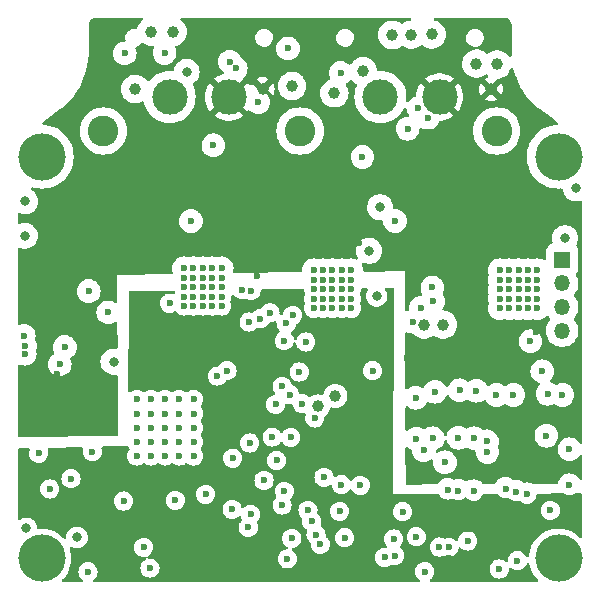
<source format=gbr>
%TF.GenerationSoftware,KiCad,Pcbnew,(7.0.0-0)*%
%TF.CreationDate,2023-03-29T23:18:46+02:00*%
%TF.ProjectId,Nauthiluscontroller,4e617574-6869-46c7-9573-636f6e74726f,rev?*%
%TF.SameCoordinates,Original*%
%TF.FileFunction,Copper,L3,Inr*%
%TF.FilePolarity,Positive*%
%FSLAX46Y46*%
G04 Gerber Fmt 4.6, Leading zero omitted, Abs format (unit mm)*
G04 Created by KiCad (PCBNEW (7.0.0-0)) date 2023-03-29 23:18:46*
%MOMM*%
%LPD*%
G01*
G04 APERTURE LIST*
%TA.AperFunction,ComponentPad*%
%ADD10C,0.600000*%
%TD*%
%TA.AperFunction,ComponentPad*%
%ADD11C,2.600000*%
%TD*%
%TA.AperFunction,ComponentPad*%
%ADD12C,1.000000*%
%TD*%
%TA.AperFunction,ComponentPad*%
%ADD13C,3.000000*%
%TD*%
%TA.AperFunction,ComponentPad*%
%ADD14C,4.000000*%
%TD*%
%TA.AperFunction,ComponentPad*%
%ADD15R,1.350000X1.350000*%
%TD*%
%TA.AperFunction,ComponentPad*%
%ADD16O,1.350000X1.350000*%
%TD*%
%TA.AperFunction,ViaPad*%
%ADD17C,0.600000*%
%TD*%
%TA.AperFunction,ViaPad*%
%ADD18C,0.800000*%
%TD*%
G04 APERTURE END LIST*
D10*
%TO.N,N/C*%
%TO.C,U3*%
X126223000Y-108022000D03*
X126223000Y-106822000D03*
X126223000Y-105622000D03*
X126223000Y-104422000D03*
X126223000Y-103222000D03*
X127423000Y-108022000D03*
X127423000Y-106822000D03*
X127423000Y-105622000D03*
X127423000Y-104422000D03*
X127423000Y-103222000D03*
X128623000Y-108022000D03*
X128623000Y-106822000D03*
X128623000Y-105622000D03*
X128623000Y-104422000D03*
X128623000Y-103222000D03*
X129823000Y-108022000D03*
X129823000Y-106822000D03*
X129823000Y-105622000D03*
X129823000Y-104422000D03*
X129823000Y-103222000D03*
X131023000Y-108022000D03*
X131023000Y-106822000D03*
X131023000Y-105622000D03*
X131023000Y-104422000D03*
X131023000Y-103222000D03*
%TD*%
D11*
%TO.N,SHC*%
%TO.C,U15*%
X156697360Y-80500000D03*
%TD*%
%TO.N,SHA*%
%TO.C,U13*%
X123400000Y-80500000D03*
%TD*%
D12*
%TO.N,+24V*%
%TO.C,U9*%
X136870000Y-76950000D03*
%TD*%
%TO.N,GND*%
%TO.C,U10*%
X142950000Y-77300000D03*
%TD*%
D13*
%TO.N,GND*%
%TO.C,J4*%
X146850000Y-77620000D03*
%TO.N,+24V*%
X151850000Y-77620000D03*
%TD*%
D12*
%TO.N,+24V*%
%TO.C,U12*%
X156220000Y-76950000D03*
%TD*%
D14*
%TO.N,N/C*%
%TO.C,H2*%
X118170000Y-116680000D03*
%TD*%
D12*
%TO.N,GND*%
%TO.C,U8*%
X126080000Y-76950000D03*
%TD*%
D11*
%TO.N,SHB*%
%TO.C,U14*%
X140048680Y-80500000D03*
%TD*%
D14*
%TO.N,N/C*%
%TO.C,H1*%
X118170000Y-82680001D03*
%TD*%
%TO.N,N/C*%
%TO.C,H3*%
X161927359Y-82680001D03*
%TD*%
%TO.N,N/C*%
%TO.C,H4*%
X161927359Y-116680000D03*
%TD*%
D12*
%TO.N,+3V3*%
%TO.C,U11*%
X139360000Y-76700000D03*
%TD*%
%TO.N,I2C1_SDA*%
%TO.C,J9*%
X156720000Y-74860000D03*
%TD*%
%TO.N,I2C1_SCL*%
%TO.C,J12*%
X154980000Y-74800000D03*
%TD*%
D15*
%TO.N,+3V3*%
%TO.C,J6*%
X162229999Y-91399999D03*
D16*
%TO.N,GND*%
X162229999Y-93399999D03*
%TO.N,SWDIO*%
X162229999Y-95399999D03*
%TO.N,SWCLK*%
X162229999Y-97399999D03*
%TD*%
D12*
%TO.N,GND*%
%TO.C,J15*%
X151180000Y-72320000D03*
%TD*%
%TO.N,USART1_RX*%
%TO.C,J10*%
X149470000Y-72350000D03*
%TD*%
%TO.N,USART1_TX*%
%TO.C,J13*%
X147850000Y-72360000D03*
%TD*%
%TO.N,CAN_L*%
%TO.C,J14*%
X129260000Y-72110000D03*
%TD*%
D13*
%TO.N,GND*%
%TO.C,J1*%
X129000000Y-77620000D03*
%TO.N,+24V*%
X134000000Y-77620000D03*
%TD*%
D12*
%TO.N,CAN_H*%
%TO.C,J11*%
X127430000Y-72080000D03*
%TD*%
%TO.N,USART3_TX*%
%TO.C,J21*%
X141580000Y-103820000D03*
%TD*%
%TO.N,DIR*%
%TO.C,J2*%
X152150000Y-96900000D03*
%TD*%
%TO.N,USART3_RX*%
%TO.C,J20*%
X143040000Y-102930000D03*
%TD*%
%TO.N,RS485_CTRL*%
%TO.C,J19*%
X145380000Y-75440000D03*
%TD*%
%TO.N,STEP*%
%TO.C,J3*%
X150550000Y-96900000D03*
%TD*%
D17*
%TO.N,+24V*%
X119620000Y-85750000D03*
X119620000Y-86550000D03*
X123620000Y-90550000D03*
X124420000Y-88950000D03*
X122020000Y-89750000D03*
X122020000Y-90550000D03*
X125220000Y-89750000D03*
X119620000Y-90550000D03*
X119620000Y-89750000D03*
X122820000Y-89750000D03*
X121220000Y-88950000D03*
X120420000Y-89750000D03*
X125220000Y-88950000D03*
X122820000Y-88950000D03*
X124420000Y-89750000D03*
X123620000Y-88950000D03*
X119620000Y-88950000D03*
X120420000Y-88950000D03*
X122020000Y-88950000D03*
X123620000Y-89750000D03*
X121220000Y-90550000D03*
X125220000Y-90550000D03*
X122820000Y-90550000D03*
X120420000Y-90550000D03*
X124420000Y-90550000D03*
X121220000Y-89750000D03*
X154480000Y-87440000D03*
X158480000Y-86640000D03*
X159280000Y-85040000D03*
X156880000Y-85840000D03*
X156880000Y-86640000D03*
X160080000Y-85840000D03*
X154480000Y-86640000D03*
X154480000Y-85840000D03*
X157680000Y-85840000D03*
X156080000Y-85040000D03*
X155280000Y-85840000D03*
X160960000Y-87590000D03*
X157680000Y-85040000D03*
X159280000Y-85840000D03*
X158480000Y-85040000D03*
X157680000Y-87440000D03*
X159280000Y-87440000D03*
X156880000Y-87440000D03*
X158480000Y-87440000D03*
X154480000Y-85040000D03*
X155280000Y-85040000D03*
X156880000Y-85040000D03*
X159280000Y-88240000D03*
X158480000Y-89840000D03*
X159280000Y-89040000D03*
X157680000Y-88240000D03*
X156080000Y-88240000D03*
X154480000Y-89840000D03*
X157680000Y-89040000D03*
X155280000Y-89040000D03*
X156880000Y-89040000D03*
X156880000Y-89840000D03*
X158480000Y-88240000D03*
X154480000Y-89040000D03*
X160080000Y-88240000D03*
X160080000Y-89040000D03*
X154480000Y-88240000D03*
X155280000Y-88240000D03*
X156880000Y-88240000D03*
X158480000Y-89040000D03*
X156080000Y-89840000D03*
X160080000Y-89840000D03*
X157680000Y-89840000D03*
X155280000Y-89840000D03*
X159280000Y-89840000D03*
X156080000Y-89040000D03*
X158480000Y-85840000D03*
X155280000Y-87440000D03*
X156080000Y-86640000D03*
X160080000Y-86640000D03*
X157680000Y-86640000D03*
X155280000Y-86640000D03*
X156080000Y-87440000D03*
X159280000Y-86640000D03*
X156080000Y-85840000D03*
X160080000Y-87440000D03*
X145010000Y-89160000D03*
X122820000Y-86550000D03*
X145010000Y-85960000D03*
X150900000Y-104400000D03*
X122020000Y-86550000D03*
X155920000Y-108980000D03*
X142610000Y-86760000D03*
X139410000Y-89960000D03*
X142610000Y-85160000D03*
X141010000Y-86760000D03*
X142620000Y-89920000D03*
X141010000Y-88360000D03*
X122020000Y-85750000D03*
X150360000Y-91810000D03*
X143410000Y-85160000D03*
X144210000Y-89960000D03*
X145010000Y-88360000D03*
X117145600Y-102236676D03*
X150290000Y-108760000D03*
X140210000Y-85960000D03*
X142610000Y-85960000D03*
X123620000Y-86550000D03*
X118820000Y-94850000D03*
X125220000Y-87350000D03*
X141810000Y-86760000D03*
X143410000Y-85960000D03*
X155800000Y-96800000D03*
X124420000Y-86550000D03*
X143420000Y-89920000D03*
X125220000Y-88150000D03*
X144210000Y-88360000D03*
X141810000Y-89960000D03*
X141010000Y-87560000D03*
X144210000Y-85960000D03*
X141810000Y-87560000D03*
X162050000Y-104100000D03*
X154700000Y-104350000D03*
X155880000Y-105200000D03*
X142610000Y-89160000D03*
X118810000Y-93860000D03*
X141810000Y-85160000D03*
X117020000Y-101480000D03*
X139410000Y-89160000D03*
X122820000Y-87350000D03*
X122020000Y-87350000D03*
X117910000Y-94680000D03*
X116920000Y-93880000D03*
X122820000Y-88150000D03*
X122660000Y-92740000D03*
X124420000Y-87350000D03*
X141010000Y-85960000D03*
X141010000Y-85160000D03*
X139410000Y-88360000D03*
X140210000Y-88360000D03*
X121220000Y-85750000D03*
X123620000Y-87350000D03*
X151270000Y-109410000D03*
X118230000Y-105620000D03*
X122020000Y-88150000D03*
X121220000Y-87350000D03*
X143410000Y-86760000D03*
X119440200Y-101041681D03*
X135490000Y-92020004D03*
X139410000Y-86760000D03*
X142650000Y-87560000D03*
X140210000Y-89960000D03*
X140210000Y-89160000D03*
X117870000Y-93870000D03*
X123620000Y-88150000D03*
X145010000Y-87560000D03*
X120420000Y-86550000D03*
X144210000Y-87560000D03*
X116950000Y-94730000D03*
X153500000Y-104350000D03*
X152320000Y-98880000D03*
X139410000Y-85960000D03*
X119690000Y-94900000D03*
X149465000Y-92185000D03*
X120710000Y-93670000D03*
X122820000Y-85750000D03*
X145010000Y-89960000D03*
X145010000Y-86760000D03*
X141810000Y-89160000D03*
X136390000Y-92770000D03*
X143410000Y-88360000D03*
X140210000Y-86760000D03*
X153400000Y-109500000D03*
X139410000Y-85160000D03*
X119620000Y-87350000D03*
X143390000Y-87550000D03*
X120420000Y-85750000D03*
X144210000Y-86760000D03*
X152310000Y-99680000D03*
X121220000Y-88150000D03*
X140210000Y-87560000D03*
X120420000Y-87350000D03*
X151430000Y-98910000D03*
X120420000Y-88150000D03*
X144210000Y-89160000D03*
X121220000Y-86550000D03*
X124420000Y-85750000D03*
X125220000Y-86550000D03*
X154700000Y-109500000D03*
X125220000Y-85750000D03*
X141810000Y-88360000D03*
X142610000Y-88360000D03*
X141010000Y-89160000D03*
X117040000Y-105510000D03*
X149700000Y-104400000D03*
X124420000Y-88150000D03*
X155910000Y-104000000D03*
X123620000Y-85750000D03*
X143410000Y-89160000D03*
X149100000Y-99690000D03*
X119620000Y-88150000D03*
X141010000Y-89960000D03*
X161222000Y-104399500D03*
X155950000Y-109760000D03*
X140210000Y-85160000D03*
X160000000Y-97500000D03*
X141810000Y-85960000D03*
X139410000Y-87560000D03*
%TO.N,SLA*%
X139966823Y-100908751D03*
X130809998Y-88130000D03*
%TO.N,SLB*%
X137490000Y-95900000D03*
X139175000Y-102825000D03*
X140524500Y-98360489D03*
X138867313Y-96790000D03*
%TO.N,SLC*%
X151250000Y-93750000D03*
X149600000Y-96639498D03*
%TO.N,CAN_L*%
X128575000Y-73889998D03*
X125200000Y-73930000D03*
X134100000Y-74634990D03*
D18*
%TO.N,GHC*%
X146530000Y-94480000D03*
D17*
X148090000Y-88125500D03*
%TO.N,BLUE_LED*%
X141280000Y-104800500D03*
%TO.N,nMFAULT*%
X129489072Y-111770798D03*
X125100000Y-111835050D03*
%TO.N,CAN_RX*%
X143470000Y-75590000D03*
X139020000Y-73510000D03*
X149150500Y-80310519D03*
X134590000Y-75210000D03*
%TO.N,CAN_TX*%
X150070000Y-78580000D03*
X136510000Y-78060000D03*
%TO.N,LOOP_PIN*%
X148720500Y-112730500D03*
%TO.N,INH_A*%
X152308767Y-108548767D03*
%TO.N,INL_A*%
X138980000Y-116730000D03*
X143399798Y-112700000D03*
X141400000Y-114670000D03*
%TO.N,INH_B*%
X143813590Y-114933590D03*
%TO.N,INL_B*%
X141750000Y-115500000D03*
%TO.N,INH_C*%
X140710000Y-112610000D03*
%TO.N,INL_C*%
X135650000Y-114069511D03*
%TO.N,PWM_ENC*%
X138700000Y-98250000D03*
%TO.N,ENA_GATE*%
X151844096Y-115729335D03*
%TO.N,SENSE_A*%
X135791393Y-106921500D03*
%TO.N,SENSE_B*%
X137680000Y-106421500D03*
%TO.N,SENSE_C*%
X139250000Y-106450000D03*
D18*
%TO.N,+3V3*%
X128547500Y-97875000D03*
D17*
X132910000Y-98359979D03*
X133420000Y-110210000D03*
X145468556Y-101608556D03*
X147040500Y-110350000D03*
X151840000Y-116880000D03*
X123000000Y-115120000D03*
X133860000Y-98359979D03*
X152650000Y-116650000D03*
X119960000Y-114570000D03*
X159550000Y-98300000D03*
X123800000Y-110280000D03*
X125090002Y-114179998D03*
D18*
X163150000Y-114000000D03*
D17*
X160550000Y-100850000D03*
D18*
X124820000Y-110080000D03*
D17*
X147011444Y-111211444D03*
D18*
X123880000Y-109270000D03*
X124250000Y-100040000D03*
D17*
X160550000Y-114000000D03*
D18*
X132540000Y-109680000D03*
D17*
%TO.N,CS1_DRV*%
X142075000Y-109825000D03*
%TO.N,CLK1_DRV*%
X138525000Y-112175000D03*
X134292840Y-112540010D03*
X132050000Y-111259990D03*
%TO.N,MISO1_DRV*%
X138700000Y-111000000D03*
%TO.N,MOSI1_DRV*%
X135850000Y-112970511D03*
%TO.N,GND*%
X142790000Y-93100000D03*
X142790000Y-94700000D03*
X141990000Y-93900000D03*
X144390000Y-93900000D03*
X142790000Y-93900000D03*
X141990000Y-94700000D03*
X143590000Y-93900000D03*
X144390000Y-92300000D03*
X141990000Y-93100000D03*
X143590000Y-94700000D03*
X142790000Y-92300000D03*
X144390000Y-94700000D03*
X144390000Y-93100000D03*
X141990000Y-92300000D03*
X143590000Y-92300000D03*
X141190000Y-94700000D03*
X141190000Y-92300000D03*
X141190000Y-93900000D03*
X141190000Y-93100000D03*
X143590000Y-93100000D03*
X132620000Y-92920000D03*
X130220000Y-92920000D03*
X130220000Y-93720000D03*
X130220000Y-92120000D03*
X130220000Y-94520000D03*
X132620000Y-92120000D03*
X131020000Y-92120000D03*
X133420000Y-92920000D03*
X133420000Y-94520000D03*
X131820000Y-92120000D03*
X133420000Y-95320000D03*
X132620000Y-94520000D03*
X131020000Y-92920000D03*
X133420000Y-92120000D03*
X132620000Y-93720000D03*
X131820000Y-95320000D03*
X130220000Y-95320000D03*
X131020000Y-95320000D03*
X132620000Y-95320000D03*
X131020000Y-94520000D03*
X131820000Y-93720000D03*
X133420000Y-93720000D03*
X131020000Y-93720000D03*
X131820000Y-94520000D03*
X131820000Y-92920000D03*
X156940000Y-94700000D03*
X159340000Y-93100000D03*
X156940000Y-93900000D03*
X156940000Y-93100000D03*
X160140000Y-93100000D03*
X158540000Y-92300000D03*
X157740000Y-93100000D03*
X160140000Y-92300000D03*
X160140000Y-94700000D03*
X158540000Y-93900000D03*
X160140000Y-95500000D03*
X156940000Y-92300000D03*
X156940000Y-95500000D03*
X157740000Y-92300000D03*
X159340000Y-92300000D03*
X159340000Y-94700000D03*
X158540000Y-95500000D03*
X157740000Y-94700000D03*
X158540000Y-94700000D03*
X160140000Y-93900000D03*
X158540000Y-93100000D03*
X145150000Y-110500000D03*
X138050000Y-108400000D03*
X162848441Y-110500000D03*
X159340000Y-95520000D03*
X158450000Y-116874500D03*
D18*
X116880000Y-114140000D03*
X146820000Y-86950000D03*
D17*
X138525000Y-102125000D03*
X154780000Y-106520000D03*
X159250000Y-111250000D03*
X118850000Y-110810000D03*
D18*
X130440000Y-75510000D03*
D17*
X120130000Y-98800000D03*
X123809998Y-95860002D03*
X151470000Y-102580000D03*
X151270000Y-106510000D03*
X137980000Y-103650000D03*
X157710000Y-93880000D03*
X146180000Y-100797500D03*
D18*
X162490000Y-89570000D03*
D17*
X133850000Y-100790000D03*
X155860000Y-106780000D03*
X156650000Y-102850000D03*
X139417323Y-96100000D03*
X149830000Y-103080000D03*
X127330000Y-117510000D03*
X150520000Y-107524500D03*
X145330000Y-82700000D03*
X117920000Y-107790000D03*
X120650000Y-109940000D03*
D18*
X116770000Y-86450000D03*
D17*
X162250000Y-102850000D03*
X152550000Y-110900000D03*
X161222000Y-112624500D03*
X141190000Y-95500000D03*
X148050000Y-116450000D03*
X136990000Y-110080002D03*
X133035000Y-101255000D03*
D18*
X145900000Y-90650000D03*
D17*
X122159503Y-94059505D03*
X143590000Y-95500000D03*
X142790000Y-95500000D03*
X135120000Y-93940000D03*
X135730000Y-96665010D03*
X156900000Y-117590000D03*
X153550000Y-102462000D03*
X149890000Y-106550000D03*
X122460000Y-107640000D03*
X154233962Y-115216292D03*
X150874967Y-79367921D03*
X150282082Y-95490498D03*
X141990000Y-95500000D03*
X153450000Y-106470000D03*
X143550000Y-110450000D03*
D18*
X121160000Y-114910000D03*
D17*
X154750000Y-111000000D03*
X149888000Y-114850000D03*
X116650000Y-97850000D03*
X155910000Y-107670000D03*
X157770000Y-95490000D03*
X162848441Y-107442000D03*
X157450000Y-110800000D03*
D18*
X116730000Y-89370000D03*
D17*
X116750000Y-98700000D03*
X132711741Y-81708259D03*
X116740000Y-99360000D03*
X159320000Y-93910000D03*
X153450000Y-110950000D03*
X151302491Y-94917500D03*
X150600000Y-117800000D03*
X136687818Y-96385370D03*
X134350000Y-108200000D03*
X128995019Y-95076696D03*
X158350000Y-111050000D03*
X160900000Y-106300000D03*
X144390000Y-95500000D03*
D18*
X163398667Y-85360000D03*
D17*
X154950000Y-102500000D03*
X140240000Y-103600000D03*
X119690000Y-100270000D03*
X147975000Y-115050000D03*
X158100000Y-102850000D03*
X161000000Y-102750000D03*
X135889998Y-94010000D03*
X147200000Y-116600000D03*
X122080000Y-117820000D03*
%TO.N,RESET*%
X152650000Y-115750000D03*
%TO.N,RGB_PIN*%
X139350000Y-114990000D03*
X126811431Y-115748569D03*
X141040000Y-113550000D03*
%TD*%
%TA.AperFunction,Conductor*%
%TO.N,+3V3*%
G36*
X147925448Y-93778159D02*
G01*
X147972296Y-93824677D01*
X147989191Y-93888498D01*
X147880105Y-111223305D01*
X147880000Y-111240000D01*
X151729873Y-111225975D01*
X151791076Y-111241584D01*
X151837015Y-111284937D01*
X151883555Y-111359006D01*
X151913889Y-111407281D01*
X152042719Y-111536111D01*
X152048713Y-111539877D01*
X152048714Y-111539878D01*
X152129883Y-111590880D01*
X152196985Y-111633043D01*
X152368953Y-111693217D01*
X152550000Y-111713616D01*
X152731047Y-111693217D01*
X152903015Y-111633043D01*
X152905869Y-111631249D01*
X152965974Y-111619292D01*
X153025947Y-111638407D01*
X153096985Y-111683043D01*
X153268953Y-111743217D01*
X153450000Y-111763616D01*
X153631047Y-111743217D01*
X153803015Y-111683043D01*
X153957281Y-111586111D01*
X153985904Y-111557486D01*
X154042387Y-111524876D01*
X154107610Y-111524875D01*
X154164095Y-111557486D01*
X154242719Y-111636111D01*
X154248713Y-111639877D01*
X154248714Y-111639878D01*
X154317411Y-111683043D01*
X154396985Y-111733043D01*
X154568953Y-111793217D01*
X154750000Y-111813616D01*
X154931047Y-111793217D01*
X155103015Y-111733043D01*
X155257281Y-111636111D01*
X155386111Y-111507281D01*
X155483043Y-111353015D01*
X155502931Y-111296177D01*
X155529389Y-111252207D01*
X155571191Y-111222432D01*
X155621392Y-111211798D01*
X156681371Y-111207936D01*
X156742574Y-111223546D01*
X156788513Y-111266898D01*
X156810120Y-111301285D01*
X156810126Y-111301293D01*
X156813889Y-111307281D01*
X156942719Y-111436111D01*
X156948713Y-111439877D01*
X156948714Y-111439878D01*
X157063946Y-111512283D01*
X157096985Y-111533043D01*
X157268953Y-111593217D01*
X157450000Y-111613616D01*
X157631047Y-111593217D01*
X157644301Y-111588578D01*
X157713956Y-111584663D01*
X157775018Y-111618410D01*
X157842719Y-111686111D01*
X157848713Y-111689877D01*
X157848714Y-111689878D01*
X157963083Y-111761741D01*
X157996985Y-111783043D01*
X158168953Y-111843217D01*
X158350000Y-111863616D01*
X158531047Y-111843217D01*
X158581347Y-111825615D01*
X158650998Y-111821703D01*
X158712057Y-111855448D01*
X158742719Y-111886111D01*
X158748713Y-111889877D01*
X158748714Y-111889878D01*
X158890387Y-111978897D01*
X158896985Y-111983043D01*
X159068953Y-112043217D01*
X159250000Y-112063616D01*
X159431047Y-112043217D01*
X159603015Y-111983043D01*
X159757281Y-111886111D01*
X159886111Y-111757281D01*
X159983043Y-111603015D01*
X160043217Y-111431047D01*
X160057185Y-111307074D01*
X160078201Y-111250330D01*
X160123247Y-111209927D01*
X160181928Y-111195184D01*
X162385638Y-111187156D01*
X162453132Y-111206468D01*
X162458637Y-111209927D01*
X162495426Y-111233043D01*
X162667394Y-111293217D01*
X162848441Y-111313616D01*
X163029488Y-111293217D01*
X163201456Y-111233043D01*
X163249143Y-111203079D01*
X163315714Y-111183768D01*
X163748286Y-111182192D01*
X163821720Y-111181925D01*
X163884914Y-111198652D01*
X163931222Y-111244792D01*
X163948179Y-111307924D01*
X163948179Y-114845344D01*
X163934803Y-114901840D01*
X163897515Y-114946341D01*
X163844232Y-114969399D01*
X163786267Y-114966118D01*
X163735926Y-114937194D01*
X163532385Y-114746056D01*
X163532383Y-114746054D01*
X163529499Y-114743346D01*
X163477576Y-114705622D01*
X163277340Y-114560142D01*
X163277335Y-114560139D01*
X163274138Y-114557816D01*
X163257582Y-114548714D01*
X163001006Y-114407659D01*
X163000998Y-114407655D01*
X162997538Y-114405753D01*
X162902559Y-114368148D01*
X162707730Y-114291009D01*
X162707720Y-114291005D01*
X162704061Y-114289557D01*
X162591752Y-114260721D01*
X162402169Y-114212044D01*
X162402159Y-114212042D01*
X162398334Y-114211060D01*
X162394410Y-114210564D01*
X162394398Y-114210562D01*
X162089111Y-114171996D01*
X162089101Y-114171995D01*
X162085180Y-114171500D01*
X161769538Y-114171500D01*
X161765617Y-114171995D01*
X161765606Y-114171996D01*
X161460319Y-114210562D01*
X161460305Y-114210564D01*
X161456384Y-114211060D01*
X161452561Y-114212041D01*
X161452548Y-114212044D01*
X161154477Y-114288576D01*
X161154474Y-114288576D01*
X161150657Y-114289557D01*
X161147001Y-114291004D01*
X161146987Y-114291009D01*
X160860854Y-114404298D01*
X160860849Y-114404300D01*
X160857180Y-114405753D01*
X160853725Y-114407652D01*
X160853711Y-114407659D01*
X160584051Y-114555907D01*
X160584041Y-114555912D01*
X160580580Y-114557816D01*
X160577389Y-114560134D01*
X160577377Y-114560142D01*
X160328422Y-114741018D01*
X160328413Y-114741025D01*
X160325219Y-114743346D01*
X160322341Y-114746048D01*
X160322332Y-114746056D01*
X160100299Y-114954560D01*
X160095126Y-114959418D01*
X160092602Y-114962468D01*
X160092601Y-114962470D01*
X159896451Y-115199573D01*
X159896444Y-115199581D01*
X159893927Y-115202625D01*
X159891808Y-115205963D01*
X159891800Y-115205975D01*
X159726921Y-115465783D01*
X159726916Y-115465791D01*
X159724797Y-115469131D01*
X159723112Y-115472709D01*
X159723109Y-115472717D01*
X159592092Y-115751143D01*
X159592087Y-115751153D01*
X159590403Y-115754734D01*
X159589179Y-115758500D01*
X159589177Y-115758506D01*
X159494090Y-116051151D01*
X159494085Y-116051168D01*
X159492864Y-116054928D01*
X159492123Y-116058812D01*
X159492119Y-116058828D01*
X159434461Y-116361081D01*
X159434459Y-116361093D01*
X159433718Y-116364980D01*
X159433469Y-116368928D01*
X159433468Y-116368941D01*
X159426192Y-116484603D01*
X159405222Y-116546669D01*
X159355924Y-116589818D01*
X159291626Y-116602382D01*
X159229712Y-116580966D01*
X159186919Y-116531360D01*
X159185380Y-116528164D01*
X159183043Y-116521485D01*
X159100349Y-116389878D01*
X159089878Y-116373214D01*
X159089877Y-116373213D01*
X159086111Y-116367219D01*
X158957281Y-116238389D01*
X158951287Y-116234623D01*
X158951285Y-116234621D01*
X158809006Y-116145221D01*
X158809003Y-116145219D01*
X158803015Y-116141457D01*
X158796339Y-116139121D01*
X158796335Y-116139119D01*
X158637724Y-116083619D01*
X158637720Y-116083618D01*
X158631047Y-116081283D01*
X158450000Y-116060884D01*
X158442971Y-116061676D01*
X158275981Y-116080491D01*
X158275979Y-116080491D01*
X158268953Y-116081283D01*
X158262280Y-116083617D01*
X158262275Y-116083619D01*
X158103664Y-116139119D01*
X158103656Y-116139122D01*
X158096985Y-116141457D01*
X158091000Y-116145217D01*
X158090993Y-116145221D01*
X157948714Y-116234621D01*
X157948707Y-116234626D01*
X157942719Y-116238389D01*
X157937714Y-116243393D01*
X157937710Y-116243397D01*
X157818897Y-116362210D01*
X157818893Y-116362214D01*
X157813889Y-116367219D01*
X157810126Y-116373207D01*
X157810121Y-116373214D01*
X157720721Y-116515493D01*
X157720717Y-116515500D01*
X157716957Y-116521485D01*
X157714622Y-116528156D01*
X157714619Y-116528164D01*
X157659119Y-116686775D01*
X157659117Y-116686780D01*
X157656783Y-116693453D01*
X157655991Y-116700479D01*
X157655991Y-116700481D01*
X157647638Y-116774619D01*
X157636384Y-116874500D01*
X157637027Y-116880212D01*
X157623443Y-116936797D01*
X157585237Y-116981530D01*
X157530887Y-117004043D01*
X157472240Y-116999427D01*
X157422081Y-116968689D01*
X157412289Y-116958897D01*
X157412288Y-116958896D01*
X157407281Y-116953889D01*
X157401287Y-116950123D01*
X157401285Y-116950121D01*
X157259006Y-116860721D01*
X157259003Y-116860719D01*
X157253015Y-116856957D01*
X157246339Y-116854621D01*
X157246335Y-116854619D01*
X157087724Y-116799119D01*
X157087720Y-116799118D01*
X157081047Y-116796783D01*
X156900000Y-116776384D01*
X156892971Y-116777176D01*
X156725981Y-116795991D01*
X156725979Y-116795991D01*
X156718953Y-116796783D01*
X156712280Y-116799117D01*
X156712275Y-116799119D01*
X156553664Y-116854619D01*
X156553656Y-116854622D01*
X156546985Y-116856957D01*
X156541000Y-116860717D01*
X156540993Y-116860721D01*
X156398714Y-116950121D01*
X156398707Y-116950126D01*
X156392719Y-116953889D01*
X156387714Y-116958893D01*
X156387710Y-116958897D01*
X156268897Y-117077710D01*
X156268893Y-117077714D01*
X156263889Y-117082719D01*
X156260126Y-117088707D01*
X156260121Y-117088714D01*
X156170721Y-117230993D01*
X156170717Y-117231000D01*
X156166957Y-117236985D01*
X156164622Y-117243656D01*
X156164619Y-117243664D01*
X156109119Y-117402275D01*
X156109117Y-117402280D01*
X156106783Y-117408953D01*
X156105991Y-117415979D01*
X156105991Y-117415981D01*
X156094606Y-117517029D01*
X156086384Y-117590000D01*
X156106783Y-117771047D01*
X156109118Y-117777720D01*
X156109119Y-117777724D01*
X156164619Y-117936335D01*
X156164621Y-117936339D01*
X156166957Y-117943015D01*
X156170719Y-117949003D01*
X156170721Y-117949006D01*
X156213621Y-118017281D01*
X156263889Y-118097281D01*
X156392719Y-118226111D01*
X156546985Y-118323043D01*
X156718953Y-118383217D01*
X156900000Y-118403616D01*
X157081047Y-118383217D01*
X157253015Y-118323043D01*
X157407281Y-118226111D01*
X157536111Y-118097281D01*
X157633043Y-117943015D01*
X157693217Y-117771047D01*
X157713616Y-117590000D01*
X157712972Y-117584287D01*
X157726557Y-117527703D01*
X157764763Y-117482970D01*
X157819113Y-117460457D01*
X157877760Y-117465073D01*
X157927919Y-117495810D01*
X157942719Y-117510611D01*
X157948713Y-117514377D01*
X157948714Y-117514378D01*
X158090993Y-117603778D01*
X158096985Y-117607543D01*
X158268953Y-117667717D01*
X158450000Y-117688116D01*
X158631047Y-117667717D01*
X158803015Y-117607543D01*
X158957281Y-117510611D01*
X159086111Y-117381781D01*
X159183043Y-117227515D01*
X159219132Y-117124375D01*
X159255844Y-117070512D01*
X159314562Y-117042203D01*
X159379569Y-117047025D01*
X159433467Y-117083689D01*
X159461829Y-117142382D01*
X159492119Y-117301171D01*
X159492122Y-117301183D01*
X159492864Y-117305072D01*
X159494086Y-117308834D01*
X159494090Y-117308848D01*
X159583159Y-117582971D01*
X159590403Y-117605266D01*
X159592090Y-117608851D01*
X159592092Y-117608856D01*
X159711690Y-117863015D01*
X159724797Y-117890869D01*
X159726920Y-117894215D01*
X159726921Y-117894216D01*
X159886920Y-118146335D01*
X159893927Y-118157375D01*
X160095126Y-118400582D01*
X160154258Y-118456111D01*
X160182860Y-118482970D01*
X160215424Y-118532885D01*
X160221405Y-118592182D01*
X160199466Y-118647594D01*
X160154514Y-118686725D01*
X160096607Y-118700820D01*
X151123354Y-118700820D01*
X151061172Y-118684407D01*
X151015189Y-118639445D01*
X150997386Y-118577647D01*
X151012399Y-118515112D01*
X151056318Y-118468133D01*
X151075451Y-118456111D01*
X151107281Y-118436111D01*
X151236111Y-118307281D01*
X151333043Y-118153015D01*
X151393217Y-117981047D01*
X151413616Y-117800000D01*
X151393217Y-117618953D01*
X151333043Y-117446985D01*
X151246246Y-117308848D01*
X151239878Y-117298714D01*
X151239877Y-117298713D01*
X151236111Y-117292719D01*
X151107281Y-117163889D01*
X151101287Y-117160123D01*
X151101285Y-117160121D01*
X150959006Y-117070721D01*
X150959003Y-117070719D01*
X150953015Y-117066957D01*
X150946339Y-117064621D01*
X150946335Y-117064619D01*
X150787724Y-117009119D01*
X150787720Y-117009118D01*
X150781047Y-117006783D01*
X150600000Y-116986384D01*
X150592971Y-116987176D01*
X150425981Y-117005991D01*
X150425979Y-117005991D01*
X150418953Y-117006783D01*
X150412280Y-117009117D01*
X150412275Y-117009119D01*
X150253664Y-117064619D01*
X150253656Y-117064622D01*
X150246985Y-117066957D01*
X150241000Y-117070717D01*
X150240993Y-117070721D01*
X150098714Y-117160121D01*
X150098707Y-117160126D01*
X150092719Y-117163889D01*
X150087714Y-117168893D01*
X150087710Y-117168897D01*
X149968897Y-117287710D01*
X149968893Y-117287714D01*
X149963889Y-117292719D01*
X149960126Y-117298707D01*
X149960121Y-117298714D01*
X149870721Y-117440993D01*
X149870717Y-117441000D01*
X149866957Y-117446985D01*
X149864622Y-117453656D01*
X149864619Y-117453664D01*
X149809119Y-117612275D01*
X149809117Y-117612280D01*
X149806783Y-117618953D01*
X149805991Y-117625979D01*
X149805991Y-117625981D01*
X149799452Y-117684018D01*
X149786384Y-117800000D01*
X149806783Y-117981047D01*
X149809118Y-117987720D01*
X149809119Y-117987724D01*
X149864619Y-118146335D01*
X149864621Y-118146339D01*
X149866957Y-118153015D01*
X149870719Y-118159003D01*
X149870721Y-118159006D01*
X149924993Y-118245380D01*
X149963889Y-118307281D01*
X150092719Y-118436111D01*
X150098713Y-118439877D01*
X150098714Y-118439878D01*
X150143682Y-118468133D01*
X150187601Y-118515112D01*
X150202614Y-118577647D01*
X150184811Y-118639445D01*
X150138828Y-118684407D01*
X150076646Y-118700820D01*
X122635184Y-118700820D01*
X122573002Y-118684407D01*
X122527019Y-118639445D01*
X122509216Y-118577647D01*
X122524229Y-118515112D01*
X122568148Y-118468133D01*
X122587281Y-118456111D01*
X122716111Y-118327281D01*
X122813043Y-118173015D01*
X122873217Y-118001047D01*
X122893616Y-117820000D01*
X122873217Y-117638953D01*
X122813043Y-117466985D01*
X122755738Y-117375785D01*
X122719878Y-117318714D01*
X122719877Y-117318713D01*
X122716111Y-117312719D01*
X122587281Y-117183889D01*
X122581287Y-117180123D01*
X122581285Y-117180121D01*
X122439006Y-117090721D01*
X122439003Y-117090719D01*
X122433015Y-117086957D01*
X122426339Y-117084621D01*
X122426335Y-117084619D01*
X122267724Y-117029119D01*
X122267720Y-117029118D01*
X122261047Y-117026783D01*
X122080000Y-117006384D01*
X122072971Y-117007176D01*
X121905981Y-117025991D01*
X121905979Y-117025991D01*
X121898953Y-117026783D01*
X121892280Y-117029117D01*
X121892275Y-117029119D01*
X121733664Y-117084619D01*
X121733656Y-117084622D01*
X121726985Y-117086957D01*
X121721000Y-117090717D01*
X121720993Y-117090721D01*
X121578714Y-117180121D01*
X121578707Y-117180126D01*
X121572719Y-117183889D01*
X121567714Y-117188893D01*
X121567710Y-117188897D01*
X121448897Y-117307710D01*
X121448893Y-117307714D01*
X121443889Y-117312719D01*
X121440126Y-117318707D01*
X121440121Y-117318714D01*
X121350721Y-117460993D01*
X121350717Y-117461000D01*
X121346957Y-117466985D01*
X121344622Y-117473656D01*
X121344619Y-117473664D01*
X121289119Y-117632275D01*
X121289117Y-117632280D01*
X121286783Y-117638953D01*
X121266384Y-117820000D01*
X121286783Y-118001047D01*
X121289118Y-118007720D01*
X121289119Y-118007724D01*
X121344619Y-118166335D01*
X121344621Y-118166339D01*
X121346957Y-118173015D01*
X121350719Y-118179003D01*
X121350721Y-118179006D01*
X121434468Y-118312289D01*
X121443889Y-118327281D01*
X121572719Y-118456111D01*
X121578713Y-118459877D01*
X121578714Y-118459878D01*
X121591852Y-118468133D01*
X121635771Y-118515112D01*
X121650784Y-118577647D01*
X121632981Y-118639445D01*
X121586998Y-118684407D01*
X121524816Y-118700820D01*
X120000752Y-118700820D01*
X119942845Y-118686725D01*
X119897893Y-118647594D01*
X119875954Y-118592182D01*
X119881935Y-118532885D01*
X119914499Y-118482970D01*
X119922289Y-118475653D01*
X120002233Y-118400582D01*
X120203432Y-118157375D01*
X120372562Y-117890869D01*
X120506956Y-117605266D01*
X120604495Y-117305072D01*
X120663641Y-116995020D01*
X120683460Y-116680000D01*
X120663641Y-116364980D01*
X120604495Y-116054928D01*
X120589994Y-116010300D01*
X120576542Y-115968897D01*
X120540840Y-115859020D01*
X120536026Y-115801681D01*
X120557209Y-115748177D01*
X120599973Y-115709672D01*
X120655398Y-115694198D01*
X120711921Y-115704979D01*
X120877712Y-115778794D01*
X121064513Y-115818500D01*
X121248884Y-115818500D01*
X121255487Y-115818500D01*
X121442288Y-115778794D01*
X121510175Y-115748569D01*
X125997815Y-115748569D01*
X126018214Y-115929616D01*
X126020549Y-115936289D01*
X126020550Y-115936293D01*
X126076050Y-116094904D01*
X126076052Y-116094908D01*
X126078388Y-116101584D01*
X126082150Y-116107572D01*
X126082152Y-116107575D01*
X126169749Y-116246985D01*
X126175320Y-116255850D01*
X126304150Y-116384680D01*
X126310144Y-116388446D01*
X126310145Y-116388447D01*
X126427805Y-116462378D01*
X126458416Y-116481612D01*
X126630384Y-116541786D01*
X126811431Y-116562185D01*
X126881081Y-116554337D01*
X126947295Y-116564825D01*
X126998759Y-116607789D01*
X127020902Y-116671068D01*
X127007454Y-116736747D01*
X126962223Y-116786232D01*
X126828714Y-116870121D01*
X126828707Y-116870126D01*
X126822719Y-116873889D01*
X126817714Y-116878893D01*
X126817710Y-116878897D01*
X126698897Y-116997710D01*
X126698893Y-116997714D01*
X126693889Y-117002719D01*
X126690126Y-117008707D01*
X126690121Y-117008714D01*
X126600721Y-117150993D01*
X126600717Y-117151000D01*
X126596957Y-117156985D01*
X126594622Y-117163656D01*
X126594619Y-117163664D01*
X126539119Y-117322275D01*
X126539117Y-117322280D01*
X126536783Y-117328953D01*
X126535991Y-117335979D01*
X126535991Y-117335981D01*
X126522099Y-117459278D01*
X126516384Y-117510000D01*
X126536783Y-117691047D01*
X126539118Y-117697720D01*
X126539119Y-117697724D01*
X126594619Y-117856335D01*
X126594621Y-117856339D01*
X126596957Y-117863015D01*
X126600719Y-117869003D01*
X126600721Y-117869006D01*
X126687883Y-118007724D01*
X126693889Y-118017281D01*
X126822719Y-118146111D01*
X126828713Y-118149877D01*
X126828714Y-118149878D01*
X126843241Y-118159006D01*
X126976985Y-118243043D01*
X127148953Y-118303217D01*
X127330000Y-118323616D01*
X127511047Y-118303217D01*
X127683015Y-118243043D01*
X127837281Y-118146111D01*
X127966111Y-118017281D01*
X128063043Y-117863015D01*
X128123217Y-117691047D01*
X128143616Y-117510000D01*
X128123217Y-117328953D01*
X128063043Y-117156985D01*
X128028044Y-117101285D01*
X127969878Y-117008714D01*
X127969877Y-117008713D01*
X127966111Y-117002719D01*
X127837281Y-116873889D01*
X127831287Y-116870123D01*
X127831285Y-116870121D01*
X127689006Y-116780721D01*
X127689003Y-116780719D01*
X127683015Y-116776957D01*
X127676339Y-116774621D01*
X127676335Y-116774619D01*
X127548820Y-116730000D01*
X138166384Y-116730000D01*
X138186783Y-116911047D01*
X138189118Y-116917720D01*
X138189119Y-116917724D01*
X138244619Y-117076335D01*
X138244621Y-117076339D01*
X138246957Y-117083015D01*
X138250719Y-117089003D01*
X138250721Y-117089006D01*
X138337752Y-117227515D01*
X138343889Y-117237281D01*
X138472719Y-117366111D01*
X138478713Y-117369877D01*
X138478714Y-117369878D01*
X138552086Y-117415981D01*
X138626985Y-117463043D01*
X138798953Y-117523217D01*
X138980000Y-117543616D01*
X139161047Y-117523217D01*
X139333015Y-117463043D01*
X139487281Y-117366111D01*
X139616111Y-117237281D01*
X139713043Y-117083015D01*
X139773217Y-116911047D01*
X139793616Y-116730000D01*
X139778969Y-116600000D01*
X146386384Y-116600000D01*
X146406783Y-116781047D01*
X146409118Y-116787720D01*
X146409119Y-116787724D01*
X146464619Y-116946335D01*
X146464621Y-116946339D01*
X146466957Y-116953015D01*
X146470719Y-116959003D01*
X146470721Y-116959006D01*
X146553483Y-117090721D01*
X146563889Y-117107281D01*
X146692719Y-117236111D01*
X146698713Y-117239877D01*
X146698714Y-117239878D01*
X146806668Y-117307710D01*
X146846985Y-117333043D01*
X147018953Y-117393217D01*
X147200000Y-117413616D01*
X147381047Y-117393217D01*
X147553015Y-117333043D01*
X147706472Y-117236619D01*
X147759397Y-117218100D01*
X147815116Y-117224378D01*
X147868953Y-117243217D01*
X148050000Y-117263616D01*
X148231047Y-117243217D01*
X148403015Y-117183043D01*
X148557281Y-117086111D01*
X148686111Y-116957281D01*
X148783043Y-116803015D01*
X148843217Y-116631047D01*
X148863616Y-116450000D01*
X148843217Y-116268953D01*
X148783043Y-116096985D01*
X148718722Y-115994619D01*
X148689878Y-115948714D01*
X148689877Y-115948713D01*
X148686111Y-115942719D01*
X148557281Y-115813889D01*
X148553519Y-115811525D01*
X148513767Y-115755501D01*
X148512297Y-115729335D01*
X151030480Y-115729335D01*
X151050879Y-115910382D01*
X151053214Y-115917055D01*
X151053215Y-115917059D01*
X151108715Y-116075670D01*
X151108717Y-116075674D01*
X151111053Y-116082350D01*
X151114815Y-116088338D01*
X151114817Y-116088341D01*
X151203019Y-116228714D01*
X151207985Y-116236616D01*
X151336815Y-116365446D01*
X151491081Y-116462378D01*
X151663049Y-116522552D01*
X151844096Y-116542951D01*
X152025143Y-116522552D01*
X152182866Y-116467362D01*
X152238587Y-116461085D01*
X152284208Y-116477050D01*
X152284615Y-116476207D01*
X152290995Y-116479279D01*
X152296985Y-116483043D01*
X152468953Y-116543217D01*
X152650000Y-116563616D01*
X152831047Y-116543217D01*
X153003015Y-116483043D01*
X153157281Y-116386111D01*
X153286111Y-116257281D01*
X153383043Y-116103015D01*
X153443217Y-115931047D01*
X153450590Y-115865601D01*
X153477287Y-115801151D01*
X153534182Y-115760781D01*
X153603835Y-115756869D01*
X153664893Y-115790614D01*
X153726681Y-115852403D01*
X153732675Y-115856169D01*
X153732676Y-115856170D01*
X153838378Y-115922587D01*
X153880947Y-115949335D01*
X154052915Y-116009509D01*
X154233962Y-116029908D01*
X154415009Y-116009509D01*
X154586977Y-115949335D01*
X154741243Y-115852403D01*
X154870073Y-115723573D01*
X154967005Y-115569307D01*
X155027179Y-115397339D01*
X155047578Y-115216292D01*
X155027179Y-115035245D01*
X154967005Y-114863277D01*
X154959320Y-114851047D01*
X154873840Y-114715006D01*
X154873839Y-114715005D01*
X154870073Y-114709011D01*
X154741243Y-114580181D01*
X154735249Y-114576415D01*
X154735247Y-114576413D01*
X154592968Y-114487013D01*
X154592965Y-114487011D01*
X154586977Y-114483249D01*
X154580301Y-114480913D01*
X154580297Y-114480911D01*
X154421686Y-114425411D01*
X154421682Y-114425410D01*
X154415009Y-114423075D01*
X154399255Y-114421300D01*
X154324485Y-114412875D01*
X154233962Y-114402676D01*
X154226933Y-114403468D01*
X154059943Y-114422283D01*
X154059941Y-114422283D01*
X154052915Y-114423075D01*
X154046242Y-114425409D01*
X154046237Y-114425411D01*
X153887626Y-114480911D01*
X153887618Y-114480914D01*
X153880947Y-114483249D01*
X153874962Y-114487009D01*
X153874955Y-114487013D01*
X153732676Y-114576413D01*
X153732669Y-114576418D01*
X153726681Y-114580181D01*
X153721676Y-114585185D01*
X153721672Y-114585189D01*
X153602859Y-114704002D01*
X153602855Y-114704006D01*
X153597851Y-114709011D01*
X153594088Y-114714999D01*
X153594083Y-114715006D01*
X153504683Y-114857285D01*
X153504679Y-114857292D01*
X153500919Y-114863277D01*
X153498584Y-114869948D01*
X153498581Y-114869956D01*
X153443081Y-115028567D01*
X153443079Y-115028572D01*
X153440745Y-115035245D01*
X153439953Y-115042269D01*
X153439953Y-115042272D01*
X153433371Y-115100689D01*
X153406673Y-115165141D01*
X153349778Y-115205510D01*
X153280125Y-115209422D01*
X153219068Y-115175676D01*
X153162289Y-115118897D01*
X153157281Y-115113889D01*
X153151287Y-115110123D01*
X153151285Y-115110121D01*
X153009006Y-115020721D01*
X153009003Y-115020719D01*
X153003015Y-115016957D01*
X152996339Y-115014621D01*
X152996335Y-115014619D01*
X152837724Y-114959119D01*
X152837720Y-114959118D01*
X152831047Y-114956783D01*
X152818346Y-114955352D01*
X152657029Y-114937176D01*
X152650000Y-114936384D01*
X152642971Y-114937176D01*
X152475981Y-114955991D01*
X152475979Y-114955991D01*
X152468953Y-114956783D01*
X152311231Y-115011972D01*
X152255509Y-115018250D01*
X152209883Y-115002285D01*
X152209478Y-115003127D01*
X152203101Y-115000056D01*
X152197111Y-114996292D01*
X152190435Y-114993956D01*
X152190431Y-114993954D01*
X152031820Y-114938454D01*
X152031816Y-114938453D01*
X152025143Y-114936118D01*
X152014803Y-114934953D01*
X151851125Y-114916511D01*
X151844096Y-114915719D01*
X151837067Y-114916511D01*
X151670077Y-114935326D01*
X151670075Y-114935326D01*
X151663049Y-114936118D01*
X151656376Y-114938452D01*
X151656371Y-114938454D01*
X151497760Y-114993954D01*
X151497752Y-114993957D01*
X151491081Y-114996292D01*
X151485096Y-115000052D01*
X151485089Y-115000056D01*
X151342810Y-115089456D01*
X151342803Y-115089461D01*
X151336815Y-115093224D01*
X151331810Y-115098228D01*
X151331806Y-115098232D01*
X151212993Y-115217045D01*
X151212989Y-115217049D01*
X151207985Y-115222054D01*
X151204222Y-115228042D01*
X151204217Y-115228049D01*
X151114817Y-115370328D01*
X151114813Y-115370335D01*
X151111053Y-115376320D01*
X151108718Y-115382991D01*
X151108715Y-115382999D01*
X151053215Y-115541610D01*
X151053213Y-115541615D01*
X151050879Y-115548288D01*
X151050087Y-115555314D01*
X151050087Y-115555316D01*
X151048511Y-115569307D01*
X151030480Y-115729335D01*
X148512297Y-115729335D01*
X148509855Y-115685848D01*
X148543598Y-115624793D01*
X148611111Y-115557281D01*
X148708043Y-115403015D01*
X148768217Y-115231047D01*
X148788616Y-115050000D01*
X148768217Y-114868953D01*
X148761585Y-114850000D01*
X149074384Y-114850000D01*
X149094783Y-115031047D01*
X149097118Y-115037720D01*
X149097119Y-115037724D01*
X149152619Y-115196335D01*
X149152621Y-115196339D01*
X149154957Y-115203015D01*
X149158719Y-115209003D01*
X149158721Y-115209006D01*
X149243890Y-115344552D01*
X149251889Y-115357281D01*
X149380719Y-115486111D01*
X149386713Y-115489877D01*
X149386714Y-115489878D01*
X149528993Y-115579278D01*
X149534985Y-115583043D01*
X149706953Y-115643217D01*
X149888000Y-115663616D01*
X150069047Y-115643217D01*
X150241015Y-115583043D01*
X150395281Y-115486111D01*
X150524111Y-115357281D01*
X150621043Y-115203015D01*
X150681217Y-115031047D01*
X150701616Y-114850000D01*
X150681217Y-114668953D01*
X150621043Y-114496985D01*
X150524111Y-114342719D01*
X150395281Y-114213889D01*
X150389287Y-114210123D01*
X150389285Y-114210121D01*
X150247006Y-114120721D01*
X150247003Y-114120719D01*
X150241015Y-114116957D01*
X150234339Y-114114621D01*
X150234335Y-114114619D01*
X150075724Y-114059119D01*
X150075720Y-114059118D01*
X150069047Y-114056783D01*
X149888000Y-114036384D01*
X149880971Y-114037176D01*
X149713981Y-114055991D01*
X149713979Y-114055991D01*
X149706953Y-114056783D01*
X149700280Y-114059117D01*
X149700275Y-114059119D01*
X149541664Y-114114619D01*
X149541656Y-114114622D01*
X149534985Y-114116957D01*
X149529000Y-114120717D01*
X149528993Y-114120721D01*
X149386714Y-114210121D01*
X149386707Y-114210126D01*
X149380719Y-114213889D01*
X149375714Y-114218893D01*
X149375710Y-114218897D01*
X149256897Y-114337710D01*
X149256893Y-114337714D01*
X149251889Y-114342719D01*
X149248126Y-114348707D01*
X149248121Y-114348714D01*
X149158721Y-114490993D01*
X149158717Y-114491000D01*
X149154957Y-114496985D01*
X149152622Y-114503656D01*
X149152619Y-114503664D01*
X149097119Y-114662275D01*
X149097117Y-114662280D01*
X149094783Y-114668953D01*
X149093991Y-114675979D01*
X149093991Y-114675981D01*
X149090227Y-114709389D01*
X149074384Y-114850000D01*
X148761585Y-114850000D01*
X148708043Y-114696985D01*
X148611111Y-114542719D01*
X148482281Y-114413889D01*
X148476287Y-114410123D01*
X148476285Y-114410121D01*
X148334006Y-114320721D01*
X148334003Y-114320719D01*
X148328015Y-114316957D01*
X148321339Y-114314621D01*
X148321335Y-114314619D01*
X148162724Y-114259119D01*
X148162720Y-114259118D01*
X148156047Y-114256783D01*
X147975000Y-114236384D01*
X147967971Y-114237176D01*
X147800981Y-114255991D01*
X147800979Y-114255991D01*
X147793953Y-114256783D01*
X147787280Y-114259117D01*
X147787275Y-114259119D01*
X147628664Y-114314619D01*
X147628656Y-114314622D01*
X147621985Y-114316957D01*
X147616000Y-114320717D01*
X147615993Y-114320721D01*
X147473714Y-114410121D01*
X147473707Y-114410126D01*
X147467719Y-114413889D01*
X147462714Y-114418893D01*
X147462710Y-114418897D01*
X147343897Y-114537710D01*
X147343893Y-114537714D01*
X147338889Y-114542719D01*
X147335126Y-114548707D01*
X147335121Y-114548714D01*
X147245721Y-114690993D01*
X147245717Y-114691000D01*
X147241957Y-114696985D01*
X147239622Y-114703656D01*
X147239619Y-114703664D01*
X147184119Y-114862275D01*
X147184117Y-114862280D01*
X147181783Y-114868953D01*
X147180991Y-114875979D01*
X147180991Y-114875981D01*
X147167011Y-115000056D01*
X147161384Y-115050000D01*
X147162176Y-115057029D01*
X147180120Y-115216292D01*
X147181783Y-115231047D01*
X147184118Y-115237720D01*
X147184119Y-115237724D01*
X147239619Y-115396335D01*
X147239621Y-115396339D01*
X147241957Y-115403015D01*
X147245719Y-115409003D01*
X147245721Y-115409006D01*
X147302896Y-115500000D01*
X147338889Y-115557281D01*
X147343897Y-115562289D01*
X147360099Y-115578491D01*
X147391681Y-115631348D01*
X147394443Y-115692860D01*
X147367728Y-115748336D01*
X147317914Y-115784528D01*
X147256898Y-115792794D01*
X147207031Y-115787176D01*
X147207029Y-115787176D01*
X147200000Y-115786384D01*
X147192971Y-115787176D01*
X147025981Y-115805991D01*
X147025979Y-115805991D01*
X147018953Y-115806783D01*
X147012280Y-115809117D01*
X147012275Y-115809119D01*
X146853664Y-115864619D01*
X146853656Y-115864622D01*
X146846985Y-115866957D01*
X146841000Y-115870717D01*
X146840993Y-115870721D01*
X146698714Y-115960121D01*
X146698707Y-115960126D01*
X146692719Y-115963889D01*
X146687714Y-115968893D01*
X146687710Y-115968897D01*
X146568897Y-116087710D01*
X146568893Y-116087714D01*
X146563889Y-116092719D01*
X146560126Y-116098707D01*
X146560121Y-116098714D01*
X146470721Y-116240993D01*
X146470717Y-116241000D01*
X146466957Y-116246985D01*
X146464622Y-116253656D01*
X146464619Y-116253664D01*
X146409119Y-116412275D01*
X146409117Y-116412280D01*
X146406783Y-116418953D01*
X146405991Y-116425979D01*
X146405991Y-116425981D01*
X146395906Y-116515493D01*
X146386384Y-116600000D01*
X139778969Y-116600000D01*
X139773217Y-116548953D01*
X139713043Y-116376985D01*
X139624843Y-116236616D01*
X139619878Y-116228714D01*
X139619877Y-116228713D01*
X139616111Y-116222719D01*
X139487281Y-116093889D01*
X139379576Y-116026213D01*
X139337026Y-115981708D01*
X139320646Y-115922353D01*
X139334348Y-115862323D01*
X139374860Y-115815954D01*
X139432504Y-115794320D01*
X139531047Y-115783217D01*
X139703015Y-115723043D01*
X139857281Y-115626111D01*
X139986111Y-115497281D01*
X140083043Y-115343015D01*
X140143217Y-115171047D01*
X140163616Y-114990000D01*
X140143217Y-114808953D01*
X140083043Y-114636985D01*
X139986111Y-114482719D01*
X139857281Y-114353889D01*
X139851287Y-114350123D01*
X139851285Y-114350121D01*
X139709006Y-114260721D01*
X139709003Y-114260719D01*
X139703015Y-114256957D01*
X139696339Y-114254621D01*
X139696335Y-114254619D01*
X139537724Y-114199119D01*
X139537720Y-114199118D01*
X139531047Y-114196783D01*
X139350000Y-114176384D01*
X139342971Y-114177176D01*
X139175981Y-114195991D01*
X139175979Y-114195991D01*
X139168953Y-114196783D01*
X139162280Y-114199117D01*
X139162275Y-114199119D01*
X139003664Y-114254619D01*
X139003656Y-114254622D01*
X138996985Y-114256957D01*
X138991000Y-114260717D01*
X138990993Y-114260721D01*
X138848714Y-114350121D01*
X138848707Y-114350126D01*
X138842719Y-114353889D01*
X138837714Y-114358893D01*
X138837710Y-114358897D01*
X138718897Y-114477710D01*
X138718893Y-114477714D01*
X138713889Y-114482719D01*
X138710126Y-114488707D01*
X138710121Y-114488714D01*
X138620721Y-114630993D01*
X138620717Y-114631000D01*
X138616957Y-114636985D01*
X138614622Y-114643656D01*
X138614619Y-114643664D01*
X138559119Y-114802275D01*
X138559117Y-114802280D01*
X138556783Y-114808953D01*
X138555991Y-114815979D01*
X138555991Y-114815981D01*
X138550023Y-114868953D01*
X138536384Y-114990000D01*
X138556783Y-115171047D01*
X138559118Y-115177720D01*
X138559119Y-115177724D01*
X138614619Y-115336335D01*
X138614621Y-115336339D01*
X138616957Y-115343015D01*
X138620719Y-115349003D01*
X138620721Y-115349006D01*
X138681590Y-115445879D01*
X138713889Y-115497281D01*
X138842719Y-115626111D01*
X138848713Y-115629877D01*
X138848714Y-115629878D01*
X138950421Y-115693785D01*
X138992972Y-115738290D01*
X139009353Y-115797645D01*
X138995652Y-115857675D01*
X138955140Y-115904044D01*
X138897493Y-115925680D01*
X138805980Y-115935991D01*
X138805977Y-115935991D01*
X138798953Y-115936783D01*
X138792280Y-115939117D01*
X138792275Y-115939119D01*
X138633664Y-115994619D01*
X138633656Y-115994622D01*
X138626985Y-115996957D01*
X138621000Y-116000717D01*
X138620993Y-116000721D01*
X138478714Y-116090121D01*
X138478707Y-116090126D01*
X138472719Y-116093889D01*
X138467714Y-116098893D01*
X138467710Y-116098897D01*
X138348897Y-116217710D01*
X138348893Y-116217714D01*
X138343889Y-116222719D01*
X138340126Y-116228707D01*
X138340121Y-116228714D01*
X138250721Y-116370993D01*
X138250717Y-116371000D01*
X138246957Y-116376985D01*
X138244622Y-116383656D01*
X138244619Y-116383664D01*
X138189119Y-116542275D01*
X138189117Y-116542280D01*
X138186783Y-116548953D01*
X138166384Y-116730000D01*
X127548820Y-116730000D01*
X127517724Y-116719119D01*
X127517720Y-116719118D01*
X127511047Y-116716783D01*
X127330000Y-116696384D01*
X127322971Y-116697176D01*
X127322969Y-116697176D01*
X127260349Y-116704231D01*
X127194134Y-116693743D01*
X127142670Y-116650777D01*
X127120528Y-116587498D01*
X127133976Y-116521820D01*
X127179202Y-116472339D01*
X127318712Y-116384680D01*
X127447542Y-116255850D01*
X127544474Y-116101584D01*
X127604648Y-115929616D01*
X127625047Y-115748569D01*
X127604648Y-115567522D01*
X127544474Y-115395554D01*
X127512427Y-115344552D01*
X127451309Y-115247283D01*
X127451308Y-115247282D01*
X127447542Y-115241288D01*
X127318712Y-115112458D01*
X127312718Y-115108692D01*
X127312716Y-115108690D01*
X127170437Y-115019290D01*
X127170434Y-115019288D01*
X127164446Y-115015526D01*
X127157770Y-115013190D01*
X127157766Y-115013188D01*
X126999155Y-114957688D01*
X126999151Y-114957687D01*
X126992478Y-114955352D01*
X126811431Y-114934953D01*
X126780359Y-114938454D01*
X126637412Y-114954560D01*
X126637410Y-114954560D01*
X126630384Y-114955352D01*
X126623711Y-114957686D01*
X126623706Y-114957688D01*
X126465095Y-115013188D01*
X126465087Y-115013191D01*
X126458416Y-115015526D01*
X126452431Y-115019286D01*
X126452424Y-115019290D01*
X126310145Y-115108690D01*
X126310138Y-115108695D01*
X126304150Y-115112458D01*
X126299145Y-115117462D01*
X126299141Y-115117466D01*
X126180328Y-115236279D01*
X126180324Y-115236283D01*
X126175320Y-115241288D01*
X126171557Y-115247276D01*
X126171552Y-115247283D01*
X126082152Y-115389562D01*
X126082148Y-115389569D01*
X126078388Y-115395554D01*
X126076053Y-115402225D01*
X126076050Y-115402233D01*
X126020550Y-115560844D01*
X126020548Y-115560849D01*
X126018214Y-115567522D01*
X126017422Y-115574548D01*
X126017422Y-115574550D01*
X126009949Y-115640880D01*
X125997815Y-115748569D01*
X121510175Y-115748569D01*
X121616752Y-115701118D01*
X121771253Y-115588866D01*
X121899040Y-115446944D01*
X121994527Y-115281556D01*
X122053542Y-115099928D01*
X122073504Y-114910000D01*
X122053542Y-114720072D01*
X122024598Y-114630993D01*
X121996569Y-114544728D01*
X121996568Y-114544726D01*
X121994527Y-114538444D01*
X121899040Y-114373056D01*
X121771253Y-114231134D01*
X121765911Y-114227253D01*
X121765908Y-114227250D01*
X121649547Y-114142709D01*
X121616752Y-114118882D01*
X121442288Y-114041206D01*
X121435835Y-114039834D01*
X121435831Y-114039833D01*
X121261943Y-114002872D01*
X121261940Y-114002871D01*
X121255487Y-114001500D01*
X121064513Y-114001500D01*
X121058060Y-114002871D01*
X121058056Y-114002872D01*
X120884168Y-114039833D01*
X120884161Y-114039835D01*
X120877712Y-114041206D01*
X120871682Y-114043890D01*
X120871681Y-114043891D01*
X120709278Y-114116197D01*
X120709275Y-114116198D01*
X120703248Y-114118882D01*
X120697907Y-114122762D01*
X120697906Y-114122763D01*
X120554091Y-114227250D01*
X120554083Y-114227256D01*
X120548747Y-114231134D01*
X120544330Y-114236039D01*
X120544325Y-114236044D01*
X120438218Y-114353889D01*
X120420960Y-114373056D01*
X120417661Y-114378769D01*
X120417658Y-114378774D01*
X120352869Y-114490993D01*
X120325473Y-114538444D01*
X120323434Y-114544718D01*
X120323430Y-114544728D01*
X120268497Y-114713794D01*
X120268495Y-114713801D01*
X120266458Y-114720072D01*
X120265768Y-114726633D01*
X120265768Y-114726635D01*
X120251990Y-114857724D01*
X120246805Y-114907058D01*
X120246805Y-114907059D01*
X120246496Y-114910000D01*
X120246080Y-114909956D01*
X120232355Y-114964845D01*
X120191352Y-115010191D01*
X120133831Y-115030900D01*
X120073334Y-115022096D01*
X120024101Y-114985851D01*
X120004764Y-114962477D01*
X120004760Y-114962473D01*
X120002233Y-114959418D01*
X119781934Y-114752543D01*
X119775026Y-114746056D01*
X119775024Y-114746054D01*
X119772140Y-114743346D01*
X119720217Y-114705622D01*
X119519981Y-114560142D01*
X119519976Y-114560139D01*
X119516779Y-114557816D01*
X119500223Y-114548714D01*
X119243647Y-114407659D01*
X119243639Y-114407655D01*
X119240179Y-114405753D01*
X119145200Y-114368148D01*
X118950371Y-114291009D01*
X118950361Y-114291005D01*
X118946702Y-114289557D01*
X118834393Y-114260721D01*
X118644810Y-114212044D01*
X118644800Y-114212042D01*
X118640975Y-114211060D01*
X118637051Y-114210564D01*
X118637039Y-114210562D01*
X118331752Y-114171996D01*
X118331742Y-114171995D01*
X118327821Y-114171500D01*
X118012179Y-114171500D01*
X118008259Y-114171995D01*
X118008246Y-114171996D01*
X117927287Y-114182223D01*
X117861859Y-114173027D01*
X117810080Y-114131986D01*
X117786187Y-114070386D01*
X117786095Y-114069511D01*
X117773542Y-113950072D01*
X117714527Y-113768444D01*
X117619040Y-113603056D01*
X117491253Y-113461134D01*
X117485911Y-113457253D01*
X117485908Y-113457250D01*
X117408057Y-113400688D01*
X117336752Y-113348882D01*
X117162288Y-113271206D01*
X117155835Y-113269834D01*
X117155831Y-113269833D01*
X116981943Y-113232872D01*
X116981940Y-113232871D01*
X116975487Y-113231500D01*
X116784513Y-113231500D01*
X116778060Y-113232871D01*
X116778056Y-113232872D01*
X116604168Y-113269833D01*
X116604161Y-113269835D01*
X116597712Y-113271206D01*
X116591682Y-113273890D01*
X116591681Y-113273891D01*
X116429278Y-113346197D01*
X116429275Y-113346198D01*
X116423248Y-113348882D01*
X116417907Y-113352762D01*
X116417906Y-113352763D01*
X116349240Y-113402652D01*
X116285065Y-113426328D01*
X116217976Y-113412983D01*
X116167746Y-113366551D01*
X116149179Y-113300716D01*
X116149179Y-111835050D01*
X124286384Y-111835050D01*
X124287176Y-111842079D01*
X124302634Y-111979278D01*
X124306783Y-112016097D01*
X124309118Y-112022770D01*
X124309119Y-112022774D01*
X124364619Y-112181385D01*
X124364621Y-112181389D01*
X124366957Y-112188065D01*
X124370719Y-112194053D01*
X124370721Y-112194056D01*
X124458905Y-112334400D01*
X124463889Y-112342331D01*
X124592719Y-112471161D01*
X124746985Y-112568093D01*
X124918953Y-112628267D01*
X125100000Y-112648666D01*
X125281047Y-112628267D01*
X125453015Y-112568093D01*
X125607281Y-112471161D01*
X125736111Y-112342331D01*
X125833043Y-112188065D01*
X125893217Y-112016097D01*
X125913616Y-111835050D01*
X125906377Y-111770798D01*
X128675456Y-111770798D01*
X128695855Y-111951845D01*
X128698190Y-111958518D01*
X128698191Y-111958522D01*
X128753691Y-112117133D01*
X128753693Y-112117137D01*
X128756029Y-112123813D01*
X128759791Y-112129801D01*
X128759793Y-112129804D01*
X128848817Y-112271485D01*
X128852961Y-112278079D01*
X128981791Y-112406909D01*
X129136057Y-112503841D01*
X129308025Y-112564015D01*
X129489072Y-112584414D01*
X129670119Y-112564015D01*
X129738722Y-112540010D01*
X133479224Y-112540010D01*
X133499623Y-112721057D01*
X133501958Y-112727730D01*
X133501959Y-112727734D01*
X133557459Y-112886345D01*
X133557461Y-112886349D01*
X133559797Y-112893025D01*
X133563559Y-112899013D01*
X133563561Y-112899016D01*
X133650708Y-113037710D01*
X133656729Y-113047291D01*
X133785559Y-113176121D01*
X133791553Y-113179887D01*
X133791554Y-113179888D01*
X133875877Y-113232872D01*
X133939825Y-113273053D01*
X134111793Y-113333227D01*
X134292840Y-113353626D01*
X134473887Y-113333227D01*
X134645855Y-113273053D01*
X134800121Y-113176121D01*
X134854828Y-113121413D01*
X134909038Y-113089436D01*
X134971957Y-113087670D01*
X135027879Y-113116560D01*
X135062849Y-113168895D01*
X135085236Y-113232872D01*
X135116957Y-113323526D01*
X135120719Y-113329514D01*
X135122848Y-113333934D01*
X135135238Y-113383891D01*
X135126616Y-113434635D01*
X135098422Y-113477696D01*
X135013889Y-113562230D01*
X135010126Y-113568218D01*
X135010121Y-113568225D01*
X134920721Y-113710504D01*
X134920717Y-113710511D01*
X134916957Y-113716496D01*
X134914622Y-113723167D01*
X134914619Y-113723175D01*
X134859119Y-113881786D01*
X134859117Y-113881791D01*
X134856783Y-113888464D01*
X134855991Y-113895490D01*
X134855991Y-113895492D01*
X134849102Y-113956635D01*
X134836384Y-114069511D01*
X134856783Y-114250558D01*
X134859118Y-114257231D01*
X134859119Y-114257235D01*
X134914619Y-114415846D01*
X134914621Y-114415850D01*
X134916957Y-114422526D01*
X134920719Y-114428514D01*
X134920721Y-114428517D01*
X135001965Y-114557816D01*
X135013889Y-114576792D01*
X135142719Y-114705622D01*
X135148713Y-114709388D01*
X135148714Y-114709389D01*
X135165716Y-114720072D01*
X135296985Y-114802554D01*
X135468953Y-114862728D01*
X135650000Y-114883127D01*
X135831047Y-114862728D01*
X136003015Y-114802554D01*
X136157281Y-114705622D01*
X136286111Y-114576792D01*
X136383043Y-114422526D01*
X136443217Y-114250558D01*
X136463616Y-114069511D01*
X136443217Y-113888464D01*
X136383043Y-113716496D01*
X136379272Y-113710495D01*
X136377151Y-113706090D01*
X136364761Y-113656131D01*
X136373383Y-113605386D01*
X136401574Y-113562328D01*
X136486111Y-113477792D01*
X136583043Y-113323526D01*
X136643217Y-113151558D01*
X136663616Y-112970511D01*
X136643217Y-112789464D01*
X136583043Y-112617496D01*
X136486111Y-112463230D01*
X136357281Y-112334400D01*
X136351287Y-112330634D01*
X136351285Y-112330632D01*
X136209006Y-112241232D01*
X136209003Y-112241230D01*
X136203015Y-112237468D01*
X136196339Y-112235132D01*
X136196335Y-112235130D01*
X136037724Y-112179630D01*
X136037720Y-112179629D01*
X136031047Y-112177294D01*
X136010687Y-112175000D01*
X137711384Y-112175000D01*
X137731783Y-112356047D01*
X137734118Y-112362720D01*
X137734119Y-112362724D01*
X137789619Y-112521335D01*
X137789621Y-112521339D01*
X137791957Y-112528015D01*
X137795719Y-112534003D01*
X137795721Y-112534006D01*
X137867269Y-112647874D01*
X137888889Y-112682281D01*
X138017719Y-112811111D01*
X138171985Y-112908043D01*
X138343953Y-112968217D01*
X138525000Y-112988616D01*
X138706047Y-112968217D01*
X138878015Y-112908043D01*
X139032281Y-112811111D01*
X139161111Y-112682281D01*
X139206528Y-112610000D01*
X139896384Y-112610000D01*
X139916783Y-112791047D01*
X139919118Y-112797720D01*
X139919119Y-112797724D01*
X139974619Y-112956335D01*
X139974621Y-112956339D01*
X139976957Y-112963015D01*
X139980719Y-112969003D01*
X139980721Y-112969006D01*
X140056436Y-113089506D01*
X140073889Y-113117281D01*
X140202719Y-113246111D01*
X140204005Y-113246919D01*
X140243069Y-113301973D01*
X140246828Y-113368822D01*
X140246783Y-113368953D01*
X140245991Y-113375973D01*
X140245991Y-113375978D01*
X140234520Y-113477792D01*
X140226384Y-113550000D01*
X140227176Y-113557029D01*
X140245143Y-113716496D01*
X140246783Y-113731047D01*
X140249118Y-113737720D01*
X140249119Y-113737724D01*
X140304619Y-113896335D01*
X140304621Y-113896339D01*
X140306957Y-113903015D01*
X140310719Y-113909003D01*
X140310721Y-113909006D01*
X140392925Y-114039833D01*
X140403889Y-114057281D01*
X140532719Y-114186111D01*
X140538713Y-114189877D01*
X140538714Y-114189878D01*
X140595223Y-114225385D01*
X140634874Y-114265036D01*
X140653395Y-114317964D01*
X140647116Y-114373687D01*
X140609119Y-114482275D01*
X140609117Y-114482280D01*
X140606783Y-114488953D01*
X140605991Y-114495979D01*
X140605991Y-114495981D01*
X140597135Y-114574583D01*
X140586384Y-114670000D01*
X140606783Y-114851047D01*
X140609118Y-114857720D01*
X140609119Y-114857724D01*
X140664619Y-115016335D01*
X140664621Y-115016339D01*
X140666957Y-115023015D01*
X140670719Y-115029003D01*
X140670721Y-115029006D01*
X140759971Y-115171047D01*
X140763889Y-115177281D01*
X140892719Y-115306111D01*
X140898543Y-115309770D01*
X140936337Y-115359989D01*
X140945136Y-115422314D01*
X140940239Y-115465783D01*
X140936384Y-115500000D01*
X140956783Y-115681047D01*
X140959118Y-115687720D01*
X140959119Y-115687724D01*
X141014619Y-115846335D01*
X141014621Y-115846339D01*
X141016957Y-115853015D01*
X141020719Y-115859003D01*
X141020721Y-115859006D01*
X141105932Y-115994619D01*
X141113889Y-116007281D01*
X141242719Y-116136111D01*
X141396985Y-116233043D01*
X141568953Y-116293217D01*
X141750000Y-116313616D01*
X141931047Y-116293217D01*
X142103015Y-116233043D01*
X142257281Y-116136111D01*
X142386111Y-116007281D01*
X142483043Y-115853015D01*
X142543217Y-115681047D01*
X142563616Y-115500000D01*
X142543217Y-115318953D01*
X142483043Y-115146985D01*
X142398973Y-115013188D01*
X142389878Y-114998714D01*
X142389877Y-114998713D01*
X142386111Y-114992719D01*
X142326982Y-114933590D01*
X142999974Y-114933590D01*
X143020373Y-115114637D01*
X143022708Y-115121310D01*
X143022709Y-115121314D01*
X143078209Y-115279925D01*
X143078211Y-115279929D01*
X143080547Y-115286605D01*
X143084309Y-115292593D01*
X143084311Y-115292596D01*
X143165818Y-115422314D01*
X143177479Y-115440871D01*
X143306309Y-115569701D01*
X143312303Y-115573467D01*
X143312304Y-115573468D01*
X143388113Y-115621102D01*
X143460575Y-115666633D01*
X143632543Y-115726807D01*
X143813590Y-115747206D01*
X143994637Y-115726807D01*
X144166605Y-115666633D01*
X144320871Y-115569701D01*
X144449701Y-115440871D01*
X144546633Y-115286605D01*
X144606807Y-115114637D01*
X144627206Y-114933590D01*
X144606807Y-114752543D01*
X144546633Y-114580575D01*
X144516564Y-114532721D01*
X144453468Y-114432304D01*
X144453467Y-114432303D01*
X144449701Y-114426309D01*
X144320871Y-114297479D01*
X144314877Y-114293713D01*
X144314875Y-114293711D01*
X144172596Y-114204311D01*
X144172593Y-114204309D01*
X144166605Y-114200547D01*
X144159929Y-114198211D01*
X144159925Y-114198209D01*
X144001314Y-114142709D01*
X144001310Y-114142708D01*
X143994637Y-114140373D01*
X143813590Y-114119974D01*
X143806561Y-114120766D01*
X143639571Y-114139581D01*
X143639569Y-114139581D01*
X143632543Y-114140373D01*
X143625870Y-114142707D01*
X143625865Y-114142709D01*
X143467254Y-114198209D01*
X143467246Y-114198212D01*
X143460575Y-114200547D01*
X143454590Y-114204307D01*
X143454583Y-114204311D01*
X143312304Y-114293711D01*
X143312297Y-114293716D01*
X143306309Y-114297479D01*
X143301304Y-114302483D01*
X143301300Y-114302487D01*
X143182487Y-114421300D01*
X143182483Y-114421304D01*
X143177479Y-114426309D01*
X143173716Y-114432297D01*
X143173711Y-114432304D01*
X143084311Y-114574583D01*
X143084307Y-114574590D01*
X143080547Y-114580575D01*
X143078212Y-114587246D01*
X143078209Y-114587254D01*
X143022709Y-114745865D01*
X143022707Y-114745870D01*
X143020373Y-114752543D01*
X143019581Y-114759569D01*
X143019581Y-114759571D01*
X143008009Y-114862275D01*
X142999974Y-114933590D01*
X142326982Y-114933590D01*
X142257281Y-114863889D01*
X142251455Y-114860228D01*
X142213661Y-114810005D01*
X142204863Y-114747682D01*
X142208682Y-114713794D01*
X142213616Y-114670000D01*
X142193217Y-114488953D01*
X142133043Y-114316985D01*
X142096683Y-114259119D01*
X142039878Y-114168714D01*
X142039877Y-114168713D01*
X142036111Y-114162719D01*
X141907281Y-114033889D01*
X141844774Y-113994613D01*
X141805124Y-113954962D01*
X141786604Y-113902034D01*
X141792882Y-113846317D01*
X141833217Y-113731047D01*
X141853616Y-113550000D01*
X141833217Y-113368953D01*
X141773043Y-113196985D01*
X141722962Y-113117281D01*
X141679878Y-113048714D01*
X141679877Y-113048713D01*
X141676111Y-113042719D01*
X141547281Y-112913889D01*
X141545993Y-112913079D01*
X141506924Y-112858011D01*
X141503175Y-112791165D01*
X141503217Y-112791047D01*
X141513475Y-112700000D01*
X142586182Y-112700000D01*
X142606581Y-112881047D01*
X142608916Y-112887720D01*
X142608917Y-112887724D01*
X142664417Y-113046335D01*
X142664419Y-113046339D01*
X142666755Y-113053015D01*
X142670517Y-113059003D01*
X142670519Y-113059006D01*
X142757217Y-113196985D01*
X142763687Y-113207281D01*
X142892517Y-113336111D01*
X142898511Y-113339877D01*
X142898512Y-113339878D01*
X143018673Y-113415380D01*
X143046783Y-113433043D01*
X143218751Y-113493217D01*
X143399798Y-113513616D01*
X143580845Y-113493217D01*
X143752813Y-113433043D01*
X143907079Y-113336111D01*
X144035909Y-113207281D01*
X144132841Y-113053015D01*
X144193015Y-112881047D01*
X144209977Y-112730500D01*
X147906884Y-112730500D01*
X147927283Y-112911547D01*
X147929618Y-112918220D01*
X147929619Y-112918224D01*
X147985119Y-113076835D01*
X147985121Y-113076839D01*
X147987457Y-113083515D01*
X147991219Y-113089503D01*
X147991221Y-113089506D01*
X148065224Y-113207281D01*
X148084389Y-113237781D01*
X148213219Y-113366611D01*
X148219213Y-113370377D01*
X148219214Y-113370378D01*
X148295812Y-113418508D01*
X148367485Y-113463543D01*
X148539453Y-113523717D01*
X148720500Y-113544116D01*
X148901547Y-113523717D01*
X149073515Y-113463543D01*
X149227781Y-113366611D01*
X149356611Y-113237781D01*
X149453543Y-113083515D01*
X149513717Y-112911547D01*
X149534116Y-112730500D01*
X149522173Y-112624500D01*
X160408384Y-112624500D01*
X160428783Y-112805547D01*
X160431118Y-112812220D01*
X160431119Y-112812224D01*
X160486619Y-112970835D01*
X160486621Y-112970839D01*
X160488957Y-112977515D01*
X160492719Y-112983503D01*
X160492721Y-112983506D01*
X160579924Y-113122289D01*
X160585889Y-113131781D01*
X160714719Y-113260611D01*
X160720713Y-113264377D01*
X160720714Y-113264378D01*
X160780546Y-113301973D01*
X160868985Y-113357543D01*
X161040953Y-113417717D01*
X161222000Y-113438116D01*
X161403047Y-113417717D01*
X161575015Y-113357543D01*
X161729281Y-113260611D01*
X161858111Y-113131781D01*
X161955043Y-112977515D01*
X162015217Y-112805547D01*
X162035616Y-112624500D01*
X162015217Y-112443453D01*
X161955043Y-112271485D01*
X161858111Y-112117219D01*
X161729281Y-111988389D01*
X161723287Y-111984623D01*
X161723285Y-111984621D01*
X161581006Y-111895221D01*
X161581003Y-111895219D01*
X161575015Y-111891457D01*
X161568339Y-111889121D01*
X161568335Y-111889119D01*
X161409724Y-111833619D01*
X161409720Y-111833618D01*
X161403047Y-111831283D01*
X161222000Y-111810884D01*
X161214971Y-111811676D01*
X161047981Y-111830491D01*
X161047979Y-111830491D01*
X161040953Y-111831283D01*
X161034280Y-111833617D01*
X161034275Y-111833619D01*
X160875664Y-111889119D01*
X160875656Y-111889122D01*
X160868985Y-111891457D01*
X160863000Y-111895217D01*
X160862993Y-111895221D01*
X160720714Y-111984621D01*
X160720707Y-111984626D01*
X160714719Y-111988389D01*
X160709714Y-111993393D01*
X160709710Y-111993397D01*
X160590897Y-112112210D01*
X160590893Y-112112214D01*
X160585889Y-112117219D01*
X160582126Y-112123207D01*
X160582121Y-112123214D01*
X160492721Y-112265493D01*
X160492717Y-112265500D01*
X160488957Y-112271485D01*
X160486622Y-112278156D01*
X160486619Y-112278164D01*
X160431119Y-112436775D01*
X160431117Y-112436780D01*
X160428783Y-112443453D01*
X160427991Y-112450479D01*
X160427991Y-112450481D01*
X160414476Y-112570430D01*
X160408384Y-112624500D01*
X149522173Y-112624500D01*
X149513717Y-112549453D01*
X149453543Y-112377485D01*
X149431010Y-112341624D01*
X149360378Y-112229214D01*
X149360377Y-112229213D01*
X149356611Y-112223219D01*
X149227781Y-112094389D01*
X149221787Y-112090623D01*
X149221785Y-112090621D01*
X149079506Y-112001221D01*
X149079503Y-112001219D01*
X149073515Y-111997457D01*
X149066839Y-111995121D01*
X149066835Y-111995119D01*
X148908224Y-111939619D01*
X148908220Y-111939618D01*
X148901547Y-111937283D01*
X148720500Y-111916884D01*
X148713471Y-111917676D01*
X148546481Y-111936491D01*
X148546479Y-111936491D01*
X148539453Y-111937283D01*
X148532780Y-111939617D01*
X148532775Y-111939619D01*
X148374164Y-111995119D01*
X148374156Y-111995122D01*
X148367485Y-111997457D01*
X148361500Y-112001217D01*
X148361493Y-112001221D01*
X148219214Y-112090621D01*
X148219207Y-112090626D01*
X148213219Y-112094389D01*
X148208214Y-112099393D01*
X148208210Y-112099397D01*
X148089397Y-112218210D01*
X148089393Y-112218214D01*
X148084389Y-112223219D01*
X148080626Y-112229207D01*
X148080621Y-112229214D01*
X147991221Y-112371493D01*
X147991217Y-112371500D01*
X147987457Y-112377485D01*
X147985122Y-112384156D01*
X147985119Y-112384164D01*
X147929619Y-112542775D01*
X147929617Y-112542780D01*
X147927283Y-112549453D01*
X147926491Y-112556479D01*
X147926491Y-112556481D01*
X147919669Y-112617029D01*
X147906884Y-112730500D01*
X144209977Y-112730500D01*
X144213414Y-112700000D01*
X144193015Y-112518953D01*
X144132841Y-112346985D01*
X144058840Y-112229214D01*
X144039676Y-112198714D01*
X144039675Y-112198713D01*
X144035909Y-112192719D01*
X143907079Y-112063889D01*
X143901085Y-112060123D01*
X143901083Y-112060121D01*
X143758804Y-111970721D01*
X143758801Y-111970719D01*
X143752813Y-111966957D01*
X143746137Y-111964621D01*
X143746133Y-111964619D01*
X143587522Y-111909119D01*
X143587518Y-111909118D01*
X143580845Y-111906783D01*
X143399798Y-111886384D01*
X143392769Y-111887176D01*
X143225779Y-111905991D01*
X143225777Y-111905991D01*
X143218751Y-111906783D01*
X143212078Y-111909117D01*
X143212073Y-111909119D01*
X143053462Y-111964619D01*
X143053454Y-111964622D01*
X143046783Y-111966957D01*
X143040798Y-111970717D01*
X143040791Y-111970721D01*
X142898512Y-112060121D01*
X142898505Y-112060126D01*
X142892517Y-112063889D01*
X142887512Y-112068893D01*
X142887508Y-112068897D01*
X142768695Y-112187710D01*
X142768691Y-112187714D01*
X142763687Y-112192719D01*
X142759924Y-112198707D01*
X142759919Y-112198714D01*
X142670519Y-112340993D01*
X142670515Y-112341000D01*
X142666755Y-112346985D01*
X142664420Y-112353656D01*
X142664417Y-112353664D01*
X142608917Y-112512275D01*
X142608915Y-112512280D01*
X142606581Y-112518953D01*
X142605789Y-112525979D01*
X142605789Y-112525981D01*
X142595481Y-112617471D01*
X142586182Y-112700000D01*
X141513475Y-112700000D01*
X141523616Y-112610000D01*
X141503217Y-112428953D01*
X141443043Y-112256985D01*
X141346111Y-112102719D01*
X141217281Y-111973889D01*
X141211287Y-111970123D01*
X141211285Y-111970121D01*
X141069006Y-111880721D01*
X141069003Y-111880719D01*
X141063015Y-111876957D01*
X141056339Y-111874621D01*
X141056335Y-111874619D01*
X140897724Y-111819119D01*
X140897720Y-111819118D01*
X140891047Y-111816783D01*
X140710000Y-111796384D01*
X140676813Y-111800123D01*
X140535981Y-111815991D01*
X140535979Y-111815991D01*
X140528953Y-111816783D01*
X140522280Y-111819117D01*
X140522275Y-111819119D01*
X140363664Y-111874619D01*
X140363656Y-111874622D01*
X140356985Y-111876957D01*
X140351000Y-111880717D01*
X140350993Y-111880721D01*
X140208714Y-111970121D01*
X140208707Y-111970126D01*
X140202719Y-111973889D01*
X140197714Y-111978893D01*
X140197710Y-111978897D01*
X140078897Y-112097710D01*
X140078893Y-112097714D01*
X140073889Y-112102719D01*
X140070126Y-112108707D01*
X140070121Y-112108714D01*
X139980721Y-112250993D01*
X139980717Y-112251000D01*
X139976957Y-112256985D01*
X139974622Y-112263656D01*
X139974619Y-112263664D01*
X139919119Y-112422275D01*
X139919117Y-112422280D01*
X139916783Y-112428953D01*
X139896384Y-112610000D01*
X139206528Y-112610000D01*
X139258043Y-112528015D01*
X139318217Y-112356047D01*
X139338616Y-112175000D01*
X139318217Y-111993953D01*
X139258043Y-111821985D01*
X139220188Y-111761740D01*
X139201668Y-111708812D01*
X139207947Y-111653090D01*
X139237777Y-111605614D01*
X139336111Y-111507281D01*
X139433043Y-111353015D01*
X139493217Y-111181047D01*
X139513616Y-111000000D01*
X139493217Y-110818953D01*
X139433043Y-110646985D01*
X139426129Y-110635981D01*
X139339878Y-110498714D01*
X139339877Y-110498713D01*
X139336111Y-110492719D01*
X139207281Y-110363889D01*
X139201287Y-110360123D01*
X139201285Y-110360121D01*
X139059006Y-110270721D01*
X139059003Y-110270719D01*
X139053015Y-110266957D01*
X139046339Y-110264621D01*
X139046335Y-110264619D01*
X138887724Y-110209119D01*
X138887720Y-110209118D01*
X138881047Y-110206783D01*
X138700000Y-110186384D01*
X138692971Y-110187176D01*
X138525981Y-110205991D01*
X138525979Y-110205991D01*
X138518953Y-110206783D01*
X138512280Y-110209117D01*
X138512275Y-110209119D01*
X138353664Y-110264619D01*
X138353656Y-110264622D01*
X138346985Y-110266957D01*
X138341000Y-110270717D01*
X138340993Y-110270721D01*
X138198714Y-110360121D01*
X138198707Y-110360126D01*
X138192719Y-110363889D01*
X138187714Y-110368893D01*
X138187710Y-110368897D01*
X138068897Y-110487710D01*
X138068893Y-110487714D01*
X138063889Y-110492719D01*
X138060126Y-110498707D01*
X138060121Y-110498714D01*
X137970721Y-110640993D01*
X137970717Y-110641000D01*
X137966957Y-110646985D01*
X137964622Y-110653656D01*
X137964619Y-110653664D01*
X137909119Y-110812275D01*
X137909117Y-110812280D01*
X137906783Y-110818953D01*
X137905991Y-110825979D01*
X137905991Y-110825981D01*
X137898370Y-110893618D01*
X137886384Y-111000000D01*
X137887176Y-111007029D01*
X137901559Y-111134687D01*
X137906783Y-111181047D01*
X137909118Y-111187720D01*
X137909119Y-111187724D01*
X137964619Y-111346335D01*
X137964621Y-111346339D01*
X137966957Y-111353015D01*
X137970719Y-111359003D01*
X137970721Y-111359006D01*
X138004810Y-111413258D01*
X138023331Y-111466186D01*
X138017052Y-111521909D01*
X137987218Y-111569389D01*
X137888889Y-111667719D01*
X137885126Y-111673707D01*
X137885121Y-111673714D01*
X137795721Y-111815993D01*
X137795717Y-111816000D01*
X137791957Y-111821985D01*
X137789622Y-111828656D01*
X137789619Y-111828664D01*
X137734119Y-111987275D01*
X137734117Y-111987280D01*
X137731783Y-111993953D01*
X137730991Y-112000979D01*
X137730991Y-112000981D01*
X137722808Y-112073606D01*
X137711384Y-112175000D01*
X136010687Y-112175000D01*
X135850000Y-112156895D01*
X135842971Y-112157687D01*
X135675981Y-112176502D01*
X135675979Y-112176502D01*
X135668953Y-112177294D01*
X135662280Y-112179628D01*
X135662275Y-112179630D01*
X135503664Y-112235130D01*
X135503656Y-112235133D01*
X135496985Y-112237468D01*
X135491000Y-112241228D01*
X135490993Y-112241232D01*
X135348714Y-112330632D01*
X135348707Y-112330637D01*
X135342719Y-112334400D01*
X135337714Y-112339404D01*
X135337715Y-112339404D01*
X135288014Y-112389105D01*
X135233799Y-112421085D01*
X135170881Y-112422850D01*
X135114959Y-112393960D01*
X135079990Y-112341624D01*
X135028220Y-112193674D01*
X135025883Y-112186995D01*
X134928951Y-112032729D01*
X134800121Y-111903899D01*
X134794127Y-111900133D01*
X134794125Y-111900131D01*
X134651846Y-111810731D01*
X134651843Y-111810729D01*
X134645855Y-111806967D01*
X134639179Y-111804631D01*
X134639175Y-111804629D01*
X134480564Y-111749129D01*
X134480560Y-111749128D01*
X134473887Y-111746793D01*
X134449169Y-111744008D01*
X134299869Y-111727186D01*
X134292840Y-111726394D01*
X134285811Y-111727186D01*
X134118821Y-111746001D01*
X134118819Y-111746001D01*
X134111793Y-111746793D01*
X134105120Y-111749127D01*
X134105115Y-111749129D01*
X133946504Y-111804629D01*
X133946496Y-111804632D01*
X133939825Y-111806967D01*
X133933840Y-111810727D01*
X133933833Y-111810731D01*
X133791554Y-111900131D01*
X133791547Y-111900136D01*
X133785559Y-111903899D01*
X133780554Y-111908903D01*
X133780550Y-111908907D01*
X133661737Y-112027720D01*
X133661733Y-112027724D01*
X133656729Y-112032729D01*
X133652966Y-112038717D01*
X133652961Y-112038724D01*
X133563561Y-112181003D01*
X133563557Y-112181010D01*
X133559797Y-112186995D01*
X133557462Y-112193666D01*
X133557459Y-112193674D01*
X133501959Y-112352285D01*
X133501957Y-112352290D01*
X133499623Y-112358963D01*
X133498831Y-112365989D01*
X133498831Y-112365991D01*
X133486981Y-112471161D01*
X133479224Y-112540010D01*
X129738722Y-112540010D01*
X129842087Y-112503841D01*
X129996353Y-112406909D01*
X130125183Y-112278079D01*
X130222115Y-112123813D01*
X130282289Y-111951845D01*
X130302688Y-111770798D01*
X130282289Y-111589751D01*
X130222115Y-111417783D01*
X130185183Y-111359006D01*
X130128950Y-111269512D01*
X130128949Y-111269511D01*
X130125183Y-111263517D01*
X130121656Y-111259990D01*
X131236384Y-111259990D01*
X131256783Y-111441037D01*
X131259118Y-111447710D01*
X131259119Y-111447714D01*
X131314619Y-111606325D01*
X131314621Y-111606329D01*
X131316957Y-111613005D01*
X131320719Y-111618993D01*
X131320721Y-111618996D01*
X131407611Y-111757281D01*
X131413889Y-111767271D01*
X131542719Y-111896101D01*
X131548713Y-111899867D01*
X131548714Y-111899868D01*
X131563437Y-111909119D01*
X131696985Y-111993033D01*
X131868953Y-112053207D01*
X132050000Y-112073606D01*
X132231047Y-112053207D01*
X132403015Y-111993033D01*
X132557281Y-111896101D01*
X132686111Y-111767271D01*
X132783043Y-111613005D01*
X132843217Y-111441037D01*
X132863616Y-111259990D01*
X132843217Y-111078943D01*
X132783043Y-110906975D01*
X132721485Y-110809006D01*
X132689878Y-110758704D01*
X132689877Y-110758703D01*
X132686111Y-110752709D01*
X132557281Y-110623879D01*
X132551287Y-110620113D01*
X132551285Y-110620111D01*
X132409006Y-110530711D01*
X132409003Y-110530709D01*
X132403015Y-110526947D01*
X132396339Y-110524611D01*
X132396335Y-110524609D01*
X132237724Y-110469109D01*
X132237720Y-110469108D01*
X132231047Y-110466773D01*
X132214228Y-110464878D01*
X132057029Y-110447166D01*
X132050000Y-110446374D01*
X132042971Y-110447166D01*
X131875981Y-110465981D01*
X131875979Y-110465981D01*
X131868953Y-110466773D01*
X131862280Y-110469107D01*
X131862275Y-110469109D01*
X131703664Y-110524609D01*
X131703656Y-110524612D01*
X131696985Y-110526947D01*
X131691000Y-110530707D01*
X131690993Y-110530711D01*
X131548714Y-110620111D01*
X131548707Y-110620116D01*
X131542719Y-110623879D01*
X131537714Y-110628883D01*
X131537710Y-110628887D01*
X131418897Y-110747700D01*
X131418893Y-110747704D01*
X131413889Y-110752709D01*
X131410126Y-110758697D01*
X131410121Y-110758704D01*
X131320721Y-110900983D01*
X131320717Y-110900990D01*
X131316957Y-110906975D01*
X131314622Y-110913646D01*
X131314619Y-110913654D01*
X131259119Y-111072265D01*
X131259117Y-111072270D01*
X131256783Y-111078943D01*
X131236384Y-111259990D01*
X130121656Y-111259990D01*
X129996353Y-111134687D01*
X129990359Y-111130921D01*
X129990357Y-111130919D01*
X129848078Y-111041519D01*
X129848075Y-111041517D01*
X129842087Y-111037755D01*
X129835411Y-111035419D01*
X129835407Y-111035417D01*
X129676796Y-110979917D01*
X129676792Y-110979916D01*
X129670119Y-110977581D01*
X129489072Y-110957182D01*
X129482043Y-110957974D01*
X129315053Y-110976789D01*
X129315051Y-110976789D01*
X129308025Y-110977581D01*
X129301352Y-110979915D01*
X129301347Y-110979917D01*
X129142736Y-111035417D01*
X129142728Y-111035420D01*
X129136057Y-111037755D01*
X129130072Y-111041515D01*
X129130065Y-111041519D01*
X128987786Y-111130919D01*
X128987779Y-111130924D01*
X128981791Y-111134687D01*
X128976786Y-111139691D01*
X128976782Y-111139695D01*
X128857969Y-111258508D01*
X128857965Y-111258512D01*
X128852961Y-111263517D01*
X128849198Y-111269505D01*
X128849193Y-111269512D01*
X128759793Y-111411791D01*
X128759789Y-111411798D01*
X128756029Y-111417783D01*
X128753694Y-111424454D01*
X128753691Y-111424462D01*
X128698191Y-111583073D01*
X128698189Y-111583078D01*
X128695855Y-111589751D01*
X128695063Y-111596777D01*
X128695063Y-111596779D01*
X128687824Y-111661031D01*
X128675456Y-111770798D01*
X125906377Y-111770798D01*
X125893217Y-111654003D01*
X125833043Y-111482035D01*
X125806554Y-111439878D01*
X125739878Y-111333764D01*
X125739877Y-111333763D01*
X125736111Y-111327769D01*
X125607281Y-111198939D01*
X125601287Y-111195173D01*
X125601285Y-111195171D01*
X125459006Y-111105771D01*
X125459003Y-111105769D01*
X125453015Y-111102007D01*
X125446339Y-111099671D01*
X125446335Y-111099669D01*
X125287724Y-111044169D01*
X125287720Y-111044168D01*
X125281047Y-111041833D01*
X125100000Y-111021434D01*
X125092971Y-111022226D01*
X124925981Y-111041041D01*
X124925979Y-111041041D01*
X124918953Y-111041833D01*
X124912280Y-111044167D01*
X124912275Y-111044169D01*
X124753664Y-111099669D01*
X124753656Y-111099672D01*
X124746985Y-111102007D01*
X124741000Y-111105767D01*
X124740993Y-111105771D01*
X124598714Y-111195171D01*
X124598707Y-111195176D01*
X124592719Y-111198939D01*
X124587714Y-111203943D01*
X124587710Y-111203947D01*
X124468897Y-111322760D01*
X124468893Y-111322764D01*
X124463889Y-111327769D01*
X124460126Y-111333757D01*
X124460121Y-111333764D01*
X124370721Y-111476043D01*
X124370717Y-111476050D01*
X124366957Y-111482035D01*
X124364622Y-111488706D01*
X124364619Y-111488714D01*
X124309119Y-111647325D01*
X124309117Y-111647330D01*
X124306783Y-111654003D01*
X124305991Y-111661029D01*
X124305991Y-111661031D01*
X124298537Y-111727186D01*
X124286384Y-111835050D01*
X116149179Y-111835050D01*
X116149179Y-110810000D01*
X118036384Y-110810000D01*
X118037176Y-110817029D01*
X118055176Y-110976789D01*
X118056783Y-110991047D01*
X118059118Y-110997720D01*
X118059119Y-110997724D01*
X118114619Y-111156335D01*
X118114621Y-111156339D01*
X118116957Y-111163015D01*
X118120719Y-111169003D01*
X118120721Y-111169006D01*
X118208009Y-111307924D01*
X118213889Y-111317281D01*
X118342719Y-111446111D01*
X118348713Y-111449877D01*
X118348714Y-111449878D01*
X118468071Y-111524875D01*
X118496985Y-111543043D01*
X118668953Y-111603217D01*
X118850000Y-111623616D01*
X119031047Y-111603217D01*
X119203015Y-111543043D01*
X119357281Y-111446111D01*
X119486111Y-111317281D01*
X119583043Y-111163015D01*
X119643217Y-110991047D01*
X119663616Y-110810000D01*
X119643217Y-110628953D01*
X119583043Y-110456985D01*
X119542662Y-110392719D01*
X119489878Y-110308714D01*
X119489877Y-110308713D01*
X119486111Y-110302719D01*
X119357281Y-110173889D01*
X119351287Y-110170123D01*
X119351285Y-110170121D01*
X119209006Y-110080721D01*
X119209003Y-110080719D01*
X119203015Y-110076957D01*
X119196339Y-110074621D01*
X119196335Y-110074619D01*
X119037724Y-110019119D01*
X119037720Y-110019118D01*
X119031047Y-110016783D01*
X118850000Y-109996384D01*
X118816813Y-110000123D01*
X118675981Y-110015991D01*
X118675979Y-110015991D01*
X118668953Y-110016783D01*
X118662280Y-110019117D01*
X118662275Y-110019119D01*
X118503664Y-110074619D01*
X118503656Y-110074622D01*
X118496985Y-110076957D01*
X118491000Y-110080717D01*
X118490993Y-110080721D01*
X118348714Y-110170121D01*
X118348707Y-110170126D01*
X118342719Y-110173889D01*
X118337714Y-110178893D01*
X118337710Y-110178897D01*
X118218897Y-110297710D01*
X118218893Y-110297714D01*
X118213889Y-110302719D01*
X118210126Y-110308707D01*
X118210121Y-110308714D01*
X118120721Y-110450993D01*
X118120717Y-110451000D01*
X118116957Y-110456985D01*
X118114622Y-110463656D01*
X118114619Y-110463664D01*
X118059119Y-110622275D01*
X118059117Y-110622280D01*
X118056783Y-110628953D01*
X118036384Y-110810000D01*
X116149179Y-110810000D01*
X116149179Y-109940000D01*
X119836384Y-109940000D01*
X119856783Y-110121047D01*
X119859118Y-110127720D01*
X119859119Y-110127724D01*
X119914619Y-110286335D01*
X119914621Y-110286339D01*
X119916957Y-110293015D01*
X119920719Y-110299003D01*
X119920721Y-110299006D01*
X120008690Y-110439008D01*
X120013889Y-110447281D01*
X120142719Y-110576111D01*
X120148713Y-110579877D01*
X120148714Y-110579878D01*
X120160499Y-110587283D01*
X120296985Y-110673043D01*
X120468953Y-110733217D01*
X120650000Y-110753616D01*
X120831047Y-110733217D01*
X121003015Y-110673043D01*
X121157281Y-110576111D01*
X121286111Y-110447281D01*
X121383043Y-110293015D01*
X121443217Y-110121047D01*
X121447842Y-110080002D01*
X136176384Y-110080002D01*
X136196783Y-110261049D01*
X136199118Y-110267722D01*
X136199119Y-110267726D01*
X136254619Y-110426337D01*
X136254621Y-110426341D01*
X136256957Y-110433017D01*
X136260719Y-110439005D01*
X136260721Y-110439008D01*
X136343721Y-110571102D01*
X136353889Y-110587283D01*
X136482719Y-110716113D01*
X136488713Y-110719879D01*
X136488714Y-110719880D01*
X136550502Y-110758704D01*
X136636985Y-110813045D01*
X136808953Y-110873219D01*
X136990000Y-110893618D01*
X137171047Y-110873219D01*
X137343015Y-110813045D01*
X137497281Y-110716113D01*
X137626111Y-110587283D01*
X137723043Y-110433017D01*
X137783217Y-110261049D01*
X137803616Y-110080002D01*
X137783217Y-109898955D01*
X137757339Y-109825000D01*
X141261384Y-109825000D01*
X141281783Y-110006047D01*
X141284118Y-110012720D01*
X141284119Y-110012724D01*
X141339619Y-110171335D01*
X141339621Y-110171339D01*
X141341957Y-110178015D01*
X141345719Y-110184003D01*
X141345721Y-110184006D01*
X141427332Y-110313889D01*
X141438889Y-110332281D01*
X141567719Y-110461111D01*
X141573713Y-110464877D01*
X141573714Y-110464878D01*
X141576730Y-110466773D01*
X141721985Y-110558043D01*
X141893953Y-110618217D01*
X142075000Y-110638616D01*
X142256047Y-110618217D01*
X142428015Y-110558043D01*
X142557575Y-110476634D01*
X142617542Y-110457521D01*
X142679277Y-110469801D01*
X142727368Y-110510410D01*
X142749816Y-110569215D01*
X142755975Y-110623879D01*
X142756783Y-110631047D01*
X142759118Y-110637720D01*
X142759119Y-110637724D01*
X142814619Y-110796335D01*
X142814621Y-110796339D01*
X142816957Y-110803015D01*
X142820719Y-110809003D01*
X142820721Y-110809006D01*
X142882279Y-110906975D01*
X142913889Y-110957281D01*
X143042719Y-111086111D01*
X143048713Y-111089877D01*
X143048714Y-111089878D01*
X143165111Y-111163015D01*
X143196985Y-111183043D01*
X143368953Y-111243217D01*
X143550000Y-111263616D01*
X143731047Y-111243217D01*
X143903015Y-111183043D01*
X144057281Y-111086111D01*
X144186111Y-110957281D01*
X144227606Y-110891242D01*
X144273342Y-110848002D01*
X144334290Y-110832280D01*
X144395239Y-110848002D01*
X144440978Y-110891244D01*
X144507883Y-110997724D01*
X144513889Y-111007281D01*
X144642719Y-111136111D01*
X144648713Y-111139877D01*
X144648714Y-111139878D01*
X144760196Y-111209927D01*
X144796985Y-111233043D01*
X144968953Y-111293217D01*
X145150000Y-111313616D01*
X145331047Y-111293217D01*
X145503015Y-111233043D01*
X145657281Y-111136111D01*
X145786111Y-111007281D01*
X145883043Y-110853015D01*
X145943217Y-110681047D01*
X145963616Y-110500000D01*
X145943217Y-110318953D01*
X145883043Y-110146985D01*
X145876210Y-110136111D01*
X145789878Y-109998714D01*
X145789876Y-109998711D01*
X145786111Y-109992719D01*
X145657281Y-109863889D01*
X145651287Y-109860123D01*
X145651285Y-109860121D01*
X145509006Y-109770721D01*
X145509003Y-109770719D01*
X145503015Y-109766957D01*
X145496339Y-109764621D01*
X145496335Y-109764619D01*
X145337724Y-109709119D01*
X145337720Y-109709118D01*
X145331047Y-109706783D01*
X145150000Y-109686384D01*
X145142971Y-109687176D01*
X144975981Y-109705991D01*
X144975979Y-109705991D01*
X144968953Y-109706783D01*
X144962280Y-109709117D01*
X144962275Y-109709119D01*
X144803664Y-109764619D01*
X144803656Y-109764622D01*
X144796985Y-109766957D01*
X144791000Y-109770717D01*
X144790993Y-109770721D01*
X144648714Y-109860121D01*
X144648707Y-109860126D01*
X144642719Y-109863889D01*
X144637714Y-109868893D01*
X144637710Y-109868897D01*
X144518897Y-109987710D01*
X144518893Y-109987714D01*
X144513889Y-109992719D01*
X144510123Y-109998711D01*
X144510124Y-109998711D01*
X144472395Y-110058756D01*
X144426656Y-110101998D01*
X144365707Y-110117719D01*
X144304759Y-110101997D01*
X144259021Y-110058755D01*
X144251076Y-110046111D01*
X144186111Y-109942719D01*
X144057281Y-109813889D01*
X144051287Y-109810123D01*
X144051285Y-109810121D01*
X143909006Y-109720721D01*
X143909003Y-109720719D01*
X143903015Y-109716957D01*
X143896339Y-109714621D01*
X143896335Y-109714619D01*
X143737724Y-109659119D01*
X143737720Y-109659118D01*
X143731047Y-109656783D01*
X143550000Y-109636384D01*
X143542971Y-109637176D01*
X143375981Y-109655991D01*
X143375979Y-109655991D01*
X143368953Y-109656783D01*
X143362280Y-109659117D01*
X143362275Y-109659119D01*
X143203664Y-109714619D01*
X143203656Y-109714622D01*
X143196985Y-109716957D01*
X143191000Y-109720717D01*
X143190999Y-109720718D01*
X143067427Y-109798364D01*
X143007455Y-109817478D01*
X142945721Y-109805198D01*
X142897630Y-109764588D01*
X142875183Y-109705782D01*
X142868217Y-109643953D01*
X142808043Y-109471985D01*
X142787137Y-109438714D01*
X142714878Y-109323714D01*
X142714877Y-109323713D01*
X142711111Y-109317719D01*
X142582281Y-109188889D01*
X142576287Y-109185123D01*
X142576285Y-109185121D01*
X142434006Y-109095721D01*
X142434003Y-109095719D01*
X142428015Y-109091957D01*
X142421339Y-109089621D01*
X142421335Y-109089619D01*
X142262724Y-109034119D01*
X142262720Y-109034118D01*
X142256047Y-109031783D01*
X142075000Y-109011384D01*
X142067971Y-109012176D01*
X141900981Y-109030991D01*
X141900979Y-109030991D01*
X141893953Y-109031783D01*
X141887280Y-109034117D01*
X141887275Y-109034119D01*
X141728664Y-109089619D01*
X141728656Y-109089622D01*
X141721985Y-109091957D01*
X141716000Y-109095717D01*
X141715993Y-109095721D01*
X141573714Y-109185121D01*
X141573707Y-109185126D01*
X141567719Y-109188889D01*
X141562714Y-109193893D01*
X141562710Y-109193897D01*
X141443897Y-109312710D01*
X141443893Y-109312714D01*
X141438889Y-109317719D01*
X141435126Y-109323707D01*
X141435121Y-109323714D01*
X141345721Y-109465993D01*
X141345717Y-109466000D01*
X141341957Y-109471985D01*
X141339622Y-109478656D01*
X141339619Y-109478664D01*
X141284119Y-109637275D01*
X141284117Y-109637280D01*
X141281783Y-109643953D01*
X141280991Y-109650979D01*
X141280991Y-109650981D01*
X141274793Y-109705991D01*
X141261384Y-109825000D01*
X137757339Y-109825000D01*
X137723043Y-109726987D01*
X137626111Y-109572721D01*
X137497281Y-109443891D01*
X137491287Y-109440125D01*
X137491285Y-109440123D01*
X137349006Y-109350723D01*
X137349003Y-109350721D01*
X137343015Y-109346959D01*
X137336339Y-109344623D01*
X137336335Y-109344621D01*
X137177724Y-109289121D01*
X137177720Y-109289120D01*
X137171047Y-109286785D01*
X136990000Y-109266386D01*
X136982971Y-109267178D01*
X136815981Y-109285993D01*
X136815979Y-109285993D01*
X136808953Y-109286785D01*
X136802280Y-109289119D01*
X136802275Y-109289121D01*
X136643664Y-109344621D01*
X136643656Y-109344624D01*
X136636985Y-109346959D01*
X136631000Y-109350719D01*
X136630993Y-109350723D01*
X136488714Y-109440123D01*
X136488707Y-109440128D01*
X136482719Y-109443891D01*
X136477714Y-109448895D01*
X136477710Y-109448899D01*
X136358897Y-109567712D01*
X136358893Y-109567716D01*
X136353889Y-109572721D01*
X136350126Y-109578709D01*
X136350121Y-109578716D01*
X136260721Y-109720995D01*
X136260717Y-109721002D01*
X136256957Y-109726987D01*
X136254622Y-109733658D01*
X136254619Y-109733666D01*
X136199119Y-109892277D01*
X136199117Y-109892282D01*
X136196783Y-109898955D01*
X136195991Y-109905981D01*
X136195991Y-109905983D01*
X136187068Y-109985176D01*
X136176384Y-110080002D01*
X121447842Y-110080002D01*
X121463616Y-109940000D01*
X121443217Y-109758953D01*
X121383043Y-109586985D01*
X121310784Y-109471985D01*
X121289878Y-109438714D01*
X121289877Y-109438713D01*
X121286111Y-109432719D01*
X121157281Y-109303889D01*
X121151287Y-109300123D01*
X121151285Y-109300121D01*
X121009006Y-109210721D01*
X121009003Y-109210719D01*
X121003015Y-109206957D01*
X120996339Y-109204621D01*
X120996335Y-109204619D01*
X120837724Y-109149119D01*
X120837720Y-109149118D01*
X120831047Y-109146783D01*
X120650000Y-109126384D01*
X120642971Y-109127176D01*
X120475981Y-109145991D01*
X120475979Y-109145991D01*
X120468953Y-109146783D01*
X120462280Y-109149117D01*
X120462275Y-109149119D01*
X120303664Y-109204619D01*
X120303656Y-109204622D01*
X120296985Y-109206957D01*
X120291000Y-109210717D01*
X120290993Y-109210721D01*
X120148714Y-109300121D01*
X120148707Y-109300126D01*
X120142719Y-109303889D01*
X120137714Y-109308893D01*
X120137710Y-109308897D01*
X120018897Y-109427710D01*
X120018893Y-109427714D01*
X120013889Y-109432719D01*
X120010126Y-109438707D01*
X120010121Y-109438714D01*
X119920721Y-109580993D01*
X119920717Y-109581000D01*
X119916957Y-109586985D01*
X119914622Y-109593656D01*
X119914619Y-109593664D01*
X119859119Y-109752275D01*
X119859117Y-109752280D01*
X119856783Y-109758953D01*
X119836384Y-109940000D01*
X116149179Y-109940000D01*
X116149179Y-107487502D01*
X116165626Y-107425260D01*
X116210672Y-107379267D01*
X116272555Y-107361530D01*
X117038749Y-107345591D01*
X117097444Y-107358731D01*
X117143363Y-107397586D01*
X117166035Y-107453301D01*
X117160295Y-107513178D01*
X117126783Y-107608953D01*
X117125991Y-107615979D01*
X117125991Y-107615981D01*
X117115130Y-107712380D01*
X117106384Y-107790000D01*
X117126783Y-107971047D01*
X117129118Y-107977720D01*
X117129119Y-107977724D01*
X117184619Y-108136335D01*
X117184621Y-108136339D01*
X117186957Y-108143015D01*
X117190719Y-108149003D01*
X117190721Y-108149006D01*
X117272953Y-108279878D01*
X117283889Y-108297281D01*
X117412719Y-108426111D01*
X117566985Y-108523043D01*
X117738953Y-108583217D01*
X117920000Y-108603616D01*
X118101047Y-108583217D01*
X118273015Y-108523043D01*
X118427281Y-108426111D01*
X118556111Y-108297281D01*
X118653043Y-108143015D01*
X118713217Y-107971047D01*
X118733616Y-107790000D01*
X118713217Y-107608953D01*
X118667006Y-107476889D01*
X118661082Y-107418309D01*
X118682422Y-107363434D01*
X118726364Y-107324246D01*
X118783310Y-107309302D01*
X121559165Y-107251559D01*
X121617860Y-107264699D01*
X121663778Y-107303554D01*
X121686451Y-107359268D01*
X121680712Y-107419145D01*
X121669120Y-107452275D01*
X121666783Y-107458953D01*
X121665991Y-107465979D01*
X121665991Y-107465981D01*
X121654960Y-107563889D01*
X121646384Y-107640000D01*
X121666783Y-107821047D01*
X121669118Y-107827720D01*
X121669119Y-107827724D01*
X121724619Y-107986335D01*
X121724621Y-107986339D01*
X121726957Y-107993015D01*
X121730719Y-107999003D01*
X121730721Y-107999006D01*
X121809190Y-108123889D01*
X121823889Y-108147281D01*
X121952719Y-108276111D01*
X121958713Y-108279877D01*
X121958714Y-108279878D01*
X122099492Y-108368335D01*
X122106985Y-108373043D01*
X122278953Y-108433217D01*
X122460000Y-108453616D01*
X122641047Y-108433217D01*
X122813015Y-108373043D01*
X122967281Y-108276111D01*
X123096111Y-108147281D01*
X123193043Y-107993015D01*
X123253217Y-107821047D01*
X123273616Y-107640000D01*
X123253217Y-107458953D01*
X123226306Y-107382048D01*
X123220383Y-107323470D01*
X123241723Y-107268594D01*
X123285665Y-107229406D01*
X123342615Y-107214461D01*
X125415377Y-107171344D01*
X125477794Y-107186411D01*
X125524683Y-107230281D01*
X125579162Y-107316985D01*
X125586889Y-107329281D01*
X125591896Y-107334288D01*
X125596304Y-107339815D01*
X125595070Y-107340798D01*
X125623125Y-107389389D01*
X125623125Y-107454611D01*
X125595070Y-107503201D01*
X125596304Y-107504185D01*
X125591895Y-107509712D01*
X125586889Y-107514719D01*
X125583126Y-107520707D01*
X125583121Y-107520714D01*
X125493721Y-107662993D01*
X125493717Y-107663000D01*
X125489957Y-107668985D01*
X125487622Y-107675656D01*
X125487619Y-107675664D01*
X125432119Y-107834275D01*
X125432117Y-107834280D01*
X125429783Y-107840953D01*
X125409384Y-108022000D01*
X125429783Y-108203047D01*
X125432118Y-108209720D01*
X125432119Y-108209724D01*
X125487619Y-108368335D01*
X125487621Y-108368339D01*
X125489957Y-108375015D01*
X125493719Y-108381003D01*
X125493721Y-108381006D01*
X125580603Y-108519278D01*
X125586889Y-108529281D01*
X125715719Y-108658111D01*
X125721713Y-108661877D01*
X125721714Y-108661878D01*
X125829833Y-108729814D01*
X125869985Y-108755043D01*
X126041953Y-108815217D01*
X126223000Y-108835616D01*
X126404047Y-108815217D01*
X126576015Y-108755043D01*
X126730281Y-108658111D01*
X126735290Y-108653101D01*
X126740815Y-108648696D01*
X126741798Y-108649929D01*
X126790389Y-108621875D01*
X126855611Y-108621875D01*
X126904201Y-108649929D01*
X126905185Y-108648696D01*
X126910710Y-108653102D01*
X126915719Y-108658111D01*
X126921713Y-108661877D01*
X126921714Y-108661878D01*
X127029833Y-108729814D01*
X127069985Y-108755043D01*
X127241953Y-108815217D01*
X127423000Y-108835616D01*
X127604047Y-108815217D01*
X127776015Y-108755043D01*
X127930281Y-108658111D01*
X127935290Y-108653101D01*
X127940815Y-108648696D01*
X127941798Y-108649929D01*
X127990389Y-108621875D01*
X128055611Y-108621875D01*
X128104201Y-108649929D01*
X128105185Y-108648696D01*
X128110710Y-108653102D01*
X128115719Y-108658111D01*
X128121713Y-108661877D01*
X128121714Y-108661878D01*
X128229833Y-108729814D01*
X128269985Y-108755043D01*
X128441953Y-108815217D01*
X128623000Y-108835616D01*
X128804047Y-108815217D01*
X128976015Y-108755043D01*
X129130281Y-108658111D01*
X129135290Y-108653101D01*
X129140815Y-108648696D01*
X129141798Y-108649929D01*
X129190389Y-108621875D01*
X129255611Y-108621875D01*
X129304201Y-108649929D01*
X129305185Y-108648696D01*
X129310710Y-108653102D01*
X129315719Y-108658111D01*
X129321713Y-108661877D01*
X129321714Y-108661878D01*
X129429833Y-108729814D01*
X129469985Y-108755043D01*
X129641953Y-108815217D01*
X129823000Y-108835616D01*
X130004047Y-108815217D01*
X130176015Y-108755043D01*
X130330281Y-108658111D01*
X130335290Y-108653101D01*
X130340815Y-108648696D01*
X130341798Y-108649929D01*
X130390389Y-108621875D01*
X130455611Y-108621875D01*
X130504201Y-108649929D01*
X130505185Y-108648696D01*
X130510710Y-108653102D01*
X130515719Y-108658111D01*
X130521713Y-108661877D01*
X130521714Y-108661878D01*
X130629833Y-108729814D01*
X130669985Y-108755043D01*
X130841953Y-108815217D01*
X131023000Y-108835616D01*
X131204047Y-108815217D01*
X131376015Y-108755043D01*
X131530281Y-108658111D01*
X131659111Y-108529281D01*
X131756043Y-108375015D01*
X131816217Y-108203047D01*
X131816560Y-108200000D01*
X133536384Y-108200000D01*
X133556783Y-108381047D01*
X133559118Y-108387720D01*
X133559119Y-108387724D01*
X133614619Y-108546335D01*
X133614621Y-108546339D01*
X133616957Y-108553015D01*
X133620719Y-108559003D01*
X133620721Y-108559006D01*
X133700758Y-108686384D01*
X133713889Y-108707281D01*
X133842719Y-108836111D01*
X133848713Y-108839877D01*
X133848714Y-108839878D01*
X133955985Y-108907281D01*
X133996985Y-108933043D01*
X134168953Y-108993217D01*
X134350000Y-109013616D01*
X134531047Y-108993217D01*
X134703015Y-108933043D01*
X134857281Y-108836111D01*
X134986111Y-108707281D01*
X135083043Y-108553015D01*
X135136585Y-108400000D01*
X137236384Y-108400000D01*
X137256783Y-108581047D01*
X137259118Y-108587720D01*
X137259119Y-108587724D01*
X137314619Y-108746335D01*
X137314621Y-108746339D01*
X137316957Y-108753015D01*
X137320719Y-108759003D01*
X137320721Y-108759006D01*
X137386623Y-108863889D01*
X137413889Y-108907281D01*
X137542719Y-109036111D01*
X137548713Y-109039877D01*
X137548714Y-109039878D01*
X137665111Y-109113015D01*
X137696985Y-109133043D01*
X137868953Y-109193217D01*
X138050000Y-109213616D01*
X138231047Y-109193217D01*
X138403015Y-109133043D01*
X138557281Y-109036111D01*
X138686111Y-108907281D01*
X138783043Y-108753015D01*
X138843217Y-108581047D01*
X138863616Y-108400000D01*
X138843217Y-108218953D01*
X138783043Y-108046985D01*
X138773490Y-108031781D01*
X138689878Y-107898714D01*
X138689877Y-107898713D01*
X138686111Y-107892719D01*
X138557281Y-107763889D01*
X138551287Y-107760123D01*
X138551285Y-107760121D01*
X138409006Y-107670721D01*
X138409003Y-107670719D01*
X138403015Y-107666957D01*
X138396339Y-107664621D01*
X138396335Y-107664619D01*
X138237724Y-107609119D01*
X138237720Y-107609118D01*
X138231047Y-107606783D01*
X138050000Y-107586384D01*
X138042971Y-107587176D01*
X137875981Y-107605991D01*
X137875979Y-107605991D01*
X137868953Y-107606783D01*
X137862280Y-107609117D01*
X137862275Y-107609119D01*
X137703664Y-107664619D01*
X137703656Y-107664622D01*
X137696985Y-107666957D01*
X137691000Y-107670717D01*
X137690993Y-107670721D01*
X137548714Y-107760121D01*
X137548707Y-107760126D01*
X137542719Y-107763889D01*
X137537714Y-107768893D01*
X137537710Y-107768897D01*
X137418897Y-107887710D01*
X137418893Y-107887714D01*
X137413889Y-107892719D01*
X137410126Y-107898707D01*
X137410121Y-107898714D01*
X137320721Y-108040993D01*
X137320717Y-108041000D01*
X137316957Y-108046985D01*
X137314622Y-108053656D01*
X137314619Y-108053664D01*
X137259119Y-108212275D01*
X137259117Y-108212280D01*
X137256783Y-108218953D01*
X137255991Y-108225979D01*
X137255991Y-108225981D01*
X137242706Y-108343889D01*
X137236384Y-108400000D01*
X135136585Y-108400000D01*
X135143217Y-108381047D01*
X135163616Y-108200000D01*
X135143217Y-108018953D01*
X135083043Y-107846985D01*
X135075057Y-107834275D01*
X134989878Y-107698714D01*
X134989877Y-107698713D01*
X134986111Y-107692719D01*
X134857281Y-107563889D01*
X134851287Y-107560123D01*
X134851285Y-107560121D01*
X134709006Y-107470721D01*
X134709003Y-107470719D01*
X134703015Y-107466957D01*
X134696339Y-107464621D01*
X134696335Y-107464619D01*
X134537724Y-107409119D01*
X134537720Y-107409118D01*
X134531047Y-107406783D01*
X134350000Y-107386384D01*
X134342971Y-107387176D01*
X134175981Y-107405991D01*
X134175979Y-107405991D01*
X134168953Y-107406783D01*
X134162280Y-107409117D01*
X134162275Y-107409119D01*
X134003664Y-107464619D01*
X134003656Y-107464622D01*
X133996985Y-107466957D01*
X133991000Y-107470717D01*
X133990993Y-107470721D01*
X133848714Y-107560121D01*
X133848707Y-107560126D01*
X133842719Y-107563889D01*
X133837714Y-107568893D01*
X133837710Y-107568897D01*
X133718897Y-107687710D01*
X133718893Y-107687714D01*
X133713889Y-107692719D01*
X133710126Y-107698707D01*
X133710121Y-107698714D01*
X133620721Y-107840993D01*
X133620717Y-107841000D01*
X133616957Y-107846985D01*
X133614622Y-107853656D01*
X133614619Y-107853664D01*
X133559119Y-108012275D01*
X133559117Y-108012280D01*
X133556783Y-108018953D01*
X133555991Y-108025979D01*
X133555991Y-108025981D01*
X133544960Y-108123889D01*
X133536384Y-108200000D01*
X131816560Y-108200000D01*
X131836616Y-108022000D01*
X131816217Y-107840953D01*
X131756043Y-107668985D01*
X131748437Y-107656880D01*
X131662878Y-107520714D01*
X131662877Y-107520713D01*
X131659111Y-107514719D01*
X131654103Y-107509711D01*
X131649696Y-107504185D01*
X131650929Y-107503201D01*
X131622875Y-107454611D01*
X131622875Y-107389389D01*
X131650929Y-107340798D01*
X131649696Y-107339815D01*
X131654101Y-107334290D01*
X131659111Y-107329281D01*
X131756043Y-107175015D01*
X131816217Y-107003047D01*
X131825405Y-106921500D01*
X134977777Y-106921500D01*
X134998176Y-107102547D01*
X135000511Y-107109220D01*
X135000512Y-107109224D01*
X135056012Y-107267835D01*
X135056014Y-107267839D01*
X135058350Y-107274515D01*
X135062112Y-107280503D01*
X135062114Y-107280506D01*
X135142927Y-107409119D01*
X135155282Y-107428781D01*
X135284112Y-107557611D01*
X135290106Y-107561377D01*
X135290107Y-107561378D01*
X135404046Y-107632971D01*
X135438378Y-107654543D01*
X135610346Y-107714717D01*
X135791393Y-107735116D01*
X135972440Y-107714717D01*
X136144408Y-107654543D01*
X136298674Y-107557611D01*
X136427504Y-107428781D01*
X136524436Y-107274515D01*
X136584610Y-107102547D01*
X136605009Y-106921500D01*
X136584610Y-106740453D01*
X136524436Y-106568485D01*
X136436496Y-106428529D01*
X136432079Y-106421500D01*
X136866384Y-106421500D01*
X136886783Y-106602547D01*
X136889118Y-106609220D01*
X136889119Y-106609224D01*
X136944619Y-106767835D01*
X136944621Y-106767839D01*
X136946957Y-106774515D01*
X136950719Y-106780503D01*
X136950721Y-106780506D01*
X137010640Y-106875867D01*
X137043889Y-106928781D01*
X137172719Y-107057611D01*
X137178713Y-107061377D01*
X137178714Y-107061378D01*
X137229385Y-107093217D01*
X137326985Y-107154543D01*
X137498953Y-107214717D01*
X137680000Y-107235116D01*
X137861047Y-107214717D01*
X138033015Y-107154543D01*
X138187281Y-107057611D01*
X138316111Y-106928781D01*
X138349359Y-106875866D01*
X138395097Y-106832625D01*
X138456046Y-106816903D01*
X138516994Y-106832625D01*
X138562733Y-106875867D01*
X138592213Y-106922785D01*
X138613889Y-106957281D01*
X138742719Y-107086111D01*
X138748713Y-107089877D01*
X138748714Y-107089878D01*
X138890993Y-107179278D01*
X138896985Y-107183043D01*
X139068953Y-107243217D01*
X139250000Y-107263616D01*
X139431047Y-107243217D01*
X139603015Y-107183043D01*
X139757281Y-107086111D01*
X139886111Y-106957281D01*
X139983043Y-106803015D01*
X140043217Y-106631047D01*
X140063616Y-106450000D01*
X140043217Y-106268953D01*
X139983043Y-106096985D01*
X139886111Y-105942719D01*
X139757281Y-105813889D01*
X139751287Y-105810123D01*
X139751285Y-105810121D01*
X139609006Y-105720721D01*
X139609003Y-105720719D01*
X139603015Y-105716957D01*
X139596339Y-105714621D01*
X139596335Y-105714619D01*
X139437724Y-105659119D01*
X139437720Y-105659118D01*
X139431047Y-105656783D01*
X139250000Y-105636384D01*
X139242971Y-105637176D01*
X139075981Y-105655991D01*
X139075979Y-105655991D01*
X139068953Y-105656783D01*
X139062280Y-105659117D01*
X139062275Y-105659119D01*
X138903664Y-105714619D01*
X138903656Y-105714622D01*
X138896985Y-105716957D01*
X138891000Y-105720717D01*
X138890993Y-105720721D01*
X138748714Y-105810121D01*
X138748707Y-105810126D01*
X138742719Y-105813889D01*
X138737714Y-105818893D01*
X138737710Y-105818897D01*
X138618897Y-105937710D01*
X138618893Y-105937714D01*
X138613889Y-105942719D01*
X138610125Y-105948708D01*
X138610122Y-105948713D01*
X138580639Y-105995634D01*
X138534900Y-106038875D01*
X138473952Y-106054596D01*
X138413004Y-106038874D01*
X138367266Y-105995632D01*
X138319878Y-105920214D01*
X138319877Y-105920213D01*
X138316111Y-105914219D01*
X138187281Y-105785389D01*
X138181287Y-105781623D01*
X138181285Y-105781621D01*
X138039006Y-105692221D01*
X138039003Y-105692219D01*
X138033015Y-105688457D01*
X138026339Y-105686121D01*
X138026335Y-105686119D01*
X137867724Y-105630619D01*
X137867720Y-105630618D01*
X137861047Y-105628283D01*
X137680000Y-105607884D01*
X137672971Y-105608676D01*
X137505981Y-105627491D01*
X137505979Y-105627491D01*
X137498953Y-105628283D01*
X137492280Y-105630617D01*
X137492275Y-105630619D01*
X137333664Y-105686119D01*
X137333656Y-105686122D01*
X137326985Y-105688457D01*
X137321000Y-105692217D01*
X137320993Y-105692221D01*
X137178714Y-105781621D01*
X137178707Y-105781626D01*
X137172719Y-105785389D01*
X137167714Y-105790393D01*
X137167710Y-105790397D01*
X137048897Y-105909210D01*
X137048893Y-105909214D01*
X137043889Y-105914219D01*
X137040126Y-105920207D01*
X137040121Y-105920214D01*
X136950721Y-106062493D01*
X136950717Y-106062500D01*
X136946957Y-106068485D01*
X136944622Y-106075156D01*
X136944619Y-106075164D01*
X136889119Y-106233775D01*
X136889117Y-106233780D01*
X136886783Y-106240453D01*
X136885991Y-106247479D01*
X136885991Y-106247481D01*
X136881720Y-106285389D01*
X136866384Y-106421500D01*
X136432079Y-106421500D01*
X136431271Y-106420214D01*
X136431270Y-106420213D01*
X136427504Y-106414219D01*
X136298674Y-106285389D01*
X136292680Y-106281623D01*
X136292678Y-106281621D01*
X136150399Y-106192221D01*
X136150396Y-106192219D01*
X136144408Y-106188457D01*
X136137732Y-106186121D01*
X136137728Y-106186119D01*
X135979117Y-106130619D01*
X135979113Y-106130618D01*
X135972440Y-106128283D01*
X135791393Y-106107884D01*
X135758206Y-106111623D01*
X135617374Y-106127491D01*
X135617372Y-106127491D01*
X135610346Y-106128283D01*
X135603673Y-106130617D01*
X135603668Y-106130619D01*
X135445057Y-106186119D01*
X135445049Y-106186122D01*
X135438378Y-106188457D01*
X135432393Y-106192217D01*
X135432386Y-106192221D01*
X135290107Y-106281621D01*
X135290100Y-106281626D01*
X135284112Y-106285389D01*
X135279107Y-106290393D01*
X135279103Y-106290397D01*
X135160290Y-106409210D01*
X135160286Y-106409214D01*
X135155282Y-106414219D01*
X135151519Y-106420207D01*
X135151514Y-106420214D01*
X135062114Y-106562493D01*
X135062110Y-106562500D01*
X135058350Y-106568485D01*
X135056015Y-106575156D01*
X135056012Y-106575164D01*
X135000512Y-106733775D01*
X135000510Y-106733780D01*
X134998176Y-106740453D01*
X134997384Y-106747479D01*
X134997384Y-106747481D01*
X134988494Y-106826384D01*
X134977777Y-106921500D01*
X131825405Y-106921500D01*
X131836616Y-106822000D01*
X131816217Y-106640953D01*
X131756043Y-106468985D01*
X131725398Y-106420214D01*
X131662878Y-106320714D01*
X131662877Y-106320713D01*
X131659111Y-106314719D01*
X131654103Y-106309711D01*
X131649696Y-106304185D01*
X131650929Y-106303201D01*
X131622875Y-106254611D01*
X131622875Y-106189389D01*
X131650929Y-106140798D01*
X131649696Y-106139815D01*
X131654101Y-106134290D01*
X131659111Y-106129281D01*
X131756043Y-105975015D01*
X131816217Y-105803047D01*
X131836616Y-105622000D01*
X131816217Y-105440953D01*
X131756043Y-105268985D01*
X131659111Y-105114719D01*
X131654103Y-105109711D01*
X131649696Y-105104185D01*
X131650929Y-105103201D01*
X131622875Y-105054611D01*
X131622875Y-104989389D01*
X131650929Y-104940798D01*
X131649696Y-104939815D01*
X131654101Y-104934290D01*
X131659111Y-104929281D01*
X131756043Y-104775015D01*
X131816217Y-104603047D01*
X131836616Y-104422000D01*
X131816217Y-104240953D01*
X131756043Y-104068985D01*
X131710394Y-103996335D01*
X131662878Y-103920714D01*
X131662877Y-103920713D01*
X131659111Y-103914719D01*
X131654103Y-103909711D01*
X131649696Y-103904185D01*
X131650929Y-103903201D01*
X131622875Y-103854611D01*
X131622875Y-103789389D01*
X131650929Y-103740798D01*
X131649696Y-103739815D01*
X131654101Y-103734290D01*
X131659111Y-103729281D01*
X131708927Y-103650000D01*
X137166384Y-103650000D01*
X137186783Y-103831047D01*
X137189118Y-103837720D01*
X137189119Y-103837724D01*
X137244619Y-103996335D01*
X137244621Y-103996339D01*
X137246957Y-104003015D01*
X137250719Y-104009003D01*
X137250721Y-104009006D01*
X137315618Y-104112289D01*
X137343889Y-104157281D01*
X137472719Y-104286111D01*
X137478713Y-104289877D01*
X137478714Y-104289878D01*
X137579196Y-104353015D01*
X137626985Y-104383043D01*
X137798953Y-104443217D01*
X137980000Y-104463616D01*
X138161047Y-104443217D01*
X138333015Y-104383043D01*
X138487281Y-104286111D01*
X138616111Y-104157281D01*
X138713043Y-104003015D01*
X138773217Y-103831047D01*
X138786970Y-103708982D01*
X138805489Y-103656058D01*
X138845141Y-103616406D01*
X138898069Y-103597885D01*
X138953791Y-103604163D01*
X138993953Y-103618217D01*
X139175000Y-103638616D01*
X139302322Y-103624270D01*
X139366814Y-103633991D01*
X139417807Y-103674656D01*
X139441636Y-103735369D01*
X139445991Y-103774020D01*
X139446783Y-103781047D01*
X139449118Y-103787720D01*
X139449119Y-103787724D01*
X139504619Y-103946335D01*
X139504621Y-103946339D01*
X139506957Y-103953015D01*
X139510719Y-103959003D01*
X139510721Y-103959006D01*
X139584022Y-104075664D01*
X139603889Y-104107281D01*
X139732719Y-104236111D01*
X139738713Y-104239877D01*
X139738714Y-104239878D01*
X139812293Y-104286111D01*
X139886985Y-104333043D01*
X140058953Y-104393217D01*
X140240000Y-104413616D01*
X140372628Y-104398672D01*
X140434951Y-104407471D01*
X140485244Y-104445320D01*
X140510954Y-104502773D01*
X140505663Y-104565494D01*
X140486783Y-104619453D01*
X140485991Y-104626479D01*
X140485991Y-104626481D01*
X140482257Y-104659623D01*
X140466384Y-104800500D01*
X140486783Y-104981547D01*
X140489118Y-104988220D01*
X140489119Y-104988224D01*
X140544619Y-105146835D01*
X140544621Y-105146839D01*
X140546957Y-105153515D01*
X140550719Y-105159503D01*
X140550721Y-105159506D01*
X140619511Y-105268985D01*
X140643889Y-105307781D01*
X140772719Y-105436611D01*
X140926985Y-105533543D01*
X141098953Y-105593717D01*
X141280000Y-105614116D01*
X141461047Y-105593717D01*
X141633015Y-105533543D01*
X141787281Y-105436611D01*
X141916111Y-105307781D01*
X142013043Y-105153515D01*
X142073217Y-104981547D01*
X142093616Y-104800500D01*
X142091138Y-104778510D01*
X142102070Y-104711321D01*
X142143398Y-104663076D01*
X142143004Y-104662595D01*
X142143004Y-104662594D01*
X142296568Y-104536568D01*
X142422595Y-104383004D01*
X142516241Y-104207804D01*
X142573908Y-104017701D01*
X142575614Y-104000369D01*
X142592934Y-103947942D01*
X142631006Y-103907953D01*
X142682520Y-103888082D01*
X142737584Y-103892144D01*
X142836367Y-103922109D01*
X142836371Y-103922109D01*
X142842299Y-103923908D01*
X142848460Y-103924514D01*
X142848461Y-103924515D01*
X143033837Y-103942773D01*
X143040000Y-103943380D01*
X143237701Y-103923908D01*
X143427804Y-103866241D01*
X143603004Y-103772595D01*
X143756568Y-103646568D01*
X143882595Y-103493004D01*
X143976241Y-103317804D01*
X144033908Y-103127701D01*
X144053380Y-102930000D01*
X144047745Y-102872787D01*
X144034515Y-102738461D01*
X144034514Y-102738460D01*
X144033908Y-102732299D01*
X143976241Y-102542196D01*
X143882595Y-102366996D01*
X143756568Y-102213432D01*
X143726662Y-102188889D01*
X143607788Y-102091331D01*
X143607787Y-102091330D01*
X143603004Y-102087405D01*
X143566370Y-102067824D01*
X143433265Y-101996678D01*
X143427804Y-101993759D01*
X143380871Y-101979522D01*
X143243623Y-101937888D01*
X143243619Y-101937887D01*
X143237701Y-101936092D01*
X143231547Y-101935485D01*
X143231538Y-101935484D01*
X143046163Y-101917227D01*
X143040000Y-101916620D01*
X143033837Y-101917227D01*
X142848461Y-101935484D01*
X142848450Y-101935486D01*
X142842299Y-101936092D01*
X142836382Y-101937886D01*
X142836376Y-101937888D01*
X142658119Y-101991962D01*
X142658116Y-101991963D01*
X142652196Y-101993759D01*
X142646738Y-101996676D01*
X142646734Y-101996678D01*
X142482454Y-102084487D01*
X142482449Y-102084490D01*
X142476996Y-102087405D01*
X142472217Y-102091326D01*
X142472211Y-102091331D01*
X142328211Y-102209509D01*
X142328205Y-102209514D01*
X142323432Y-102213432D01*
X142319514Y-102218205D01*
X142319509Y-102218211D01*
X142201331Y-102362211D01*
X142201326Y-102362217D01*
X142197405Y-102366996D01*
X142194490Y-102372449D01*
X142194487Y-102372454D01*
X142126313Y-102500000D01*
X142103759Y-102542196D01*
X142101963Y-102548116D01*
X142101962Y-102548119D01*
X142047888Y-102726376D01*
X142047886Y-102726382D01*
X142046092Y-102732299D01*
X142045485Y-102738454D01*
X142045485Y-102738458D01*
X142044384Y-102749638D01*
X142027062Y-102802062D01*
X141988990Y-102842048D01*
X141937478Y-102861917D01*
X141882416Y-102857856D01*
X141783626Y-102827889D01*
X141783622Y-102827888D01*
X141777701Y-102826092D01*
X141771547Y-102825485D01*
X141771538Y-102825484D01*
X141586163Y-102807227D01*
X141580000Y-102806620D01*
X141573837Y-102807227D01*
X141388461Y-102825484D01*
X141388450Y-102825486D01*
X141382299Y-102826092D01*
X141376382Y-102827886D01*
X141376376Y-102827888D01*
X141198119Y-102881962D01*
X141198116Y-102881963D01*
X141192196Y-102883759D01*
X141186738Y-102886676D01*
X141186734Y-102886678D01*
X141022451Y-102974488D01*
X141022441Y-102974494D01*
X141016996Y-102977405D01*
X141012219Y-102981325D01*
X141012209Y-102981332D01*
X140964553Y-103020441D01*
X140909201Y-103046619D01*
X140848045Y-103043614D01*
X140795527Y-103012135D01*
X140752289Y-102968897D01*
X140747281Y-102963889D01*
X140741287Y-102960123D01*
X140741285Y-102960121D01*
X140599006Y-102870721D01*
X140599003Y-102870719D01*
X140593015Y-102866957D01*
X140586339Y-102864621D01*
X140586335Y-102864619D01*
X140427724Y-102809119D01*
X140427720Y-102809118D01*
X140421047Y-102806783D01*
X140240000Y-102786384D01*
X140232971Y-102787176D01*
X140232970Y-102787176D01*
X140112678Y-102800729D01*
X140048184Y-102791008D01*
X139997191Y-102750342D01*
X139973363Y-102689628D01*
X139972396Y-102681047D01*
X139968217Y-102643953D01*
X139908043Y-102471985D01*
X139839067Y-102362211D01*
X139814878Y-102323714D01*
X139814877Y-102323713D01*
X139811111Y-102317719D01*
X139682281Y-102188889D01*
X139676287Y-102185123D01*
X139676285Y-102185121D01*
X139534006Y-102095721D01*
X139534003Y-102095719D01*
X139528015Y-102091957D01*
X139521339Y-102089621D01*
X139521335Y-102089619D01*
X139405273Y-102049008D01*
X139401565Y-102047710D01*
X139349229Y-102012741D01*
X139320339Y-101956817D01*
X139319010Y-101950995D01*
X139318217Y-101943953D01*
X139315466Y-101936092D01*
X139260380Y-101778664D01*
X139258043Y-101771985D01*
X139204256Y-101686384D01*
X139164878Y-101623714D01*
X139164877Y-101623713D01*
X139161111Y-101617719D01*
X139032281Y-101488889D01*
X139026287Y-101485123D01*
X139026285Y-101485121D01*
X138884006Y-101395721D01*
X138884003Y-101395719D01*
X138878015Y-101391957D01*
X138871339Y-101389621D01*
X138871335Y-101389619D01*
X138712724Y-101334119D01*
X138712720Y-101334118D01*
X138706047Y-101331783D01*
X138525000Y-101311384D01*
X138517971Y-101312176D01*
X138350981Y-101330991D01*
X138350979Y-101330991D01*
X138343953Y-101331783D01*
X138337280Y-101334117D01*
X138337275Y-101334119D01*
X138178664Y-101389619D01*
X138178656Y-101389622D01*
X138171985Y-101391957D01*
X138166000Y-101395717D01*
X138165993Y-101395721D01*
X138023714Y-101485121D01*
X138023707Y-101485126D01*
X138017719Y-101488889D01*
X138012714Y-101493893D01*
X138012710Y-101493897D01*
X137893897Y-101612710D01*
X137893893Y-101612714D01*
X137888889Y-101617719D01*
X137885126Y-101623707D01*
X137885121Y-101623714D01*
X137795721Y-101765993D01*
X137795717Y-101766000D01*
X137791957Y-101771985D01*
X137789622Y-101778656D01*
X137789619Y-101778664D01*
X137734119Y-101937275D01*
X137734117Y-101937280D01*
X137731783Y-101943953D01*
X137730991Y-101950979D01*
X137730991Y-101950981D01*
X137727775Y-101979522D01*
X137711384Y-102125000D01*
X137731783Y-102306047D01*
X137734118Y-102312720D01*
X137734119Y-102312724D01*
X137789619Y-102471335D01*
X137789621Y-102471339D01*
X137791957Y-102478015D01*
X137795719Y-102484003D01*
X137795721Y-102484006D01*
X137882507Y-102622125D01*
X137888889Y-102632281D01*
X137893897Y-102637289D01*
X137896541Y-102639933D01*
X137897749Y-102642120D01*
X137898304Y-102642815D01*
X137898185Y-102642909D01*
X137930287Y-102700990D01*
X137926376Y-102770642D01*
X137886008Y-102827537D01*
X137821557Y-102854235D01*
X137805987Y-102855989D01*
X137805974Y-102855991D01*
X137798953Y-102856783D01*
X137792280Y-102859117D01*
X137792275Y-102859119D01*
X137633664Y-102914619D01*
X137633656Y-102914622D01*
X137626985Y-102916957D01*
X137621000Y-102920717D01*
X137620993Y-102920721D01*
X137478714Y-103010121D01*
X137478707Y-103010126D01*
X137472719Y-103013889D01*
X137467714Y-103018893D01*
X137467710Y-103018897D01*
X137348897Y-103137710D01*
X137348893Y-103137714D01*
X137343889Y-103142719D01*
X137340126Y-103148707D01*
X137340121Y-103148714D01*
X137250721Y-103290993D01*
X137250717Y-103291000D01*
X137246957Y-103296985D01*
X137244622Y-103303656D01*
X137244619Y-103303664D01*
X137189119Y-103462275D01*
X137189117Y-103462280D01*
X137186783Y-103468953D01*
X137166384Y-103650000D01*
X131708927Y-103650000D01*
X131756043Y-103575015D01*
X131816217Y-103403047D01*
X131836616Y-103222000D01*
X131816217Y-103040953D01*
X131756043Y-102868985D01*
X131729999Y-102827537D01*
X131662878Y-102720714D01*
X131662877Y-102720713D01*
X131659111Y-102714719D01*
X131530281Y-102585889D01*
X131524287Y-102582123D01*
X131524285Y-102582121D01*
X131382006Y-102492721D01*
X131382003Y-102492719D01*
X131376015Y-102488957D01*
X131369339Y-102486621D01*
X131369335Y-102486619D01*
X131210724Y-102431119D01*
X131210720Y-102431118D01*
X131204047Y-102428783D01*
X131023000Y-102408384D01*
X131015971Y-102409176D01*
X130848981Y-102427991D01*
X130848979Y-102427991D01*
X130841953Y-102428783D01*
X130835280Y-102431117D01*
X130835275Y-102431119D01*
X130676664Y-102486619D01*
X130676656Y-102486622D01*
X130669985Y-102488957D01*
X130664000Y-102492717D01*
X130663993Y-102492721D01*
X130521714Y-102582121D01*
X130521707Y-102582126D01*
X130515719Y-102585889D01*
X130510712Y-102590895D01*
X130505185Y-102595304D01*
X130504201Y-102594070D01*
X130455611Y-102622125D01*
X130390389Y-102622125D01*
X130341798Y-102594070D01*
X130340815Y-102595304D01*
X130335288Y-102590896D01*
X130330281Y-102585889D01*
X130324287Y-102582123D01*
X130324285Y-102582121D01*
X130182006Y-102492721D01*
X130182003Y-102492719D01*
X130176015Y-102488957D01*
X130169339Y-102486621D01*
X130169335Y-102486619D01*
X130010724Y-102431119D01*
X130010720Y-102431118D01*
X130004047Y-102428783D01*
X129823000Y-102408384D01*
X129815971Y-102409176D01*
X129648981Y-102427991D01*
X129648979Y-102427991D01*
X129641953Y-102428783D01*
X129635280Y-102431117D01*
X129635275Y-102431119D01*
X129476664Y-102486619D01*
X129476656Y-102486622D01*
X129469985Y-102488957D01*
X129464000Y-102492717D01*
X129463993Y-102492721D01*
X129321714Y-102582121D01*
X129321707Y-102582126D01*
X129315719Y-102585889D01*
X129310712Y-102590895D01*
X129305185Y-102595304D01*
X129304201Y-102594070D01*
X129255611Y-102622125D01*
X129190389Y-102622125D01*
X129141798Y-102594070D01*
X129140815Y-102595304D01*
X129135288Y-102590896D01*
X129130281Y-102585889D01*
X129124287Y-102582123D01*
X129124285Y-102582121D01*
X128982006Y-102492721D01*
X128982003Y-102492719D01*
X128976015Y-102488957D01*
X128969339Y-102486621D01*
X128969335Y-102486619D01*
X128810724Y-102431119D01*
X128810720Y-102431118D01*
X128804047Y-102428783D01*
X128623000Y-102408384D01*
X128615971Y-102409176D01*
X128448981Y-102427991D01*
X128448979Y-102427991D01*
X128441953Y-102428783D01*
X128435280Y-102431117D01*
X128435275Y-102431119D01*
X128276664Y-102486619D01*
X128276656Y-102486622D01*
X128269985Y-102488957D01*
X128264000Y-102492717D01*
X128263993Y-102492721D01*
X128121714Y-102582121D01*
X128121707Y-102582126D01*
X128115719Y-102585889D01*
X128110712Y-102590895D01*
X128105185Y-102595304D01*
X128104201Y-102594070D01*
X128055611Y-102622125D01*
X127990389Y-102622125D01*
X127941798Y-102594070D01*
X127940815Y-102595304D01*
X127935288Y-102590896D01*
X127930281Y-102585889D01*
X127924287Y-102582123D01*
X127924285Y-102582121D01*
X127782006Y-102492721D01*
X127782003Y-102492719D01*
X127776015Y-102488957D01*
X127769339Y-102486621D01*
X127769335Y-102486619D01*
X127610724Y-102431119D01*
X127610720Y-102431118D01*
X127604047Y-102428783D01*
X127423000Y-102408384D01*
X127415971Y-102409176D01*
X127248981Y-102427991D01*
X127248979Y-102427991D01*
X127241953Y-102428783D01*
X127235280Y-102431117D01*
X127235275Y-102431119D01*
X127076664Y-102486619D01*
X127076656Y-102486622D01*
X127069985Y-102488957D01*
X127064000Y-102492717D01*
X127063993Y-102492721D01*
X126921714Y-102582121D01*
X126921707Y-102582126D01*
X126915719Y-102585889D01*
X126910712Y-102590895D01*
X126905185Y-102595304D01*
X126904201Y-102594070D01*
X126855611Y-102622125D01*
X126790389Y-102622125D01*
X126741798Y-102594070D01*
X126740815Y-102595304D01*
X126735288Y-102590896D01*
X126730281Y-102585889D01*
X126724287Y-102582123D01*
X126724285Y-102582121D01*
X126582006Y-102492721D01*
X126582003Y-102492719D01*
X126576015Y-102488957D01*
X126569339Y-102486621D01*
X126569335Y-102486619D01*
X126410724Y-102431119D01*
X126410720Y-102431118D01*
X126404047Y-102428783D01*
X126223000Y-102408384D01*
X126215971Y-102409176D01*
X126048981Y-102427991D01*
X126048979Y-102427991D01*
X126041953Y-102428783D01*
X126035280Y-102431117D01*
X126035275Y-102431119D01*
X125876664Y-102486619D01*
X125876656Y-102486622D01*
X125869985Y-102488957D01*
X125864000Y-102492717D01*
X125863993Y-102492721D01*
X125721711Y-102582123D01*
X125721705Y-102582127D01*
X125715719Y-102585889D01*
X125710718Y-102590889D01*
X125705948Y-102594694D01*
X125641353Y-102621405D01*
X125572461Y-102609577D01*
X125520474Y-102562850D01*
X125501393Y-102495607D01*
X125507071Y-101255000D01*
X132221384Y-101255000D01*
X132241783Y-101436047D01*
X132244118Y-101442720D01*
X132244119Y-101442724D01*
X132299619Y-101601335D01*
X132299621Y-101601339D01*
X132301957Y-101608015D01*
X132305719Y-101614003D01*
X132305721Y-101614006D01*
X132373311Y-101721575D01*
X132398889Y-101762281D01*
X132527719Y-101891111D01*
X132681985Y-101988043D01*
X132853953Y-102048217D01*
X133035000Y-102068616D01*
X133216047Y-102048217D01*
X133388015Y-101988043D01*
X133542281Y-101891111D01*
X133671111Y-101762281D01*
X133734255Y-101661787D01*
X133779993Y-101618546D01*
X133840942Y-101602824D01*
X133842971Y-101602824D01*
X133850000Y-101603616D01*
X134031047Y-101583217D01*
X134203015Y-101523043D01*
X134357281Y-101426111D01*
X134486111Y-101297281D01*
X134583043Y-101143015D01*
X134643217Y-100971047D01*
X134650236Y-100908751D01*
X139153207Y-100908751D01*
X139173606Y-101089798D01*
X139175941Y-101096471D01*
X139175942Y-101096475D01*
X139231442Y-101255086D01*
X139231444Y-101255090D01*
X139233780Y-101261766D01*
X139237542Y-101267754D01*
X139237544Y-101267757D01*
X139317949Y-101395721D01*
X139330712Y-101416032D01*
X139459542Y-101544862D01*
X139613808Y-101641794D01*
X139785776Y-101701968D01*
X139966823Y-101722367D01*
X140147870Y-101701968D01*
X140319838Y-101641794D01*
X140474104Y-101544862D01*
X140602934Y-101416032D01*
X140699866Y-101261766D01*
X140760040Y-101089798D01*
X140780439Y-100908751D01*
X140767904Y-100797500D01*
X145366384Y-100797500D01*
X145386783Y-100978547D01*
X145389118Y-100985220D01*
X145389119Y-100985224D01*
X145444619Y-101143835D01*
X145444621Y-101143839D01*
X145446957Y-101150515D01*
X145450719Y-101156503D01*
X145450721Y-101156506D01*
X145535408Y-101291285D01*
X145543889Y-101304781D01*
X145672719Y-101433611D01*
X145826985Y-101530543D01*
X145998953Y-101590717D01*
X146180000Y-101611116D01*
X146361047Y-101590717D01*
X146533015Y-101530543D01*
X146687281Y-101433611D01*
X146816111Y-101304781D01*
X146913043Y-101150515D01*
X146973217Y-100978547D01*
X146993616Y-100797500D01*
X146973217Y-100616453D01*
X146913043Y-100444485D01*
X146874543Y-100383212D01*
X146819878Y-100296214D01*
X146819877Y-100296213D01*
X146816111Y-100290219D01*
X146687281Y-100161389D01*
X146681287Y-100157623D01*
X146681285Y-100157621D01*
X146539006Y-100068221D01*
X146539003Y-100068219D01*
X146533015Y-100064457D01*
X146526339Y-100062121D01*
X146526335Y-100062119D01*
X146367724Y-100006619D01*
X146367720Y-100006618D01*
X146361047Y-100004283D01*
X146180000Y-99983884D01*
X146172971Y-99984676D01*
X146005981Y-100003491D01*
X146005979Y-100003491D01*
X145998953Y-100004283D01*
X145992280Y-100006617D01*
X145992275Y-100006619D01*
X145833664Y-100062119D01*
X145833656Y-100062122D01*
X145826985Y-100064457D01*
X145821000Y-100068217D01*
X145820993Y-100068221D01*
X145678714Y-100157621D01*
X145678707Y-100157626D01*
X145672719Y-100161389D01*
X145667714Y-100166393D01*
X145667710Y-100166397D01*
X145548897Y-100285210D01*
X145548893Y-100285214D01*
X145543889Y-100290219D01*
X145540126Y-100296207D01*
X145540121Y-100296214D01*
X145450721Y-100438493D01*
X145450717Y-100438500D01*
X145446957Y-100444485D01*
X145444622Y-100451156D01*
X145444619Y-100451164D01*
X145389119Y-100609775D01*
X145389117Y-100609780D01*
X145386783Y-100616453D01*
X145385991Y-100623479D01*
X145385991Y-100623481D01*
X145374248Y-100727704D01*
X145366384Y-100797500D01*
X140767904Y-100797500D01*
X140760040Y-100727704D01*
X140699866Y-100555736D01*
X140602934Y-100401470D01*
X140474104Y-100272640D01*
X140468110Y-100268874D01*
X140468108Y-100268872D01*
X140325829Y-100179472D01*
X140325826Y-100179470D01*
X140319838Y-100175708D01*
X140313162Y-100173372D01*
X140313158Y-100173370D01*
X140154547Y-100117870D01*
X140154543Y-100117869D01*
X140147870Y-100115534D01*
X139966823Y-100095135D01*
X139959794Y-100095927D01*
X139792804Y-100114742D01*
X139792802Y-100114742D01*
X139785776Y-100115534D01*
X139779103Y-100117868D01*
X139779098Y-100117870D01*
X139620487Y-100173370D01*
X139620479Y-100173373D01*
X139613808Y-100175708D01*
X139607823Y-100179468D01*
X139607816Y-100179472D01*
X139465537Y-100268872D01*
X139465530Y-100268877D01*
X139459542Y-100272640D01*
X139454537Y-100277644D01*
X139454533Y-100277648D01*
X139335720Y-100396461D01*
X139335716Y-100396465D01*
X139330712Y-100401470D01*
X139326949Y-100407458D01*
X139326944Y-100407465D01*
X139237544Y-100549744D01*
X139237540Y-100549751D01*
X139233780Y-100555736D01*
X139231445Y-100562407D01*
X139231442Y-100562415D01*
X139175942Y-100721026D01*
X139175940Y-100721031D01*
X139173606Y-100727704D01*
X139153207Y-100908751D01*
X134650236Y-100908751D01*
X134663616Y-100790000D01*
X134643217Y-100608953D01*
X134583043Y-100436985D01*
X134507093Y-100316111D01*
X134489878Y-100288714D01*
X134489877Y-100288713D01*
X134486111Y-100282719D01*
X134357281Y-100153889D01*
X134351287Y-100150123D01*
X134351285Y-100150121D01*
X134209006Y-100060721D01*
X134209003Y-100060719D01*
X134203015Y-100056957D01*
X134196339Y-100054621D01*
X134196335Y-100054619D01*
X134037724Y-99999119D01*
X134037720Y-99999118D01*
X134031047Y-99996783D01*
X133850000Y-99976384D01*
X133842971Y-99977176D01*
X133675981Y-99995991D01*
X133675979Y-99995991D01*
X133668953Y-99996783D01*
X133662280Y-99999117D01*
X133662275Y-99999119D01*
X133503664Y-100054619D01*
X133503656Y-100054622D01*
X133496985Y-100056957D01*
X133491000Y-100060717D01*
X133490993Y-100060721D01*
X133348714Y-100150121D01*
X133348707Y-100150126D01*
X133342719Y-100153889D01*
X133337714Y-100158893D01*
X133337710Y-100158897D01*
X133218897Y-100277710D01*
X133218893Y-100277714D01*
X133213889Y-100282719D01*
X133210126Y-100288707D01*
X133210121Y-100288714D01*
X133150745Y-100383212D01*
X133105007Y-100426454D01*
X133044058Y-100442176D01*
X133042029Y-100442176D01*
X133035000Y-100441384D01*
X133027971Y-100442176D01*
X132860981Y-100460991D01*
X132860979Y-100460991D01*
X132853953Y-100461783D01*
X132847280Y-100464117D01*
X132847275Y-100464119D01*
X132688664Y-100519619D01*
X132688656Y-100519622D01*
X132681985Y-100521957D01*
X132676000Y-100525717D01*
X132675993Y-100525721D01*
X132533714Y-100615121D01*
X132533707Y-100615126D01*
X132527719Y-100618889D01*
X132522714Y-100623893D01*
X132522710Y-100623897D01*
X132403897Y-100742710D01*
X132403893Y-100742714D01*
X132398889Y-100747719D01*
X132395126Y-100753707D01*
X132395121Y-100753714D01*
X132305721Y-100895993D01*
X132305717Y-100896000D01*
X132301957Y-100901985D01*
X132299622Y-100908656D01*
X132299619Y-100908664D01*
X132244119Y-101067275D01*
X132244117Y-101067280D01*
X132241783Y-101073953D01*
X132240991Y-101080979D01*
X132240991Y-101080981D01*
X132225123Y-101221813D01*
X132221384Y-101255000D01*
X125507071Y-101255000D01*
X125528077Y-96665010D01*
X134916384Y-96665010D01*
X134917176Y-96672039D01*
X134933908Y-96820545D01*
X134936783Y-96846057D01*
X134939118Y-96852730D01*
X134939119Y-96852734D01*
X134994619Y-97011345D01*
X134994621Y-97011349D01*
X134996957Y-97018025D01*
X135000719Y-97024013D01*
X135000721Y-97024016D01*
X135077858Y-97146779D01*
X135093889Y-97172291D01*
X135222719Y-97301121D01*
X135228713Y-97304887D01*
X135228714Y-97304888D01*
X135251098Y-97318953D01*
X135376985Y-97398053D01*
X135548953Y-97458227D01*
X135730000Y-97478626D01*
X135911047Y-97458227D01*
X136083015Y-97398053D01*
X136237281Y-97301121D01*
X136341928Y-97196473D01*
X136402983Y-97162730D01*
X136472634Y-97166641D01*
X136506771Y-97178587D01*
X136687818Y-97198986D01*
X136868865Y-97178587D01*
X137040833Y-97118413D01*
X137195099Y-97021481D01*
X137323929Y-96892651D01*
X137400060Y-96771488D01*
X137439710Y-96731839D01*
X137492636Y-96713318D01*
X137671047Y-96693217D01*
X137843015Y-96633043D01*
X137867242Y-96617819D01*
X137934274Y-96598506D01*
X138001311Y-96617817D01*
X138047799Y-96669834D01*
X138059486Y-96738611D01*
X138055466Y-96774299D01*
X138053697Y-96790000D01*
X138074096Y-96971047D01*
X138076431Y-96977720D01*
X138076432Y-96977724D01*
X138131932Y-97136335D01*
X138131934Y-97136339D01*
X138134270Y-97143015D01*
X138138032Y-97149003D01*
X138138034Y-97149006D01*
X138217584Y-97275609D01*
X138231202Y-97297281D01*
X138236210Y-97302289D01*
X138299066Y-97365145D01*
X138328900Y-97412625D01*
X138335179Y-97468347D01*
X138316658Y-97521276D01*
X138277007Y-97560927D01*
X138198714Y-97610121D01*
X138198707Y-97610126D01*
X138192719Y-97613889D01*
X138187714Y-97618893D01*
X138187710Y-97618897D01*
X138068897Y-97737710D01*
X138068893Y-97737714D01*
X138063889Y-97742719D01*
X138060126Y-97748707D01*
X138060121Y-97748714D01*
X137970721Y-97890993D01*
X137970717Y-97891000D01*
X137966957Y-97896985D01*
X137964622Y-97903656D01*
X137964619Y-97903664D01*
X137909119Y-98062275D01*
X137909117Y-98062280D01*
X137906783Y-98068953D01*
X137886384Y-98250000D01*
X137906783Y-98431047D01*
X137909118Y-98437720D01*
X137909119Y-98437724D01*
X137964619Y-98596335D01*
X137964621Y-98596339D01*
X137966957Y-98603015D01*
X137970719Y-98609003D01*
X137970721Y-98609006D01*
X138032184Y-98706824D01*
X138063889Y-98757281D01*
X138192719Y-98886111D01*
X138346985Y-98983043D01*
X138518953Y-99043217D01*
X138700000Y-99063616D01*
X138881047Y-99043217D01*
X139053015Y-98983043D01*
X139207281Y-98886111D01*
X139336111Y-98757281D01*
X139433043Y-98603015D01*
X139481554Y-98464377D01*
X139519730Y-98409274D01*
X139580770Y-98381548D01*
X139647389Y-98389054D01*
X139700729Y-98429667D01*
X139725689Y-98491889D01*
X139730491Y-98534507D01*
X139731283Y-98541536D01*
X139733618Y-98548209D01*
X139733619Y-98548213D01*
X139789119Y-98706824D01*
X139789121Y-98706828D01*
X139791457Y-98713504D01*
X139795219Y-98719492D01*
X139795221Y-98719495D01*
X139822110Y-98762289D01*
X139888389Y-98867770D01*
X140017219Y-98996600D01*
X140023213Y-99000366D01*
X140023214Y-99000367D01*
X140122614Y-99062824D01*
X140171485Y-99093532D01*
X140343453Y-99153706D01*
X140524500Y-99174105D01*
X140705547Y-99153706D01*
X140877515Y-99093532D01*
X141031781Y-98996600D01*
X141160611Y-98867770D01*
X141257543Y-98713504D01*
X141317717Y-98541536D01*
X141338116Y-98360489D01*
X141317717Y-98179442D01*
X141257543Y-98007474D01*
X141160611Y-97853208D01*
X141031781Y-97724378D01*
X141025787Y-97720612D01*
X141025785Y-97720610D01*
X140883506Y-97631210D01*
X140883503Y-97631208D01*
X140877515Y-97627446D01*
X140870839Y-97625110D01*
X140870835Y-97625108D01*
X140712224Y-97569608D01*
X140712220Y-97569607D01*
X140705547Y-97567272D01*
X140524500Y-97546873D01*
X140517471Y-97547665D01*
X140350481Y-97566480D01*
X140350479Y-97566480D01*
X140343453Y-97567272D01*
X140336780Y-97569606D01*
X140336775Y-97569608D01*
X140178164Y-97625108D01*
X140178156Y-97625111D01*
X140171485Y-97627446D01*
X140165500Y-97631206D01*
X140165493Y-97631210D01*
X140023214Y-97720610D01*
X140023207Y-97720615D01*
X140017219Y-97724378D01*
X140012214Y-97729382D01*
X140012210Y-97729386D01*
X139893397Y-97848199D01*
X139893393Y-97848203D01*
X139888389Y-97853208D01*
X139884626Y-97859196D01*
X139884621Y-97859203D01*
X139795221Y-98001482D01*
X139795217Y-98001489D01*
X139791457Y-98007474D01*
X139789122Y-98014146D01*
X139789120Y-98014151D01*
X139742947Y-98146107D01*
X139704768Y-98201215D01*
X139643728Y-98228940D01*
X139577108Y-98221433D01*
X139523768Y-98180819D01*
X139498810Y-98118598D01*
X139493217Y-98068953D01*
X139433043Y-97896985D01*
X139336111Y-97742719D01*
X139268246Y-97674854D01*
X139238412Y-97627374D01*
X139232133Y-97571651D01*
X139250654Y-97518722D01*
X139290301Y-97479075D01*
X139374594Y-97426111D01*
X139503424Y-97297281D01*
X139600356Y-97143015D01*
X139660530Y-96971047D01*
X139663346Y-96946052D01*
X139690044Y-96881599D01*
X139746940Y-96841229D01*
X139770338Y-96833043D01*
X139924604Y-96736111D01*
X140053434Y-96607281D01*
X140150366Y-96453015D01*
X140210540Y-96281047D01*
X140230939Y-96100000D01*
X140210540Y-95918953D01*
X140150366Y-95746985D01*
X140129399Y-95713616D01*
X140057201Y-95598714D01*
X140057200Y-95598713D01*
X140053434Y-95592719D01*
X139924604Y-95463889D01*
X139918610Y-95460123D01*
X139918608Y-95460121D01*
X139776329Y-95370721D01*
X139776326Y-95370719D01*
X139770338Y-95366957D01*
X139763662Y-95364621D01*
X139763658Y-95364619D01*
X139605047Y-95309119D01*
X139605043Y-95309118D01*
X139598370Y-95306783D01*
X139417323Y-95286384D01*
X139410294Y-95287176D01*
X139243304Y-95305991D01*
X139243302Y-95305991D01*
X139236276Y-95306783D01*
X139229603Y-95309117D01*
X139229598Y-95309119D01*
X139070987Y-95364619D01*
X139070979Y-95364622D01*
X139064308Y-95366957D01*
X139058323Y-95370717D01*
X139058316Y-95370721D01*
X138916037Y-95460121D01*
X138916030Y-95460126D01*
X138910042Y-95463889D01*
X138905037Y-95468893D01*
X138905033Y-95468897D01*
X138786220Y-95587710D01*
X138786216Y-95587714D01*
X138781212Y-95592719D01*
X138777449Y-95598707D01*
X138777444Y-95598714D01*
X138688044Y-95740993D01*
X138688040Y-95741000D01*
X138684280Y-95746985D01*
X138681945Y-95753656D01*
X138681942Y-95753664D01*
X138626443Y-95912273D01*
X138624106Y-95918953D01*
X138623314Y-95925976D01*
X138623312Y-95925988D01*
X138621288Y-95943951D01*
X138594592Y-96008398D01*
X138537702Y-96048766D01*
X138520979Y-96054618D01*
X138520970Y-96054622D01*
X138514298Y-96056957D01*
X138508310Y-96060719D01*
X138508309Y-96060720D01*
X138490069Y-96072181D01*
X138423033Y-96091493D01*
X138355997Y-96072180D01*
X138309512Y-96020162D01*
X138297826Y-95951385D01*
X138300278Y-95929629D01*
X138303616Y-95900000D01*
X138283217Y-95718953D01*
X138223043Y-95546985D01*
X138142687Y-95419099D01*
X138129878Y-95398714D01*
X138129876Y-95398711D01*
X138126111Y-95392719D01*
X137997281Y-95263889D01*
X137991287Y-95260123D01*
X137991285Y-95260121D01*
X137849006Y-95170721D01*
X137849003Y-95170719D01*
X137843015Y-95166957D01*
X137836339Y-95164621D01*
X137836335Y-95164619D01*
X137677724Y-95109119D01*
X137677720Y-95109118D01*
X137671047Y-95106783D01*
X137490000Y-95086384D01*
X137482971Y-95087176D01*
X137315981Y-95105991D01*
X137315979Y-95105991D01*
X137308953Y-95106783D01*
X137302280Y-95109117D01*
X137302275Y-95109119D01*
X137143664Y-95164619D01*
X137143656Y-95164622D01*
X137136985Y-95166957D01*
X137131000Y-95170717D01*
X137130993Y-95170721D01*
X136988714Y-95260121D01*
X136988707Y-95260126D01*
X136982719Y-95263889D01*
X136977714Y-95268893D01*
X136977710Y-95268897D01*
X136858897Y-95387710D01*
X136858893Y-95387714D01*
X136853889Y-95392719D01*
X136850123Y-95398711D01*
X136850124Y-95398711D01*
X136777758Y-95513880D01*
X136738107Y-95553530D01*
X136685179Y-95572051D01*
X136513798Y-95591361D01*
X136513795Y-95591361D01*
X136506771Y-95592153D01*
X136500098Y-95594487D01*
X136500093Y-95594489D01*
X136341482Y-95649989D01*
X136341474Y-95649992D01*
X136334803Y-95652327D01*
X136328818Y-95656087D01*
X136328811Y-95656091D01*
X136186532Y-95745491D01*
X136186525Y-95745496D01*
X136180537Y-95749259D01*
X136175533Y-95754262D01*
X136175533Y-95754263D01*
X136075892Y-95853904D01*
X136014835Y-95887649D01*
X135945184Y-95883738D01*
X135911047Y-95871793D01*
X135894361Y-95869913D01*
X135737029Y-95852186D01*
X135730000Y-95851394D01*
X135722971Y-95852186D01*
X135555981Y-95871001D01*
X135555979Y-95871001D01*
X135548953Y-95871793D01*
X135542280Y-95874127D01*
X135542275Y-95874129D01*
X135383664Y-95929629D01*
X135383656Y-95929632D01*
X135376985Y-95931967D01*
X135371000Y-95935727D01*
X135370993Y-95935731D01*
X135228714Y-96025131D01*
X135228707Y-96025136D01*
X135222719Y-96028899D01*
X135217714Y-96033903D01*
X135217710Y-96033907D01*
X135098897Y-96152720D01*
X135098893Y-96152724D01*
X135093889Y-96157729D01*
X135090126Y-96163717D01*
X135090121Y-96163724D01*
X135000721Y-96306003D01*
X135000717Y-96306010D01*
X134996957Y-96311995D01*
X134994622Y-96318666D01*
X134994619Y-96318674D01*
X134939119Y-96477285D01*
X134939117Y-96477290D01*
X134936783Y-96483963D01*
X134916384Y-96665010D01*
X125528077Y-96665010D01*
X125539433Y-94183755D01*
X125556225Y-94121488D01*
X125601628Y-94075684D01*
X125663746Y-94058346D01*
X128957502Y-94014331D01*
X128989496Y-94022168D01*
X129021565Y-94013475D01*
X129363013Y-94008912D01*
X129421399Y-94022383D01*
X129466963Y-94061303D01*
X129489395Y-94116870D01*
X129483621Y-94176516D01*
X129458342Y-94248760D01*
X129421602Y-94302649D01*
X129362839Y-94330948D01*
X129297799Y-94326075D01*
X129278941Y-94319476D01*
X129176066Y-94283479D01*
X129169039Y-94282687D01*
X129169038Y-94282687D01*
X129009147Y-94264671D01*
X128992281Y-94258254D01*
X128973291Y-94265528D01*
X128820999Y-94282687D01*
X128820996Y-94282687D01*
X128813972Y-94283479D01*
X128807299Y-94285813D01*
X128807294Y-94285815D01*
X128648683Y-94341315D01*
X128648675Y-94341318D01*
X128642004Y-94343653D01*
X128636019Y-94347413D01*
X128636012Y-94347417D01*
X128493733Y-94436817D01*
X128493726Y-94436822D01*
X128487738Y-94440585D01*
X128482733Y-94445589D01*
X128482729Y-94445593D01*
X128363916Y-94564406D01*
X128363912Y-94564410D01*
X128358908Y-94569415D01*
X128355145Y-94575403D01*
X128355140Y-94575410D01*
X128265740Y-94717689D01*
X128265736Y-94717696D01*
X128261976Y-94723681D01*
X128259641Y-94730352D01*
X128259638Y-94730360D01*
X128204138Y-94888971D01*
X128204136Y-94888976D01*
X128201802Y-94895649D01*
X128201010Y-94902675D01*
X128201010Y-94902677D01*
X128185142Y-95043509D01*
X128181403Y-95076696D01*
X128201802Y-95257743D01*
X128204137Y-95264416D01*
X128204138Y-95264420D01*
X128259638Y-95423031D01*
X128259640Y-95423035D01*
X128261976Y-95429711D01*
X128265738Y-95435699D01*
X128265740Y-95435702D01*
X128351227Y-95571754D01*
X128358908Y-95583977D01*
X128487738Y-95712807D01*
X128493732Y-95716573D01*
X128493733Y-95716574D01*
X128532596Y-95740993D01*
X128642004Y-95809739D01*
X128813972Y-95869913D01*
X128995019Y-95890312D01*
X129176066Y-95869913D01*
X129348034Y-95809739D01*
X129402538Y-95775491D01*
X129464860Y-95756266D01*
X129528447Y-95770778D01*
X129576259Y-95815138D01*
X129583889Y-95827281D01*
X129712719Y-95956111D01*
X129718713Y-95959877D01*
X129718714Y-95959878D01*
X129828560Y-96028899D01*
X129866985Y-96053043D01*
X130038953Y-96113217D01*
X130220000Y-96133616D01*
X130401047Y-96113217D01*
X130573015Y-96053043D01*
X130573360Y-96054031D01*
X130619990Y-96043386D01*
X130666639Y-96054029D01*
X130666985Y-96053043D01*
X130838953Y-96113217D01*
X131020000Y-96133616D01*
X131201047Y-96113217D01*
X131373015Y-96053043D01*
X131373360Y-96054031D01*
X131419990Y-96043386D01*
X131466639Y-96054029D01*
X131466985Y-96053043D01*
X131638953Y-96113217D01*
X131820000Y-96133616D01*
X132001047Y-96113217D01*
X132173015Y-96053043D01*
X132173360Y-96054031D01*
X132219990Y-96043386D01*
X132266639Y-96054029D01*
X132266985Y-96053043D01*
X132438953Y-96113217D01*
X132620000Y-96133616D01*
X132801047Y-96113217D01*
X132973015Y-96053043D01*
X132973360Y-96054031D01*
X133019990Y-96043386D01*
X133066639Y-96054029D01*
X133066985Y-96053043D01*
X133238953Y-96113217D01*
X133420000Y-96133616D01*
X133601047Y-96113217D01*
X133773015Y-96053043D01*
X133927281Y-95956111D01*
X134056111Y-95827281D01*
X134153043Y-95673015D01*
X134213217Y-95501047D01*
X134233616Y-95320000D01*
X134213217Y-95138953D01*
X134153043Y-94966985D01*
X134154030Y-94966639D01*
X134143386Y-94920000D01*
X134154030Y-94873360D01*
X134153043Y-94873015D01*
X134170328Y-94823616D01*
X134213217Y-94701047D01*
X134233616Y-94520000D01*
X134230756Y-94494625D01*
X134241245Y-94428409D01*
X134284210Y-94376945D01*
X134347490Y-94354803D01*
X134413168Y-94368252D01*
X134462651Y-94413481D01*
X134472031Y-94428409D01*
X134479681Y-94440585D01*
X134483889Y-94447281D01*
X134612719Y-94576111D01*
X134766985Y-94673043D01*
X134938953Y-94733217D01*
X135120000Y-94753616D01*
X135301047Y-94733217D01*
X135385277Y-94703743D01*
X135440994Y-94697465D01*
X135493920Y-94715984D01*
X135536983Y-94743043D01*
X135708951Y-94803217D01*
X135889998Y-94823616D01*
X136071045Y-94803217D01*
X136243013Y-94743043D01*
X136397279Y-94646111D01*
X136526109Y-94517281D01*
X136623041Y-94363015D01*
X136683215Y-94191047D01*
X136702367Y-94021062D01*
X136723152Y-93964661D01*
X136767708Y-93924304D01*
X136825884Y-93909186D01*
X140257966Y-93863323D01*
X140317530Y-93877393D01*
X140363438Y-93917870D01*
X140384857Y-93975204D01*
X140389266Y-94014331D01*
X140396783Y-94081047D01*
X140399118Y-94087720D01*
X140399119Y-94087724D01*
X140456957Y-94253015D01*
X140455971Y-94253359D01*
X140466613Y-94300000D01*
X140455971Y-94346640D01*
X140456957Y-94346985D01*
X140399119Y-94512275D01*
X140399117Y-94512280D01*
X140396783Y-94518953D01*
X140395991Y-94525979D01*
X140395991Y-94525981D01*
X140391097Y-94569415D01*
X140376384Y-94700000D01*
X140396783Y-94881047D01*
X140399118Y-94887720D01*
X140399119Y-94887724D01*
X140456957Y-95053015D01*
X140455970Y-95053360D01*
X140466613Y-95099990D01*
X140455972Y-95146640D01*
X140456957Y-95146985D01*
X140399119Y-95312275D01*
X140399117Y-95312280D01*
X140396783Y-95318953D01*
X140395991Y-95325979D01*
X140395991Y-95325981D01*
X140391374Y-95366957D01*
X140376384Y-95500000D01*
X140396783Y-95681047D01*
X140399118Y-95687720D01*
X140399119Y-95687724D01*
X140454619Y-95846335D01*
X140454621Y-95846339D01*
X140456957Y-95853015D01*
X140460719Y-95859003D01*
X140460721Y-95859006D01*
X140540758Y-95986384D01*
X140553889Y-96007281D01*
X140682719Y-96136111D01*
X140688713Y-96139877D01*
X140688714Y-96139878D01*
X140797042Y-96207945D01*
X140836985Y-96233043D01*
X141008953Y-96293217D01*
X141190000Y-96313616D01*
X141371047Y-96293217D01*
X141543015Y-96233043D01*
X141543360Y-96234031D01*
X141589990Y-96223386D01*
X141636639Y-96234029D01*
X141636985Y-96233043D01*
X141808953Y-96293217D01*
X141990000Y-96313616D01*
X142171047Y-96293217D01*
X142343015Y-96233043D01*
X142343360Y-96234031D01*
X142389990Y-96223386D01*
X142436639Y-96234029D01*
X142436985Y-96233043D01*
X142608953Y-96293217D01*
X142790000Y-96313616D01*
X142971047Y-96293217D01*
X143143015Y-96233043D01*
X143143360Y-96234031D01*
X143189990Y-96223386D01*
X143236639Y-96234029D01*
X143236985Y-96233043D01*
X143408953Y-96293217D01*
X143590000Y-96313616D01*
X143771047Y-96293217D01*
X143943015Y-96233043D01*
X143943360Y-96234031D01*
X143989990Y-96223386D01*
X144036639Y-96234029D01*
X144036985Y-96233043D01*
X144208953Y-96293217D01*
X144390000Y-96313616D01*
X144571047Y-96293217D01*
X144743015Y-96233043D01*
X144897281Y-96136111D01*
X145026111Y-96007281D01*
X145123043Y-95853015D01*
X145183217Y-95681047D01*
X145203616Y-95500000D01*
X145183217Y-95318953D01*
X145123043Y-95146985D01*
X145124029Y-95146639D01*
X145113386Y-95099990D01*
X145124031Y-95053360D01*
X145123043Y-95053015D01*
X145147466Y-94983217D01*
X145183217Y-94881047D01*
X145203616Y-94700000D01*
X145183217Y-94518953D01*
X145123043Y-94346985D01*
X145124030Y-94346639D01*
X145113386Y-94300000D01*
X145124030Y-94253360D01*
X145123043Y-94253015D01*
X145144726Y-94191047D01*
X145183217Y-94081047D01*
X145202773Y-93907474D01*
X145223560Y-93851070D01*
X145268115Y-93810714D01*
X145326296Y-93795595D01*
X145658747Y-93791152D01*
X145722332Y-93807396D01*
X145769125Y-93853413D01*
X145786428Y-93916720D01*
X145769548Y-93980141D01*
X145698777Y-94102720D01*
X145698777Y-94102721D01*
X145695473Y-94108444D01*
X145693434Y-94114718D01*
X145693430Y-94114728D01*
X145638497Y-94283794D01*
X145638495Y-94283801D01*
X145636458Y-94290072D01*
X145635768Y-94296633D01*
X145635768Y-94296635D01*
X145618260Y-94463217D01*
X145616496Y-94480000D01*
X145617186Y-94486565D01*
X145626597Y-94576111D01*
X145636458Y-94669928D01*
X145638495Y-94676200D01*
X145638497Y-94676205D01*
X145693430Y-94845271D01*
X145693433Y-94845278D01*
X145695473Y-94851556D01*
X145790960Y-95016944D01*
X145918747Y-95158866D01*
X146073248Y-95271118D01*
X146247712Y-95348794D01*
X146434513Y-95388500D01*
X146618884Y-95388500D01*
X146625487Y-95388500D01*
X146812288Y-95348794D01*
X146986752Y-95271118D01*
X147141253Y-95158866D01*
X147269040Y-95016944D01*
X147364527Y-94851556D01*
X147423542Y-94669928D01*
X147443504Y-94480000D01*
X147423542Y-94290072D01*
X147364527Y-94108444D01*
X147277136Y-93957078D01*
X147260256Y-93894499D01*
X147276717Y-93831808D01*
X147322165Y-93785596D01*
X147384565Y-93768090D01*
X147861512Y-93761716D01*
X147925448Y-93778159D01*
G37*
%TD.AperFunction*%
%TD*%
%TA.AperFunction,Conductor*%
%TO.N,+24V*%
G36*
X126673433Y-70916087D02*
G01*
X126718482Y-70955656D01*
X126740142Y-71011567D01*
X126733508Y-71071158D01*
X126700081Y-71120936D01*
X126543324Y-71263838D01*
X126543316Y-71263846D01*
X126539019Y-71267764D01*
X126535514Y-71272404D01*
X126535506Y-71272414D01*
X126408452Y-71440662D01*
X126408448Y-71440667D01*
X126404942Y-71445311D01*
X126402347Y-71450521D01*
X126402344Y-71450527D01*
X126308368Y-71639255D01*
X126308365Y-71639261D01*
X126305771Y-71644472D01*
X126304180Y-71650063D01*
X126304176Y-71650074D01*
X126264995Y-71787783D01*
X126232850Y-71842447D01*
X126178149Y-71874530D01*
X126114749Y-71875905D01*
X126094862Y-71871191D01*
X126094849Y-71871189D01*
X126087721Y-71869500D01*
X125956291Y-71869500D01*
X125952663Y-71869923D01*
X125952646Y-71869925D01*
X125833032Y-71883907D01*
X125833029Y-71883907D01*
X125825745Y-71884759D01*
X125818857Y-71887265D01*
X125818848Y-71887268D01*
X125667785Y-71942250D01*
X125667778Y-71942253D01*
X125660883Y-71944763D01*
X125654751Y-71948795D01*
X125654745Y-71948799D01*
X125520440Y-72037134D01*
X125514304Y-72041170D01*
X125509270Y-72046505D01*
X125509266Y-72046509D01*
X125398946Y-72163441D01*
X125398942Y-72163445D01*
X125393908Y-72168782D01*
X125390236Y-72175141D01*
X125390236Y-72175142D01*
X125309857Y-72314363D01*
X125309855Y-72314367D01*
X125306188Y-72320719D01*
X125304084Y-72327744D01*
X125304084Y-72327746D01*
X125257973Y-72481763D01*
X125257971Y-72481769D01*
X125255870Y-72488790D01*
X125255443Y-72496108D01*
X125255443Y-72496113D01*
X125246095Y-72656609D01*
X125246095Y-72656614D01*
X125245669Y-72663935D01*
X125246942Y-72671159D01*
X125246943Y-72671161D01*
X125266460Y-72781845D01*
X125259640Y-72849819D01*
X125218349Y-72904243D01*
X125154724Y-72929118D01*
X125010033Y-72943368D01*
X125010024Y-72943369D01*
X125003868Y-72943976D01*
X124997946Y-72945772D01*
X124997938Y-72945774D01*
X124821197Y-72999388D01*
X124821188Y-72999391D01*
X124815273Y-73001186D01*
X124809821Y-73004099D01*
X124809814Y-73004103D01*
X124688529Y-73068932D01*
X124641462Y-73094090D01*
X124636683Y-73098011D01*
X124636677Y-73098016D01*
X124493896Y-73215194D01*
X124493890Y-73215199D01*
X124489117Y-73219117D01*
X124485199Y-73223890D01*
X124485194Y-73223896D01*
X124368016Y-73366677D01*
X124368011Y-73366683D01*
X124364090Y-73371462D01*
X124361172Y-73376920D01*
X124361172Y-73376921D01*
X124274103Y-73539814D01*
X124274099Y-73539821D01*
X124271186Y-73545273D01*
X124269391Y-73551188D01*
X124269388Y-73551197D01*
X124215774Y-73727938D01*
X124215772Y-73727946D01*
X124213976Y-73733868D01*
X124213369Y-73740024D01*
X124213368Y-73740033D01*
X124198599Y-73889998D01*
X124194659Y-73930000D01*
X124195266Y-73936163D01*
X124213368Y-74119966D01*
X124213369Y-74119973D01*
X124213976Y-74126132D01*
X124215772Y-74132055D01*
X124215774Y-74132061D01*
X124269388Y-74308802D01*
X124269390Y-74308807D01*
X124271186Y-74314727D01*
X124274101Y-74320181D01*
X124274103Y-74320185D01*
X124301355Y-74371169D01*
X124364090Y-74488538D01*
X124368015Y-74493321D01*
X124368016Y-74493322D01*
X124484281Y-74634990D01*
X124489117Y-74640883D01*
X124641462Y-74765910D01*
X124815273Y-74858814D01*
X125003868Y-74916024D01*
X125200000Y-74935341D01*
X125396132Y-74916024D01*
X125584727Y-74858814D01*
X125758538Y-74765910D01*
X125910883Y-74640883D01*
X126035910Y-74488538D01*
X126128814Y-74314727D01*
X126186024Y-74126132D01*
X126205341Y-73930000D01*
X126186024Y-73733868D01*
X126128814Y-73545273D01*
X126119660Y-73528148D01*
X126105185Y-73458685D01*
X126130541Y-73392412D01*
X126187684Y-73350352D01*
X126339117Y-73295237D01*
X126485696Y-73198830D01*
X126588756Y-73089592D01*
X126636231Y-73058056D01*
X126692746Y-73050665D01*
X126746734Y-73068931D01*
X126892599Y-73159247D01*
X127100060Y-73239618D01*
X127318757Y-73280500D01*
X127535415Y-73280500D01*
X127541243Y-73280500D01*
X127545697Y-73279667D01*
X127611245Y-73291380D01*
X127661848Y-73335347D01*
X127682741Y-73399045D01*
X127668008Y-73464443D01*
X127649102Y-73499814D01*
X127649101Y-73499817D01*
X127646186Y-73505271D01*
X127644391Y-73511186D01*
X127644388Y-73511195D01*
X127590774Y-73687936D01*
X127590772Y-73687944D01*
X127588976Y-73693866D01*
X127588369Y-73700022D01*
X127588368Y-73700031D01*
X127574792Y-73837876D01*
X127569659Y-73889998D01*
X127570266Y-73896161D01*
X127588368Y-74079964D01*
X127588369Y-74079971D01*
X127588976Y-74086130D01*
X127590772Y-74092053D01*
X127590774Y-74092059D01*
X127644388Y-74268800D01*
X127644390Y-74268805D01*
X127646186Y-74274725D01*
X127649101Y-74280179D01*
X127649103Y-74280183D01*
X127667760Y-74315088D01*
X127739090Y-74448536D01*
X127743015Y-74453319D01*
X127743016Y-74453320D01*
X127793916Y-74515341D01*
X127864117Y-74600881D01*
X128016462Y-74725908D01*
X128190273Y-74818812D01*
X128378868Y-74876022D01*
X128575000Y-74895339D01*
X128771132Y-74876022D01*
X128959727Y-74818812D01*
X129133538Y-74725908D01*
X129285883Y-74600881D01*
X129410910Y-74448536D01*
X129503814Y-74274725D01*
X129561024Y-74086130D01*
X129580341Y-73889998D01*
X129561024Y-73693866D01*
X129505249Y-73510000D01*
X138014659Y-73510000D01*
X138015266Y-73516163D01*
X138033368Y-73699966D01*
X138033369Y-73699973D01*
X138033976Y-73706132D01*
X138035772Y-73712055D01*
X138035774Y-73712061D01*
X138089388Y-73888802D01*
X138089390Y-73888807D01*
X138091186Y-73894727D01*
X138094101Y-73900181D01*
X138094103Y-73900185D01*
X138120908Y-73950333D01*
X138184090Y-74068538D01*
X138188015Y-74073321D01*
X138188016Y-74073322D01*
X138305194Y-74216103D01*
X138309117Y-74220883D01*
X138461462Y-74345910D01*
X138635273Y-74438814D01*
X138823868Y-74496024D01*
X139020000Y-74515341D01*
X139216132Y-74496024D01*
X139404727Y-74438814D01*
X139578538Y-74345910D01*
X139730883Y-74220883D01*
X139855910Y-74068538D01*
X139948814Y-73894727D01*
X140006024Y-73706132D01*
X140025341Y-73510000D01*
X140006024Y-73313868D01*
X139948814Y-73125273D01*
X139855910Y-72951462D01*
X139730883Y-72799117D01*
X139677770Y-72755528D01*
X139583322Y-72678016D01*
X139583321Y-72678015D01*
X139578538Y-72674090D01*
X139559539Y-72663935D01*
X143095669Y-72663935D01*
X143096942Y-72671159D01*
X143096943Y-72671161D01*
X143116460Y-72781845D01*
X143126135Y-72836711D01*
X143129039Y-72843445D01*
X143129041Y-72843449D01*
X143165995Y-72929118D01*
X143195623Y-72997804D01*
X143200005Y-73003690D01*
X143200008Y-73003695D01*
X143295704Y-73132236D01*
X143300390Y-73138530D01*
X143434786Y-73251302D01*
X143591567Y-73330040D01*
X143762279Y-73370500D01*
X143890040Y-73370500D01*
X143893709Y-73370500D01*
X144024255Y-73355241D01*
X144189117Y-73295237D01*
X144335696Y-73198830D01*
X144456092Y-73071218D01*
X144543812Y-72919281D01*
X144594130Y-72751210D01*
X144604331Y-72576065D01*
X144573865Y-72403289D01*
X144504377Y-72242196D01*
X144399610Y-72101470D01*
X144332412Y-72045084D01*
X144270837Y-71993416D01*
X144270835Y-71993415D01*
X144265214Y-71988698D01*
X144108433Y-71909960D01*
X144101296Y-71908268D01*
X144101292Y-71908267D01*
X143944857Y-71871191D01*
X143944854Y-71871190D01*
X143937721Y-71869500D01*
X143806291Y-71869500D01*
X143802663Y-71869923D01*
X143802646Y-71869925D01*
X143683032Y-71883907D01*
X143683029Y-71883907D01*
X143675745Y-71884759D01*
X143668857Y-71887265D01*
X143668848Y-71887268D01*
X143517785Y-71942250D01*
X143517778Y-71942253D01*
X143510883Y-71944763D01*
X143504751Y-71948795D01*
X143504745Y-71948799D01*
X143370440Y-72037134D01*
X143364304Y-72041170D01*
X143359270Y-72046505D01*
X143359266Y-72046509D01*
X143248946Y-72163441D01*
X143248942Y-72163445D01*
X143243908Y-72168782D01*
X143240236Y-72175141D01*
X143240236Y-72175142D01*
X143159857Y-72314363D01*
X143159855Y-72314367D01*
X143156188Y-72320719D01*
X143154084Y-72327744D01*
X143154084Y-72327746D01*
X143107973Y-72481763D01*
X143107971Y-72481769D01*
X143105870Y-72488790D01*
X143105443Y-72496108D01*
X143105443Y-72496113D01*
X143096095Y-72656609D01*
X143096095Y-72656614D01*
X143095669Y-72663935D01*
X139559539Y-72663935D01*
X139415857Y-72587135D01*
X139410185Y-72584103D01*
X139410181Y-72584101D01*
X139404727Y-72581186D01*
X139398807Y-72579390D01*
X139398802Y-72579388D01*
X139222061Y-72525774D01*
X139222055Y-72525772D01*
X139216132Y-72523976D01*
X139209973Y-72523369D01*
X139209966Y-72523368D01*
X139026163Y-72505266D01*
X139020000Y-72504659D01*
X139013837Y-72505266D01*
X138830033Y-72523368D01*
X138830024Y-72523369D01*
X138823868Y-72523976D01*
X138817946Y-72525772D01*
X138817938Y-72525774D01*
X138641197Y-72579388D01*
X138641188Y-72579391D01*
X138635273Y-72581186D01*
X138629821Y-72584099D01*
X138629814Y-72584103D01*
X138466942Y-72671161D01*
X138461462Y-72674090D01*
X138456683Y-72678011D01*
X138456677Y-72678016D01*
X138313896Y-72795194D01*
X138313890Y-72795199D01*
X138309117Y-72799117D01*
X138305199Y-72803890D01*
X138305194Y-72803896D01*
X138188016Y-72946677D01*
X138188011Y-72946683D01*
X138184090Y-72951462D01*
X138181172Y-72956920D01*
X138181172Y-72956921D01*
X138094103Y-73119814D01*
X138094099Y-73119821D01*
X138091186Y-73125273D01*
X138089391Y-73131188D01*
X138089388Y-73131197D01*
X138035774Y-73307938D01*
X138035772Y-73307946D01*
X138033976Y-73313868D01*
X138033369Y-73320024D01*
X138033368Y-73320033D01*
X138022915Y-73426175D01*
X138014659Y-73510000D01*
X129505249Y-73510000D01*
X129503814Y-73505271D01*
X129478180Y-73457313D01*
X129463333Y-73400649D01*
X129475713Y-73343391D01*
X129512647Y-73297920D01*
X129566151Y-73274065D01*
X129566938Y-73273917D01*
X129589940Y-73269618D01*
X129797401Y-73189247D01*
X129986562Y-73072124D01*
X130150981Y-72922236D01*
X130285058Y-72744689D01*
X130325269Y-72663935D01*
X136245669Y-72663935D01*
X136246942Y-72671159D01*
X136246943Y-72671161D01*
X136266460Y-72781845D01*
X136276135Y-72836711D01*
X136279039Y-72843445D01*
X136279041Y-72843449D01*
X136315995Y-72929118D01*
X136345623Y-72997804D01*
X136350005Y-73003690D01*
X136350008Y-73003695D01*
X136445704Y-73132236D01*
X136450390Y-73138530D01*
X136584786Y-73251302D01*
X136741567Y-73330040D01*
X136912279Y-73370500D01*
X137040040Y-73370500D01*
X137043709Y-73370500D01*
X137174255Y-73355241D01*
X137339117Y-73295237D01*
X137485696Y-73198830D01*
X137606092Y-73071218D01*
X137693812Y-72919281D01*
X137744130Y-72751210D01*
X137754331Y-72576065D01*
X137723865Y-72403289D01*
X137654377Y-72242196D01*
X137549610Y-72101470D01*
X137482412Y-72045084D01*
X137420837Y-71993416D01*
X137420835Y-71993415D01*
X137415214Y-71988698D01*
X137258433Y-71909960D01*
X137251296Y-71908268D01*
X137251292Y-71908267D01*
X137094857Y-71871191D01*
X137094854Y-71871190D01*
X137087721Y-71869500D01*
X136956291Y-71869500D01*
X136952663Y-71869923D01*
X136952646Y-71869925D01*
X136833032Y-71883907D01*
X136833029Y-71883907D01*
X136825745Y-71884759D01*
X136818857Y-71887265D01*
X136818848Y-71887268D01*
X136667785Y-71942250D01*
X136667778Y-71942253D01*
X136660883Y-71944763D01*
X136654751Y-71948795D01*
X136654745Y-71948799D01*
X136520440Y-72037134D01*
X136514304Y-72041170D01*
X136509270Y-72046505D01*
X136509266Y-72046509D01*
X136398946Y-72163441D01*
X136398942Y-72163445D01*
X136393908Y-72168782D01*
X136390236Y-72175141D01*
X136390236Y-72175142D01*
X136309857Y-72314363D01*
X136309855Y-72314367D01*
X136306188Y-72320719D01*
X136304084Y-72327744D01*
X136304084Y-72327746D01*
X136257973Y-72481763D01*
X136257971Y-72481769D01*
X136255870Y-72488790D01*
X136255443Y-72496108D01*
X136255443Y-72496113D01*
X136246095Y-72656609D01*
X136246095Y-72656614D01*
X136245669Y-72663935D01*
X130325269Y-72663935D01*
X130384229Y-72545528D01*
X130445115Y-72331536D01*
X130465643Y-72110000D01*
X130445115Y-71888464D01*
X130384229Y-71674472D01*
X130285058Y-71475311D01*
X130226582Y-71397876D01*
X130154493Y-71302414D01*
X130154490Y-71302410D01*
X130150981Y-71297764D01*
X130146677Y-71293841D01*
X130146675Y-71293838D01*
X130002589Y-71162487D01*
X129986562Y-71147876D01*
X129965681Y-71134947D01*
X129921374Y-71088115D01*
X129906033Y-71025494D01*
X129923677Y-70963482D01*
X129969685Y-70918316D01*
X130032012Y-70901821D01*
X149323964Y-70901821D01*
X149383574Y-70916813D01*
X149428998Y-70958223D01*
X149449426Y-71016195D01*
X149439998Y-71076934D01*
X149402957Y-71125985D01*
X149347117Y-71151675D01*
X149328162Y-71155219D01*
X149145785Y-71189311D01*
X149145776Y-71189313D01*
X149140060Y-71190382D01*
X149134632Y-71192484D01*
X149134624Y-71192487D01*
X148938037Y-71268646D01*
X148938034Y-71268647D01*
X148932599Y-71270753D01*
X148927643Y-71273821D01*
X148927638Y-71273824D01*
X148748392Y-71384808D01*
X148748391Y-71384809D01*
X148743438Y-71387876D01*
X148739138Y-71391795D01*
X148739122Y-71391808D01*
X148738732Y-71392164D01*
X148738424Y-71392335D01*
X148734481Y-71395313D01*
X148734065Y-71394762D01*
X148688330Y-71420228D01*
X148630703Y-71422887D01*
X148578909Y-71400016D01*
X148576562Y-71397876D01*
X148560411Y-71387876D01*
X148392361Y-71283824D01*
X148392360Y-71283823D01*
X148387401Y-71280753D01*
X148353873Y-71267764D01*
X148185375Y-71202487D01*
X148185369Y-71202485D01*
X148179940Y-71200382D01*
X148174220Y-71199312D01*
X148174214Y-71199311D01*
X147966967Y-71160570D01*
X147966966Y-71160569D01*
X147961243Y-71159500D01*
X147738757Y-71159500D01*
X147733034Y-71160569D01*
X147733032Y-71160570D01*
X147525785Y-71199311D01*
X147525776Y-71199313D01*
X147520060Y-71200382D01*
X147514632Y-71202484D01*
X147514624Y-71202487D01*
X147318037Y-71278646D01*
X147318034Y-71278647D01*
X147312599Y-71280753D01*
X147307643Y-71283821D01*
X147307638Y-71283824D01*
X147133246Y-71391803D01*
X147123438Y-71397876D01*
X147119139Y-71401794D01*
X147119135Y-71401798D01*
X146963324Y-71543838D01*
X146963316Y-71543846D01*
X146959019Y-71547764D01*
X146955514Y-71552404D01*
X146955506Y-71552414D01*
X146828452Y-71720662D01*
X146828448Y-71720667D01*
X146824942Y-71725311D01*
X146822347Y-71730521D01*
X146822344Y-71730527D01*
X146728368Y-71919255D01*
X146728365Y-71919261D01*
X146725771Y-71924472D01*
X146724177Y-71930073D01*
X146724177Y-71930074D01*
X146672984Y-72110000D01*
X146664885Y-72138464D01*
X146664348Y-72144256D01*
X146664348Y-72144258D01*
X146662076Y-72168782D01*
X146644357Y-72360000D01*
X146644894Y-72365795D01*
X146661178Y-72541536D01*
X146664885Y-72581536D01*
X146725771Y-72795528D01*
X146728367Y-72800741D01*
X146728368Y-72800744D01*
X146822344Y-72989472D01*
X146824942Y-72994689D01*
X146828452Y-72999337D01*
X146955506Y-73167585D01*
X146955510Y-73167589D01*
X146959019Y-73172236D01*
X146963321Y-73176158D01*
X146963324Y-73176161D01*
X147010445Y-73219117D01*
X147123438Y-73322124D01*
X147312599Y-73439247D01*
X147520060Y-73519618D01*
X147738757Y-73560500D01*
X147955416Y-73560500D01*
X147961243Y-73560500D01*
X148179940Y-73519618D01*
X148387401Y-73439247D01*
X148576562Y-73322124D01*
X148581238Y-73317860D01*
X148581534Y-73317695D01*
X148585519Y-73314687D01*
X148585938Y-73315242D01*
X148631641Y-73289779D01*
X148689279Y-73287109D01*
X148741088Y-73309982D01*
X148743438Y-73312124D01*
X148748389Y-73315189D01*
X148748391Y-73315191D01*
X148793936Y-73343391D01*
X148932599Y-73429247D01*
X149140060Y-73509618D01*
X149358757Y-73550500D01*
X149575416Y-73550500D01*
X149581243Y-73550500D01*
X149799940Y-73509618D01*
X150007401Y-73429247D01*
X150196562Y-73312124D01*
X150256569Y-73257419D01*
X150310721Y-73228341D01*
X150372188Y-73228341D01*
X150426338Y-73257419D01*
X150453438Y-73282124D01*
X150642599Y-73399247D01*
X150850060Y-73479618D01*
X151068757Y-73520500D01*
X151285416Y-73520500D01*
X151291243Y-73520500D01*
X151509940Y-73479618D01*
X151717401Y-73399247D01*
X151906562Y-73282124D01*
X152070981Y-73132236D01*
X152205058Y-72954689D01*
X152304229Y-72755528D01*
X152365115Y-72541536D01*
X152385643Y-72320000D01*
X152365115Y-72098464D01*
X152304229Y-71884472D01*
X152205058Y-71685311D01*
X152091816Y-71535354D01*
X152074493Y-71512414D01*
X152074490Y-71512410D01*
X152070981Y-71507764D01*
X152066677Y-71503841D01*
X152066675Y-71503838D01*
X151923630Y-71373436D01*
X151906562Y-71357876D01*
X151717401Y-71240753D01*
X151682613Y-71227276D01*
X151515375Y-71162487D01*
X151515369Y-71162485D01*
X151509940Y-71160382D01*
X151504220Y-71159312D01*
X151504214Y-71159311D01*
X151463368Y-71151676D01*
X151407528Y-71125985D01*
X151370487Y-71076934D01*
X151361059Y-71016195D01*
X151381487Y-70958223D01*
X151426911Y-70916813D01*
X151486521Y-70901821D01*
X157314639Y-70901821D01*
X157314645Y-70901821D01*
X157314648Y-70901823D01*
X157334504Y-70901822D01*
X157348607Y-70902613D01*
X157462459Y-70915438D01*
X157489954Y-70921713D01*
X157591376Y-70957199D01*
X157616792Y-70969438D01*
X157707736Y-71026580D01*
X157707771Y-71026602D01*
X157729831Y-71044195D01*
X157805804Y-71120168D01*
X157823393Y-71142223D01*
X157859263Y-71199311D01*
X157880559Y-71233205D01*
X157892800Y-71258625D01*
X157905121Y-71293838D01*
X157926454Y-71354808D01*
X157928285Y-71360039D01*
X157934563Y-71387551D01*
X157947386Y-71501400D01*
X157948178Y-71515502D01*
X157948178Y-71535348D01*
X157944966Y-71535348D01*
X157944966Y-71535355D01*
X157948179Y-71535355D01*
X157948179Y-73801273D01*
X157948172Y-73801321D01*
X157948171Y-73801321D01*
X157948170Y-73801327D01*
X157948170Y-73801334D01*
X157948144Y-73987764D01*
X157948137Y-74037147D01*
X157948323Y-74039554D01*
X157948324Y-74039570D01*
X157954342Y-74117286D01*
X157942870Y-74180355D01*
X157901851Y-74229617D01*
X157841902Y-74252321D01*
X157778541Y-74242591D01*
X157728168Y-74202945D01*
X157614493Y-74052414D01*
X157614490Y-74052410D01*
X157610981Y-74047764D01*
X157606677Y-74043841D01*
X157606675Y-74043838D01*
X157475040Y-73923837D01*
X157446562Y-73897876D01*
X157257401Y-73780753D01*
X157152291Y-73740033D01*
X157055375Y-73702487D01*
X157055369Y-73702485D01*
X157049940Y-73700382D01*
X157044220Y-73699312D01*
X157044214Y-73699311D01*
X156836967Y-73660570D01*
X156836966Y-73660569D01*
X156831243Y-73659500D01*
X156608757Y-73659500D01*
X156603034Y-73660569D01*
X156603032Y-73660570D01*
X156395785Y-73699311D01*
X156395776Y-73699313D01*
X156390060Y-73700382D01*
X156384632Y-73702484D01*
X156384624Y-73702487D01*
X156188037Y-73778646D01*
X156188034Y-73778647D01*
X156182599Y-73780753D01*
X156177643Y-73783821D01*
X156177638Y-73783824D01*
X155998394Y-73894806D01*
X155998383Y-73894813D01*
X155993438Y-73897876D01*
X155989139Y-73901794D01*
X155989135Y-73901798D01*
X155967791Y-73921256D01*
X155913638Y-73950333D01*
X155852173Y-73950332D01*
X155798022Y-73921253D01*
X155762425Y-73888802D01*
X155706562Y-73837876D01*
X155517401Y-73720753D01*
X155464818Y-73700382D01*
X155315375Y-73642487D01*
X155315369Y-73642485D01*
X155309940Y-73640382D01*
X155304220Y-73639312D01*
X155304214Y-73639311D01*
X155096967Y-73600570D01*
X155096966Y-73600569D01*
X155091243Y-73599500D01*
X155067739Y-73599500D01*
X155000969Y-73580354D01*
X154954491Y-73528735D01*
X154942429Y-73460329D01*
X154968450Y-73395926D01*
X155024645Y-73355099D01*
X155088846Y-73331732D01*
X155189117Y-73295237D01*
X155335696Y-73198830D01*
X155456092Y-73071218D01*
X155543812Y-72919281D01*
X155594130Y-72751210D01*
X155604331Y-72576065D01*
X155573865Y-72403289D01*
X155504377Y-72242196D01*
X155399610Y-72101470D01*
X155332412Y-72045084D01*
X155270837Y-71993416D01*
X155270835Y-71993415D01*
X155265214Y-71988698D01*
X155108433Y-71909960D01*
X155101296Y-71908268D01*
X155101292Y-71908267D01*
X154944857Y-71871191D01*
X154944854Y-71871190D01*
X154937721Y-71869500D01*
X154806291Y-71869500D01*
X154802663Y-71869923D01*
X154802646Y-71869925D01*
X154683032Y-71883907D01*
X154683029Y-71883907D01*
X154675745Y-71884759D01*
X154668857Y-71887265D01*
X154668848Y-71887268D01*
X154517785Y-71942250D01*
X154517778Y-71942253D01*
X154510883Y-71944763D01*
X154504751Y-71948795D01*
X154504745Y-71948799D01*
X154370440Y-72037134D01*
X154364304Y-72041170D01*
X154359270Y-72046505D01*
X154359266Y-72046509D01*
X154248946Y-72163441D01*
X154248942Y-72163445D01*
X154243908Y-72168782D01*
X154240236Y-72175141D01*
X154240236Y-72175142D01*
X154159857Y-72314363D01*
X154159855Y-72314367D01*
X154156188Y-72320719D01*
X154154084Y-72327744D01*
X154154084Y-72327746D01*
X154107973Y-72481763D01*
X154107971Y-72481769D01*
X154105870Y-72488790D01*
X154105443Y-72496108D01*
X154105443Y-72496113D01*
X154096095Y-72656609D01*
X154096095Y-72656614D01*
X154095669Y-72663935D01*
X154096942Y-72671159D01*
X154096943Y-72671161D01*
X154116460Y-72781845D01*
X154126135Y-72836711D01*
X154129039Y-72843445D01*
X154129041Y-72843449D01*
X154165995Y-72929118D01*
X154195623Y-72997804D01*
X154200005Y-73003690D01*
X154200008Y-73003695D01*
X154295704Y-73132236D01*
X154300390Y-73138530D01*
X154434786Y-73251302D01*
X154591567Y-73330040D01*
X154647899Y-73343391D01*
X154755135Y-73368807D01*
X154755136Y-73368807D01*
X154762279Y-73370500D01*
X154762314Y-73370500D01*
X154824562Y-73396845D01*
X154864574Y-73455038D01*
X154866992Y-73525618D01*
X154831056Y-73586412D01*
X154768056Y-73618323D01*
X154655795Y-73639308D01*
X154655775Y-73639313D01*
X154650060Y-73640382D01*
X154644632Y-73642484D01*
X154644624Y-73642487D01*
X154448037Y-73718646D01*
X154448034Y-73718647D01*
X154442599Y-73720753D01*
X154437643Y-73723821D01*
X154437638Y-73723824D01*
X154312142Y-73801528D01*
X154253438Y-73837876D01*
X154249139Y-73841794D01*
X154249135Y-73841798D01*
X154093324Y-73983838D01*
X154093316Y-73983846D01*
X154089019Y-73987764D01*
X154085514Y-73992404D01*
X154085506Y-73992414D01*
X153958452Y-74160662D01*
X153958448Y-74160667D01*
X153954942Y-74165311D01*
X153952347Y-74170521D01*
X153952344Y-74170527D01*
X153858368Y-74359255D01*
X153858365Y-74359261D01*
X153855771Y-74364472D01*
X153854177Y-74370073D01*
X153854177Y-74370074D01*
X153813018Y-74514734D01*
X153794885Y-74578464D01*
X153794348Y-74584256D01*
X153794348Y-74584258D01*
X153782747Y-74709457D01*
X153774357Y-74800000D01*
X153794885Y-75021536D01*
X153855771Y-75235528D01*
X153858367Y-75240741D01*
X153858368Y-75240744D01*
X153945027Y-75414778D01*
X153954942Y-75434689D01*
X153958452Y-75439337D01*
X154085506Y-75607585D01*
X154085510Y-75607589D01*
X154089019Y-75612236D01*
X154093321Y-75616158D01*
X154093324Y-75616161D01*
X154129146Y-75648817D01*
X154253438Y-75762124D01*
X154442599Y-75879247D01*
X154650060Y-75959618D01*
X154868757Y-76000500D01*
X155085416Y-76000500D01*
X155091243Y-76000500D01*
X155309940Y-75959618D01*
X155517401Y-75879247D01*
X155706562Y-75762124D01*
X155732205Y-75738746D01*
X155786356Y-75709667D01*
X155847823Y-75709666D01*
X155901976Y-75738745D01*
X155930984Y-75765190D01*
X155947520Y-75780264D01*
X155982833Y-75835586D01*
X155985533Y-75901162D01*
X155954887Y-75959200D01*
X155899212Y-75993953D01*
X155838308Y-76012428D01*
X155826930Y-76017141D01*
X155722267Y-76073085D01*
X155713660Y-76080695D01*
X155719688Y-76090478D01*
X156208270Y-76579060D01*
X156219999Y-76585832D01*
X156231730Y-76579059D01*
X156713384Y-76097405D01*
X156754262Y-76070091D01*
X156802480Y-76060500D01*
X156825416Y-76060500D01*
X156831243Y-76060500D01*
X157049940Y-76019618D01*
X157257401Y-75939247D01*
X157446562Y-75822124D01*
X157610981Y-75672236D01*
X157745058Y-75494689D01*
X157844229Y-75295528D01*
X157869616Y-75206300D01*
X157903356Y-75150069D01*
X157960785Y-75118410D01*
X158026345Y-75119897D01*
X158082279Y-75154128D01*
X158113435Y-75211831D01*
X158164957Y-75430080D01*
X158164958Y-75430082D01*
X158165518Y-75432454D01*
X158166251Y-75434749D01*
X158166257Y-75434771D01*
X158276587Y-75780264D01*
X158308996Y-75881753D01*
X158309902Y-75883980D01*
X158309906Y-75883991D01*
X158459716Y-76252236D01*
X158486729Y-76318635D01*
X158487805Y-76320787D01*
X158487810Y-76320798D01*
X158657743Y-76660661D01*
X158697659Y-76740492D01*
X158698907Y-76742569D01*
X158698916Y-76742586D01*
X158823507Y-76950000D01*
X158940525Y-77144807D01*
X158941941Y-77146798D01*
X159204330Y-77515741D01*
X159213879Y-77529167D01*
X159516089Y-77891278D01*
X159517768Y-77893000D01*
X159517778Y-77893011D01*
X159650610Y-78029247D01*
X159845350Y-78228979D01*
X160199699Y-78540254D01*
X160385153Y-78679302D01*
X161247808Y-79326293D01*
X161823904Y-79758365D01*
X161862316Y-79805524D01*
X161874160Y-79865182D01*
X161856678Y-79923438D01*
X161813943Y-79966718D01*
X161755912Y-79984935D01*
X161605052Y-79994061D01*
X161605046Y-79994061D01*
X161601255Y-79994291D01*
X161597526Y-79994974D01*
X161597512Y-79994976D01*
X161283650Y-80052493D01*
X161283635Y-80052496D01*
X161279906Y-80053180D01*
X161276278Y-80054310D01*
X161276272Y-80054312D01*
X160971634Y-80149240D01*
X160971619Y-80149245D01*
X160967998Y-80150374D01*
X160964533Y-80151933D01*
X160964521Y-80151938D01*
X160673555Y-80282891D01*
X160673541Y-80282898D01*
X160670080Y-80284456D01*
X160666823Y-80286424D01*
X160666819Y-80286427D01*
X160393749Y-80451504D01*
X160393743Y-80451507D01*
X160390496Y-80453471D01*
X160387515Y-80455806D01*
X160387504Y-80455814D01*
X160136325Y-80652600D01*
X160136314Y-80652609D01*
X160133323Y-80654953D01*
X160130628Y-80657647D01*
X160130620Y-80657655D01*
X159905013Y-80883262D01*
X159905005Y-80883270D01*
X159902311Y-80885965D01*
X159899967Y-80888956D01*
X159899958Y-80888967D01*
X159703172Y-81140146D01*
X159703164Y-81140157D01*
X159700829Y-81143138D01*
X159698865Y-81146385D01*
X159698862Y-81146391D01*
X159583571Y-81337105D01*
X159531814Y-81422722D01*
X159530256Y-81426183D01*
X159530249Y-81426197D01*
X159399296Y-81717163D01*
X159399291Y-81717175D01*
X159397732Y-81720640D01*
X159396603Y-81724261D01*
X159396598Y-81724276D01*
X159304935Y-82018436D01*
X159300538Y-82032548D01*
X159299854Y-82036277D01*
X159299851Y-82036292D01*
X159242334Y-82350154D01*
X159242332Y-82350168D01*
X159241649Y-82353897D01*
X159241419Y-82357688D01*
X159241419Y-82357694D01*
X159233707Y-82485196D01*
X159221923Y-82680001D01*
X159241649Y-83006105D01*
X159242332Y-83009835D01*
X159242334Y-83009847D01*
X159299851Y-83323709D01*
X159299853Y-83323720D01*
X159300538Y-83327454D01*
X159301669Y-83331085D01*
X159301670Y-83331087D01*
X159396598Y-83635725D01*
X159396601Y-83635734D01*
X159397732Y-83639362D01*
X159399293Y-83642832D01*
X159399296Y-83642838D01*
X159530249Y-83933804D01*
X159530253Y-83933811D01*
X159531814Y-83937280D01*
X159700829Y-84216864D01*
X159902311Y-84474037D01*
X160133323Y-84705049D01*
X160390496Y-84906531D01*
X160670080Y-85075546D01*
X160967998Y-85209628D01*
X161279906Y-85306822D01*
X161601255Y-85365711D01*
X161927359Y-85385437D01*
X162171943Y-85370642D01*
X162234642Y-85383094D01*
X162283162Y-85424712D01*
X162305013Y-85484785D01*
X162311731Y-85557278D01*
X162311733Y-85557289D01*
X162312270Y-85563083D01*
X162313862Y-85568681D01*
X162313863Y-85568682D01*
X162354674Y-85712118D01*
X162368085Y-85759250D01*
X162370676Y-85764454D01*
X162370679Y-85764461D01*
X162432731Y-85889078D01*
X162458994Y-85941821D01*
X162462502Y-85946467D01*
X162462505Y-85946471D01*
X162578390Y-86099928D01*
X162578394Y-86099932D01*
X162581903Y-86104579D01*
X162586205Y-86108501D01*
X162586208Y-86108504D01*
X162648155Y-86164976D01*
X162732626Y-86241981D01*
X162906030Y-86349348D01*
X163096211Y-86423024D01*
X163296691Y-86460500D01*
X163494815Y-86460500D01*
X163500643Y-86460500D01*
X163701123Y-86423024D01*
X163776662Y-86393760D01*
X163836700Y-86386092D01*
X163893386Y-86407302D01*
X163933642Y-86452499D01*
X163948179Y-86511252D01*
X163948179Y-106874029D01*
X163930884Y-106937742D01*
X163883745Y-106983963D01*
X163819705Y-107000005D01*
X163756344Y-106981462D01*
X163711057Y-106933425D01*
X163687269Y-106888921D01*
X163687268Y-106888920D01*
X163684351Y-106883462D01*
X163559324Y-106731117D01*
X163528880Y-106706132D01*
X163411763Y-106610016D01*
X163411762Y-106610015D01*
X163406979Y-106606090D01*
X163277296Y-106536773D01*
X163238626Y-106516103D01*
X163238622Y-106516101D01*
X163233168Y-106513186D01*
X163227248Y-106511390D01*
X163227243Y-106511388D01*
X163050502Y-106457774D01*
X163050496Y-106457772D01*
X163044573Y-106455976D01*
X163038414Y-106455369D01*
X163038407Y-106455368D01*
X162854604Y-106437266D01*
X162848441Y-106436659D01*
X162842278Y-106437266D01*
X162658474Y-106455368D01*
X162658465Y-106455369D01*
X162652309Y-106455976D01*
X162646387Y-106457772D01*
X162646379Y-106457774D01*
X162469638Y-106511388D01*
X162469629Y-106511391D01*
X162463714Y-106513186D01*
X162458262Y-106516099D01*
X162458255Y-106516103D01*
X162295362Y-106603172D01*
X162289903Y-106606090D01*
X162285124Y-106610011D01*
X162285118Y-106610016D01*
X162142337Y-106727194D01*
X162142331Y-106727199D01*
X162137558Y-106731117D01*
X162133640Y-106735890D01*
X162133635Y-106735896D01*
X162016457Y-106878677D01*
X162016452Y-106878683D01*
X162012531Y-106883462D01*
X162009613Y-106888920D01*
X162009613Y-106888921D01*
X161922544Y-107051814D01*
X161922540Y-107051821D01*
X161919627Y-107057273D01*
X161917832Y-107063188D01*
X161917829Y-107063197D01*
X161864215Y-107239938D01*
X161864213Y-107239946D01*
X161862417Y-107245868D01*
X161861810Y-107252024D01*
X161861809Y-107252033D01*
X161845860Y-107413976D01*
X161843100Y-107442000D01*
X161843707Y-107448163D01*
X161861809Y-107631966D01*
X161861810Y-107631973D01*
X161862417Y-107638132D01*
X161864213Y-107644055D01*
X161864215Y-107644061D01*
X161917829Y-107820802D01*
X161917831Y-107820807D01*
X161919627Y-107826727D01*
X161922542Y-107832181D01*
X161922544Y-107832185D01*
X161950237Y-107883995D01*
X162012531Y-108000538D01*
X162016456Y-108005321D01*
X162016457Y-108005322D01*
X162133635Y-108148103D01*
X162137558Y-108152883D01*
X162289903Y-108277910D01*
X162463714Y-108370814D01*
X162652309Y-108428024D01*
X162848441Y-108447341D01*
X163044573Y-108428024D01*
X163233168Y-108370814D01*
X163406979Y-108277910D01*
X163559324Y-108152883D01*
X163684351Y-108000538D01*
X163711056Y-107950575D01*
X163756344Y-107902538D01*
X163819705Y-107883995D01*
X163883745Y-107900037D01*
X163930884Y-107946258D01*
X163948179Y-108009971D01*
X163948179Y-109932029D01*
X163930884Y-109995742D01*
X163883745Y-110041963D01*
X163819705Y-110058005D01*
X163756344Y-110039462D01*
X163711057Y-109991425D01*
X163687269Y-109946921D01*
X163687268Y-109946920D01*
X163684351Y-109941462D01*
X163559324Y-109789117D01*
X163426365Y-109680000D01*
X163411763Y-109668016D01*
X163411762Y-109668015D01*
X163406979Y-109664090D01*
X163313027Y-109613871D01*
X163238626Y-109574103D01*
X163238622Y-109574101D01*
X163233168Y-109571186D01*
X163227248Y-109569390D01*
X163227243Y-109569388D01*
X163050502Y-109515774D01*
X163050496Y-109515772D01*
X163044573Y-109513976D01*
X163038414Y-109513369D01*
X163038407Y-109513368D01*
X162854604Y-109495266D01*
X162848441Y-109494659D01*
X162842278Y-109495266D01*
X162658474Y-109513368D01*
X162658465Y-109513369D01*
X162652309Y-109513976D01*
X162646387Y-109515772D01*
X162646379Y-109515774D01*
X162469638Y-109569388D01*
X162469629Y-109569391D01*
X162463714Y-109571186D01*
X162458262Y-109574099D01*
X162458255Y-109574103D01*
X162336624Y-109639117D01*
X162289903Y-109664090D01*
X162285124Y-109668011D01*
X162285118Y-109668016D01*
X162142337Y-109785194D01*
X162142331Y-109785199D01*
X162137558Y-109789117D01*
X162133640Y-109793890D01*
X162133635Y-109793896D01*
X162016457Y-109936677D01*
X162016452Y-109936683D01*
X162012531Y-109941462D01*
X162009613Y-109946920D01*
X162009613Y-109946921D01*
X161922544Y-110109814D01*
X161922540Y-110109821D01*
X161919627Y-110115273D01*
X161917833Y-110121186D01*
X161917830Y-110121194D01*
X161862546Y-110303441D01*
X161836795Y-110349838D01*
X161794225Y-110381518D01*
X161742388Y-110392863D01*
X159812718Y-110399231D01*
X159752906Y-110384354D01*
X159640185Y-110324103D01*
X159640181Y-110324101D01*
X159634727Y-110321186D01*
X159628807Y-110319390D01*
X159628802Y-110319388D01*
X159452061Y-110265774D01*
X159452055Y-110265772D01*
X159446132Y-110263976D01*
X159439973Y-110263369D01*
X159439966Y-110263368D01*
X159256163Y-110245266D01*
X159250000Y-110244659D01*
X159243837Y-110245266D01*
X159060030Y-110263369D01*
X159060028Y-110263369D01*
X159053868Y-110263976D01*
X159047943Y-110265773D01*
X159044873Y-110266384D01*
X158989676Y-110265029D01*
X158940358Y-110240204D01*
X158913322Y-110218016D01*
X158913320Y-110218015D01*
X158908538Y-110214090D01*
X158814586Y-110163871D01*
X158740185Y-110124103D01*
X158740181Y-110124101D01*
X158734727Y-110121186D01*
X158728807Y-110119390D01*
X158728802Y-110119388D01*
X158552061Y-110065774D01*
X158552055Y-110065772D01*
X158546132Y-110063976D01*
X158539973Y-110063369D01*
X158539966Y-110063368D01*
X158356163Y-110045266D01*
X158350000Y-110044659D01*
X158343837Y-110045266D01*
X158184719Y-110060937D01*
X158135793Y-110056118D01*
X158092435Y-110032943D01*
X158078043Y-110021132D01*
X158020723Y-109974090D01*
X158013322Y-109968016D01*
X158013321Y-109968015D01*
X158008538Y-109964090D01*
X157879791Y-109895273D01*
X157840185Y-109874103D01*
X157840181Y-109874101D01*
X157834727Y-109871186D01*
X157828807Y-109869390D01*
X157828802Y-109869388D01*
X157652061Y-109815774D01*
X157652055Y-109815772D01*
X157646132Y-109813976D01*
X157639973Y-109813369D01*
X157639966Y-109813368D01*
X157456163Y-109795266D01*
X157450000Y-109794659D01*
X157443837Y-109795266D01*
X157260033Y-109813368D01*
X157260024Y-109813369D01*
X157253868Y-109813976D01*
X157247946Y-109815772D01*
X157247938Y-109815774D01*
X157071197Y-109869388D01*
X157071188Y-109869391D01*
X157065273Y-109871186D01*
X157059821Y-109874099D01*
X157059814Y-109874103D01*
X156896921Y-109961172D01*
X156891462Y-109964090D01*
X156886683Y-109968011D01*
X156886677Y-109968016D01*
X156743896Y-110085194D01*
X156743890Y-110085199D01*
X156739117Y-110089117D01*
X156735199Y-110093890D01*
X156735194Y-110093896D01*
X156618016Y-110236677D01*
X156618011Y-110236683D01*
X156614090Y-110241462D01*
X156611175Y-110246915D01*
X156611174Y-110246917D01*
X156559425Y-110343732D01*
X156513258Y-110392302D01*
X156448719Y-110410334D01*
X155622611Y-110413060D01*
X155568511Y-110401052D01*
X155524796Y-110366995D01*
X155518858Y-110359760D01*
X155460883Y-110289117D01*
X155415001Y-110251462D01*
X155313322Y-110168016D01*
X155313321Y-110168015D01*
X155308538Y-110164090D01*
X155214586Y-110113871D01*
X155140185Y-110074103D01*
X155140181Y-110074101D01*
X155134727Y-110071186D01*
X155128807Y-110069390D01*
X155128802Y-110069388D01*
X154952061Y-110015774D01*
X154952055Y-110015772D01*
X154946132Y-110013976D01*
X154939973Y-110013369D01*
X154939966Y-110013368D01*
X154756163Y-109995266D01*
X154750000Y-109994659D01*
X154743837Y-109995266D01*
X154560033Y-110013368D01*
X154560024Y-110013369D01*
X154553868Y-110013976D01*
X154547946Y-110015772D01*
X154547938Y-110015774D01*
X154371197Y-110069388D01*
X154371188Y-110069391D01*
X154365273Y-110071186D01*
X154359821Y-110074099D01*
X154359814Y-110074103D01*
X154191831Y-110163892D01*
X154144785Y-110178163D01*
X154095860Y-110173345D01*
X154052502Y-110150170D01*
X154035327Y-110136076D01*
X154008538Y-110114090D01*
X153913644Y-110063368D01*
X153840185Y-110024103D01*
X153840181Y-110024101D01*
X153834727Y-110021186D01*
X153828807Y-110019390D01*
X153828802Y-110019388D01*
X153652061Y-109965774D01*
X153652055Y-109965772D01*
X153646132Y-109963976D01*
X153639973Y-109963369D01*
X153639966Y-109963368D01*
X153456163Y-109945266D01*
X153450000Y-109944659D01*
X153443837Y-109945266D01*
X153260033Y-109963368D01*
X153260024Y-109963369D01*
X153253868Y-109963976D01*
X153091608Y-110013197D01*
X153042685Y-110018015D01*
X152995639Y-110003744D01*
X152940185Y-109974103D01*
X152940181Y-109974101D01*
X152934727Y-109971186D01*
X152928807Y-109969390D01*
X152928802Y-109969388D01*
X152752061Y-109915774D01*
X152752055Y-109915772D01*
X152746132Y-109913976D01*
X152739973Y-109913369D01*
X152739966Y-109913368D01*
X152556163Y-109895266D01*
X152550000Y-109894659D01*
X152543837Y-109895266D01*
X152360033Y-109913368D01*
X152360024Y-109913369D01*
X152353868Y-109913976D01*
X152347946Y-109915772D01*
X152347938Y-109915774D01*
X152171197Y-109969388D01*
X152171188Y-109969391D01*
X152165273Y-109971186D01*
X152159821Y-109974099D01*
X152159814Y-109974103D01*
X152002846Y-110058005D01*
X151991462Y-110064090D01*
X151986683Y-110068011D01*
X151986677Y-110068016D01*
X151843896Y-110185194D01*
X151843890Y-110185199D01*
X151839117Y-110189117D01*
X151835199Y-110193890D01*
X151835194Y-110193896D01*
X151730730Y-110321186D01*
X151714090Y-110341462D01*
X151711175Y-110346915D01*
X151711174Y-110346917D01*
X151704309Y-110359760D01*
X151658142Y-110408326D01*
X151593606Y-110426357D01*
X149101102Y-110434583D01*
X149038017Y-110417894D01*
X148991741Y-110371885D01*
X148974686Y-110308898D01*
X148974378Y-110185194D01*
X148967326Y-107352732D01*
X148980944Y-107295445D01*
X149019112Y-107250599D01*
X149073490Y-107227995D01*
X149132201Y-107232572D01*
X149178885Y-107261164D01*
X149179117Y-107260883D01*
X149331462Y-107385910D01*
X149433797Y-107440609D01*
X149451035Y-107449823D01*
X149496404Y-107490943D01*
X149517032Y-107548595D01*
X149533368Y-107714466D01*
X149533369Y-107714473D01*
X149533976Y-107720632D01*
X149535772Y-107726555D01*
X149535774Y-107726561D01*
X149589388Y-107903302D01*
X149589390Y-107903307D01*
X149591186Y-107909227D01*
X149684090Y-108083038D01*
X149688015Y-108087821D01*
X149688016Y-108087822D01*
X149778879Y-108198538D01*
X149809117Y-108235383D01*
X149961462Y-108360410D01*
X150135273Y-108453314D01*
X150323868Y-108510524D01*
X150520000Y-108529841D01*
X150716132Y-108510524D01*
X150904727Y-108453314D01*
X151078538Y-108360410D01*
X151108241Y-108336032D01*
X151161172Y-108310359D01*
X151219989Y-108311513D01*
X151271871Y-108339244D01*
X151305509Y-108387507D01*
X151313569Y-108445781D01*
X151312827Y-108453314D01*
X151303426Y-108548767D01*
X151304033Y-108554930D01*
X151322135Y-108738733D01*
X151322136Y-108738740D01*
X151322743Y-108744899D01*
X151324539Y-108750822D01*
X151324541Y-108750828D01*
X151378155Y-108927569D01*
X151378157Y-108927574D01*
X151379953Y-108933494D01*
X151382868Y-108938948D01*
X151382870Y-108938952D01*
X151390901Y-108953976D01*
X151472857Y-109107305D01*
X151476782Y-109112088D01*
X151476783Y-109112089D01*
X151562332Y-109216330D01*
X151597884Y-109259650D01*
X151750229Y-109384677D01*
X151924040Y-109477581D01*
X152112635Y-109534791D01*
X152308767Y-109554108D01*
X152504899Y-109534791D01*
X152693494Y-109477581D01*
X152867305Y-109384677D01*
X153019650Y-109259650D01*
X153144677Y-109107305D01*
X153237581Y-108933494D01*
X153294791Y-108744899D01*
X153314108Y-108548767D01*
X153294791Y-108352635D01*
X153237581Y-108164040D01*
X153144677Y-107990229D01*
X153019650Y-107837884D01*
X152992099Y-107815273D01*
X152872089Y-107716783D01*
X152872088Y-107716782D01*
X152867305Y-107712857D01*
X152738597Y-107644061D01*
X152698952Y-107622870D01*
X152698948Y-107622868D01*
X152693494Y-107619953D01*
X152687574Y-107618157D01*
X152687569Y-107618155D01*
X152510828Y-107564541D01*
X152510822Y-107564539D01*
X152504899Y-107562743D01*
X152498740Y-107562136D01*
X152498733Y-107562135D01*
X152314930Y-107544033D01*
X152308767Y-107543426D01*
X152302604Y-107544033D01*
X152118800Y-107562135D01*
X152118791Y-107562136D01*
X152112635Y-107562743D01*
X152106713Y-107564539D01*
X152106705Y-107564541D01*
X151929964Y-107618155D01*
X151929955Y-107618158D01*
X151924040Y-107619953D01*
X151918588Y-107622866D01*
X151918581Y-107622870D01*
X151800929Y-107685757D01*
X151750229Y-107712857D01*
X151745452Y-107716776D01*
X151745439Y-107716786D01*
X151720521Y-107737236D01*
X151667590Y-107762908D01*
X151608774Y-107761752D01*
X151556893Y-107734020D01*
X151523256Y-107685757D01*
X151515197Y-107627488D01*
X151521803Y-107560412D01*
X151536074Y-107513370D01*
X151567264Y-107475367D01*
X151610617Y-107452194D01*
X151654727Y-107438814D01*
X151828538Y-107345910D01*
X151980883Y-107220883D01*
X152105910Y-107068538D01*
X152198814Y-106894727D01*
X152245494Y-106740841D01*
X152278736Y-106686596D01*
X152334251Y-106655506D01*
X152397879Y-106655505D01*
X152453394Y-106686595D01*
X152486640Y-106740846D01*
X152519389Y-106848805D01*
X152519391Y-106848810D01*
X152521186Y-106854727D01*
X152524101Y-106860181D01*
X152524103Y-106860185D01*
X152539403Y-106888809D01*
X152614090Y-107028538D01*
X152618015Y-107033321D01*
X152618016Y-107033322D01*
X152699006Y-107132008D01*
X152739117Y-107180883D01*
X152891462Y-107305910D01*
X153065273Y-107398814D01*
X153253868Y-107456024D01*
X153450000Y-107475341D01*
X153646132Y-107456024D01*
X153834727Y-107398814D01*
X154008538Y-107305910D01*
X154013328Y-107301978D01*
X154014130Y-107301443D01*
X154063607Y-107281890D01*
X154116744Y-107284500D01*
X154164068Y-107308808D01*
X154221462Y-107355910D01*
X154395273Y-107448814D01*
X154583868Y-107506024D01*
X154780000Y-107525341D01*
X154781541Y-107525189D01*
X154846483Y-107543734D01*
X154892952Y-107595004D01*
X154904353Y-107657650D01*
X154905266Y-107657650D01*
X154905266Y-107662669D01*
X154905340Y-107663079D01*
X154904659Y-107670000D01*
X154905266Y-107676163D01*
X154923368Y-107859966D01*
X154923369Y-107859973D01*
X154923976Y-107866132D01*
X154925772Y-107872055D01*
X154925774Y-107872061D01*
X154979388Y-108048802D01*
X154979390Y-108048807D01*
X154981186Y-108054727D01*
X154984101Y-108060181D01*
X154984103Y-108060185D01*
X155023871Y-108134586D01*
X155074090Y-108228538D01*
X155078015Y-108233321D01*
X155078016Y-108233322D01*
X155192328Y-108372611D01*
X155199117Y-108380883D01*
X155351462Y-108505910D01*
X155525273Y-108598814D01*
X155713868Y-108656024D01*
X155910000Y-108675341D01*
X156106132Y-108656024D01*
X156294727Y-108598814D01*
X156468538Y-108505910D01*
X156620883Y-108380883D01*
X156745910Y-108228538D01*
X156838814Y-108054727D01*
X156896024Y-107866132D01*
X156915341Y-107670000D01*
X156896024Y-107473868D01*
X156838814Y-107285273D01*
X156835896Y-107279815D01*
X156835895Y-107279811D01*
X156814582Y-107239938D01*
X156808190Y-107227981D01*
X156793919Y-107180935D01*
X156798737Y-107132014D01*
X156846024Y-106976132D01*
X156865341Y-106780000D01*
X156846024Y-106583868D01*
X156788814Y-106395273D01*
X156737889Y-106300000D01*
X159894659Y-106300000D01*
X159895266Y-106306163D01*
X159913368Y-106489966D01*
X159913369Y-106489973D01*
X159913976Y-106496132D01*
X159915772Y-106502055D01*
X159915774Y-106502061D01*
X159969388Y-106678802D01*
X159969390Y-106678807D01*
X159971186Y-106684727D01*
X159974101Y-106690181D01*
X159974103Y-106690185D01*
X159992909Y-106725368D01*
X160064090Y-106858538D01*
X160068015Y-106863321D01*
X160068016Y-106863322D01*
X160185194Y-107006103D01*
X160189117Y-107010883D01*
X160341462Y-107135910D01*
X160515273Y-107228814D01*
X160703868Y-107286024D01*
X160900000Y-107305341D01*
X161096132Y-107286024D01*
X161284727Y-107228814D01*
X161458538Y-107135910D01*
X161610883Y-107010883D01*
X161735910Y-106858538D01*
X161828814Y-106684727D01*
X161886024Y-106496132D01*
X161905341Y-106300000D01*
X161886024Y-106103868D01*
X161828814Y-105915273D01*
X161735910Y-105741462D01*
X161610883Y-105589117D01*
X161606103Y-105585194D01*
X161463322Y-105468016D01*
X161463321Y-105468015D01*
X161458538Y-105464090D01*
X161364586Y-105413871D01*
X161290185Y-105374103D01*
X161290181Y-105374101D01*
X161284727Y-105371186D01*
X161278807Y-105369390D01*
X161278802Y-105369388D01*
X161102061Y-105315774D01*
X161102055Y-105315772D01*
X161096132Y-105313976D01*
X161089973Y-105313369D01*
X161089966Y-105313368D01*
X160906163Y-105295266D01*
X160900000Y-105294659D01*
X160893837Y-105295266D01*
X160710033Y-105313368D01*
X160710024Y-105313369D01*
X160703868Y-105313976D01*
X160697946Y-105315772D01*
X160697938Y-105315774D01*
X160521197Y-105369388D01*
X160521188Y-105369391D01*
X160515273Y-105371186D01*
X160509821Y-105374099D01*
X160509814Y-105374103D01*
X160346921Y-105461172D01*
X160341462Y-105464090D01*
X160336683Y-105468011D01*
X160336677Y-105468016D01*
X160193896Y-105585194D01*
X160193890Y-105585199D01*
X160189117Y-105589117D01*
X160185199Y-105593890D01*
X160185194Y-105593896D01*
X160068016Y-105736677D01*
X160068011Y-105736683D01*
X160064090Y-105741462D01*
X160061172Y-105746920D01*
X160061172Y-105746921D01*
X159974103Y-105909814D01*
X159974099Y-105909821D01*
X159971186Y-105915273D01*
X159969391Y-105921188D01*
X159969388Y-105921197D01*
X159915774Y-106097938D01*
X159915772Y-106097946D01*
X159913976Y-106103868D01*
X159913369Y-106110024D01*
X159913368Y-106110033D01*
X159897233Y-106273868D01*
X159894659Y-106300000D01*
X156737889Y-106300000D01*
X156695910Y-106221462D01*
X156570883Y-106069117D01*
X156418538Y-105944090D01*
X156282498Y-105871375D01*
X156250185Y-105854103D01*
X156250181Y-105854101D01*
X156244727Y-105851186D01*
X156238807Y-105849390D01*
X156238802Y-105849388D01*
X156062061Y-105795774D01*
X156062055Y-105795772D01*
X156056132Y-105793976D01*
X156049973Y-105793369D01*
X156049966Y-105793368D01*
X155866163Y-105775266D01*
X155860000Y-105774659D01*
X155853837Y-105775266D01*
X155670033Y-105793368D01*
X155670024Y-105793369D01*
X155663868Y-105793976D01*
X155614390Y-105808985D01*
X155588545Y-105816825D01*
X155527388Y-105819829D01*
X155472036Y-105793649D01*
X155343322Y-105688016D01*
X155343321Y-105688015D01*
X155338538Y-105684090D01*
X155244586Y-105633871D01*
X155170185Y-105594103D01*
X155170181Y-105594101D01*
X155164727Y-105591186D01*
X155158807Y-105589390D01*
X155158802Y-105589388D01*
X154982061Y-105535774D01*
X154982055Y-105535772D01*
X154976132Y-105533976D01*
X154969973Y-105533369D01*
X154969966Y-105533368D01*
X154786163Y-105515266D01*
X154780000Y-105514659D01*
X154773837Y-105515266D01*
X154590033Y-105533368D01*
X154590024Y-105533369D01*
X154583868Y-105533976D01*
X154577946Y-105535772D01*
X154577938Y-105535774D01*
X154401197Y-105589388D01*
X154401188Y-105589391D01*
X154395273Y-105591186D01*
X154389821Y-105594099D01*
X154389814Y-105594103D01*
X154226923Y-105681170D01*
X154226915Y-105681175D01*
X154221462Y-105684090D01*
X154216680Y-105688014D01*
X154215862Y-105688561D01*
X154166386Y-105708110D01*
X154113252Y-105705498D01*
X154065932Y-105681191D01*
X154013328Y-105638020D01*
X154013321Y-105638015D01*
X154008538Y-105634090D01*
X153876227Y-105563368D01*
X153840185Y-105544103D01*
X153840181Y-105544101D01*
X153834727Y-105541186D01*
X153828807Y-105539390D01*
X153828802Y-105539388D01*
X153652061Y-105485774D01*
X153652055Y-105485772D01*
X153646132Y-105483976D01*
X153639973Y-105483369D01*
X153639966Y-105483368D01*
X153456163Y-105465266D01*
X153450000Y-105464659D01*
X153443837Y-105465266D01*
X153260033Y-105483368D01*
X153260024Y-105483369D01*
X153253868Y-105483976D01*
X153247946Y-105485772D01*
X153247938Y-105485774D01*
X153071197Y-105539388D01*
X153071188Y-105539391D01*
X153065273Y-105541186D01*
X153059821Y-105544099D01*
X153059814Y-105544103D01*
X152910146Y-105624103D01*
X152891462Y-105634090D01*
X152886683Y-105638011D01*
X152886677Y-105638016D01*
X152743896Y-105755194D01*
X152743890Y-105755199D01*
X152739117Y-105759117D01*
X152735199Y-105763890D01*
X152735194Y-105763896D01*
X152618016Y-105906677D01*
X152618011Y-105906683D01*
X152614090Y-105911462D01*
X152611172Y-105916920D01*
X152611172Y-105916921D01*
X152524103Y-106079814D01*
X152524099Y-106079821D01*
X152521186Y-106085273D01*
X152519391Y-106091188D01*
X152519388Y-106091197D01*
X152474507Y-106239152D01*
X152441262Y-106293404D01*
X152385747Y-106324494D01*
X152322119Y-106324493D01*
X152266604Y-106293404D01*
X152233359Y-106239152D01*
X152200611Y-106131197D01*
X152198814Y-106125273D01*
X152105910Y-105951462D01*
X151980883Y-105799117D01*
X151973878Y-105793368D01*
X151833322Y-105678016D01*
X151833321Y-105678015D01*
X151828538Y-105674090D01*
X151669565Y-105589117D01*
X151660185Y-105584103D01*
X151660181Y-105584101D01*
X151654727Y-105581186D01*
X151648807Y-105579390D01*
X151648802Y-105579388D01*
X151472061Y-105525774D01*
X151472055Y-105525772D01*
X151466132Y-105523976D01*
X151459973Y-105523369D01*
X151459966Y-105523368D01*
X151276163Y-105505266D01*
X151270000Y-105504659D01*
X151263837Y-105505266D01*
X151080033Y-105523368D01*
X151080024Y-105523369D01*
X151073868Y-105523976D01*
X151067946Y-105525772D01*
X151067938Y-105525774D01*
X150891197Y-105579388D01*
X150891188Y-105579391D01*
X150885273Y-105581186D01*
X150879821Y-105584099D01*
X150879814Y-105584103D01*
X150716921Y-105671172D01*
X150711462Y-105674090D01*
X150706678Y-105678015D01*
X150706678Y-105678016D01*
X150635562Y-105736379D01*
X150584240Y-105761688D01*
X150527017Y-105761687D01*
X150475697Y-105736379D01*
X150448538Y-105714090D01*
X150392412Y-105684090D01*
X150280185Y-105624103D01*
X150280181Y-105624101D01*
X150274727Y-105621186D01*
X150268807Y-105619390D01*
X150268802Y-105619388D01*
X150092061Y-105565774D01*
X150092055Y-105565772D01*
X150086132Y-105563976D01*
X150079973Y-105563369D01*
X150079966Y-105563368D01*
X149896163Y-105545266D01*
X149890000Y-105544659D01*
X149883837Y-105545266D01*
X149700033Y-105563368D01*
X149700024Y-105563369D01*
X149693868Y-105563976D01*
X149687946Y-105565772D01*
X149687938Y-105565774D01*
X149511197Y-105619388D01*
X149511188Y-105619391D01*
X149505273Y-105621186D01*
X149499821Y-105624099D01*
X149499814Y-105624103D01*
X149336925Y-105711170D01*
X149331462Y-105714090D01*
X149326683Y-105718011D01*
X149326677Y-105718016D01*
X149183899Y-105835192D01*
X149183896Y-105835194D01*
X149179117Y-105839117D01*
X149177263Y-105841376D01*
X149128331Y-105871375D01*
X149069749Y-105876028D01*
X149015429Y-105853605D01*
X148977187Y-105808985D01*
X148963340Y-105751877D01*
X148958795Y-103926024D01*
X148978217Y-103858503D01*
X149030781Y-103811878D01*
X149100140Y-103800652D01*
X149164727Y-103828314D01*
X149271462Y-103915910D01*
X149445273Y-104008814D01*
X149633868Y-104066024D01*
X149830000Y-104085341D01*
X150026132Y-104066024D01*
X150214727Y-104008814D01*
X150388538Y-103915910D01*
X150540883Y-103790883D01*
X150665910Y-103638538D01*
X150753634Y-103474417D01*
X150798218Y-103426815D01*
X150860632Y-103407881D01*
X150924149Y-103422691D01*
X151085273Y-103508814D01*
X151273868Y-103566024D01*
X151470000Y-103585341D01*
X151666132Y-103566024D01*
X151854727Y-103508814D01*
X152028538Y-103415910D01*
X152180883Y-103290883D01*
X152305910Y-103138538D01*
X152398814Y-102964727D01*
X152413858Y-102915131D01*
X152443603Y-102864383D01*
X152493149Y-102832666D01*
X152551694Y-102826899D01*
X152606476Y-102848340D01*
X152645553Y-102892315D01*
X152671023Y-102939966D01*
X152714090Y-103020538D01*
X152718015Y-103025321D01*
X152718016Y-103025322D01*
X152812282Y-103140185D01*
X152839117Y-103172883D01*
X152991462Y-103297910D01*
X153165273Y-103390814D01*
X153353868Y-103448024D01*
X153550000Y-103467341D01*
X153746132Y-103448024D01*
X153934727Y-103390814D01*
X154108538Y-103297910D01*
X154146914Y-103266414D01*
X154198235Y-103241105D01*
X154255459Y-103241104D01*
X154306780Y-103266413D01*
X154391462Y-103335910D01*
X154565273Y-103428814D01*
X154753868Y-103486024D01*
X154950000Y-103505341D01*
X155146132Y-103486024D01*
X155334727Y-103428814D01*
X155508538Y-103335910D01*
X155575259Y-103281152D01*
X155624575Y-103256328D01*
X155679772Y-103254973D01*
X155730250Y-103277347D01*
X155766314Y-103319156D01*
X155773170Y-103331982D01*
X155814090Y-103408538D01*
X155818015Y-103413321D01*
X155818016Y-103413322D01*
X155935194Y-103556103D01*
X155939117Y-103560883D01*
X156091462Y-103685910D01*
X156265273Y-103778814D01*
X156453868Y-103836024D01*
X156650000Y-103855341D01*
X156846132Y-103836024D01*
X157034727Y-103778814D01*
X157208538Y-103685910D01*
X157295068Y-103614895D01*
X157346388Y-103589588D01*
X157403612Y-103589588D01*
X157454931Y-103614895D01*
X157541462Y-103685910D01*
X157715273Y-103778814D01*
X157903868Y-103836024D01*
X158100000Y-103855341D01*
X158296132Y-103836024D01*
X158484727Y-103778814D01*
X158658538Y-103685910D01*
X158810883Y-103560883D01*
X158935910Y-103408538D01*
X159028814Y-103234727D01*
X159086024Y-103046132D01*
X159105341Y-102850000D01*
X159086024Y-102653868D01*
X159028814Y-102465273D01*
X158935910Y-102291462D01*
X158810883Y-102139117D01*
X158795955Y-102126866D01*
X158663322Y-102018016D01*
X158663321Y-102018015D01*
X158658538Y-102014090D01*
X158513709Y-101936677D01*
X158490185Y-101924103D01*
X158490181Y-101924101D01*
X158484727Y-101921186D01*
X158478807Y-101919390D01*
X158478802Y-101919388D01*
X158302061Y-101865774D01*
X158302055Y-101865772D01*
X158296132Y-101863976D01*
X158289973Y-101863369D01*
X158289966Y-101863368D01*
X158106163Y-101845266D01*
X158100000Y-101844659D01*
X158093837Y-101845266D01*
X157910033Y-101863368D01*
X157910024Y-101863369D01*
X157903868Y-101863976D01*
X157897946Y-101865772D01*
X157897938Y-101865774D01*
X157721197Y-101919388D01*
X157721188Y-101919391D01*
X157715273Y-101921186D01*
X157709821Y-101924099D01*
X157709814Y-101924103D01*
X157580389Y-101993283D01*
X157541462Y-102014090D01*
X157536683Y-102018011D01*
X157536677Y-102018016D01*
X157454934Y-102085102D01*
X157403612Y-102110411D01*
X157346388Y-102110411D01*
X157295066Y-102085102D01*
X157213322Y-102018016D01*
X157213321Y-102018015D01*
X157208538Y-102014090D01*
X157063709Y-101936677D01*
X157040185Y-101924103D01*
X157040181Y-101924101D01*
X157034727Y-101921186D01*
X157028807Y-101919390D01*
X157028802Y-101919388D01*
X156852061Y-101865774D01*
X156852055Y-101865772D01*
X156846132Y-101863976D01*
X156839973Y-101863369D01*
X156839966Y-101863368D01*
X156656163Y-101845266D01*
X156650000Y-101844659D01*
X156643837Y-101845266D01*
X156460033Y-101863368D01*
X156460024Y-101863369D01*
X156453868Y-101863976D01*
X156447946Y-101865772D01*
X156447938Y-101865774D01*
X156271197Y-101919388D01*
X156271188Y-101919391D01*
X156265273Y-101921186D01*
X156259821Y-101924099D01*
X156259814Y-101924103D01*
X156130389Y-101993283D01*
X156091462Y-102014090D01*
X156086678Y-102018015D01*
X156086678Y-102018016D01*
X156024740Y-102068847D01*
X155975422Y-102093671D01*
X155920225Y-102095026D01*
X155869749Y-102072651D01*
X155833685Y-102030843D01*
X155826113Y-102016677D01*
X155785910Y-101941462D01*
X155660883Y-101789117D01*
X155656103Y-101785194D01*
X155513322Y-101668016D01*
X155513321Y-101668015D01*
X155508538Y-101664090D01*
X155376227Y-101593368D01*
X155340185Y-101574103D01*
X155340181Y-101574101D01*
X155334727Y-101571186D01*
X155328807Y-101569390D01*
X155328802Y-101569388D01*
X155152061Y-101515774D01*
X155152055Y-101515772D01*
X155146132Y-101513976D01*
X155139973Y-101513369D01*
X155139966Y-101513368D01*
X154956163Y-101495266D01*
X154950000Y-101494659D01*
X154943837Y-101495266D01*
X154760033Y-101513368D01*
X154760024Y-101513369D01*
X154753868Y-101513976D01*
X154747946Y-101515772D01*
X154747938Y-101515774D01*
X154571197Y-101569388D01*
X154571188Y-101569391D01*
X154565273Y-101571186D01*
X154559821Y-101574099D01*
X154559814Y-101574103D01*
X154396924Y-101661170D01*
X154396920Y-101661172D01*
X154391462Y-101664090D01*
X154386678Y-101668015D01*
X154386678Y-101668016D01*
X154353083Y-101695587D01*
X154301761Y-101720895D01*
X154244538Y-101720894D01*
X154193217Y-101695585D01*
X154184982Y-101688827D01*
X154125155Y-101639727D01*
X154113322Y-101630016D01*
X154113321Y-101630015D01*
X154108538Y-101626090D01*
X153993882Y-101564805D01*
X153940185Y-101536103D01*
X153940181Y-101536101D01*
X153934727Y-101533186D01*
X153928807Y-101531390D01*
X153928802Y-101531388D01*
X153752061Y-101477774D01*
X153752055Y-101477772D01*
X153746132Y-101475976D01*
X153739973Y-101475369D01*
X153739966Y-101475368D01*
X153556163Y-101457266D01*
X153550000Y-101456659D01*
X153543837Y-101457266D01*
X153360033Y-101475368D01*
X153360024Y-101475369D01*
X153353868Y-101475976D01*
X153347946Y-101477772D01*
X153347938Y-101477774D01*
X153171197Y-101531388D01*
X153171188Y-101531391D01*
X153165273Y-101533186D01*
X153159821Y-101536099D01*
X153159814Y-101536103D01*
X153003540Y-101619634D01*
X152991462Y-101626090D01*
X152986683Y-101630011D01*
X152986677Y-101630016D01*
X152843896Y-101747194D01*
X152843890Y-101747199D01*
X152839117Y-101751117D01*
X152835199Y-101755890D01*
X152835194Y-101755896D01*
X152718016Y-101898677D01*
X152718011Y-101898683D01*
X152714090Y-101903462D01*
X152711172Y-101908920D01*
X152711172Y-101908921D01*
X152624103Y-102071814D01*
X152624099Y-102071821D01*
X152621186Y-102077273D01*
X152619391Y-102083187D01*
X152619390Y-102083192D01*
X152606142Y-102126866D01*
X152576395Y-102177618D01*
X152526848Y-102209334D01*
X152468304Y-102215100D01*
X152413522Y-102193658D01*
X152374446Y-102149684D01*
X152366701Y-102135194D01*
X152305910Y-102021462D01*
X152180883Y-101869117D01*
X152106490Y-101808064D01*
X152033322Y-101748016D01*
X152033321Y-101748015D01*
X152028538Y-101744090D01*
X151878869Y-101664090D01*
X151860185Y-101654103D01*
X151860181Y-101654101D01*
X151854727Y-101651186D01*
X151848807Y-101649390D01*
X151848802Y-101649388D01*
X151672061Y-101595774D01*
X151672055Y-101595772D01*
X151666132Y-101593976D01*
X151659973Y-101593369D01*
X151659966Y-101593368D01*
X151476163Y-101575266D01*
X151470000Y-101574659D01*
X151463837Y-101575266D01*
X151280033Y-101593368D01*
X151280024Y-101593369D01*
X151273868Y-101593976D01*
X151267946Y-101595772D01*
X151267938Y-101595774D01*
X151091197Y-101649388D01*
X151091188Y-101649391D01*
X151085273Y-101651186D01*
X151079821Y-101654099D01*
X151079814Y-101654103D01*
X150938758Y-101729500D01*
X150911462Y-101744090D01*
X150906683Y-101748011D01*
X150906677Y-101748016D01*
X150763896Y-101865194D01*
X150763890Y-101865199D01*
X150759117Y-101869117D01*
X150755199Y-101873890D01*
X150755194Y-101873896D01*
X150638016Y-102016677D01*
X150638011Y-102016683D01*
X150634090Y-102021462D01*
X150631172Y-102026920D01*
X150631172Y-102026921D01*
X150546366Y-102185581D01*
X150501780Y-102233185D01*
X150439366Y-102252118D01*
X150375848Y-102237307D01*
X150220185Y-102154103D01*
X150220181Y-102154101D01*
X150214727Y-102151186D01*
X150208807Y-102149390D01*
X150208802Y-102149388D01*
X150032061Y-102095774D01*
X150032055Y-102095772D01*
X150026132Y-102093976D01*
X150019973Y-102093369D01*
X150019966Y-102093368D01*
X149836163Y-102075266D01*
X149830000Y-102074659D01*
X149823837Y-102075266D01*
X149640033Y-102093368D01*
X149640024Y-102093369D01*
X149633868Y-102093976D01*
X149627946Y-102095772D01*
X149627938Y-102095774D01*
X149451197Y-102149388D01*
X149451188Y-102149391D01*
X149445273Y-102151186D01*
X149439821Y-102154099D01*
X149439814Y-102154103D01*
X149286642Y-102235976D01*
X149271462Y-102244090D01*
X149266678Y-102248015D01*
X149266678Y-102248016D01*
X149160525Y-102335133D01*
X149096093Y-102362776D01*
X149026862Y-102351703D01*
X148974266Y-102305341D01*
X148954592Y-102238049D01*
X148951136Y-100850000D01*
X159544659Y-100850000D01*
X159545266Y-100856163D01*
X159563368Y-101039966D01*
X159563369Y-101039973D01*
X159563976Y-101046132D01*
X159565772Y-101052055D01*
X159565774Y-101052061D01*
X159619388Y-101228802D01*
X159619390Y-101228807D01*
X159621186Y-101234727D01*
X159624101Y-101240181D01*
X159624103Y-101240185D01*
X159650244Y-101289090D01*
X159714090Y-101408538D01*
X159718015Y-101413321D01*
X159718016Y-101413322D01*
X159818780Y-101536103D01*
X159839117Y-101560883D01*
X159991462Y-101685910D01*
X160165273Y-101778814D01*
X160171197Y-101780611D01*
X160261696Y-101808064D01*
X160318479Y-101844021D01*
X160348699Y-101904055D01*
X160343756Y-101971083D01*
X160305057Y-102026035D01*
X160293894Y-102035196D01*
X160293890Y-102035199D01*
X160289117Y-102039117D01*
X160285199Y-102043890D01*
X160285194Y-102043896D01*
X160168016Y-102186677D01*
X160168011Y-102186683D01*
X160164090Y-102191462D01*
X160161172Y-102196920D01*
X160161172Y-102196921D01*
X160074103Y-102359814D01*
X160074099Y-102359821D01*
X160071186Y-102365273D01*
X160069391Y-102371188D01*
X160069388Y-102371197D01*
X160015774Y-102547938D01*
X160015772Y-102547946D01*
X160013976Y-102553868D01*
X160013369Y-102560024D01*
X160013368Y-102560033D01*
X160003485Y-102660382D01*
X159994659Y-102750000D01*
X159995266Y-102756163D01*
X160013368Y-102939966D01*
X160013369Y-102939973D01*
X160013976Y-102946132D01*
X160015772Y-102952055D01*
X160015774Y-102952061D01*
X160069388Y-103128802D01*
X160069390Y-103128807D01*
X160071186Y-103134727D01*
X160074101Y-103
... [93177 chars truncated]
</source>
